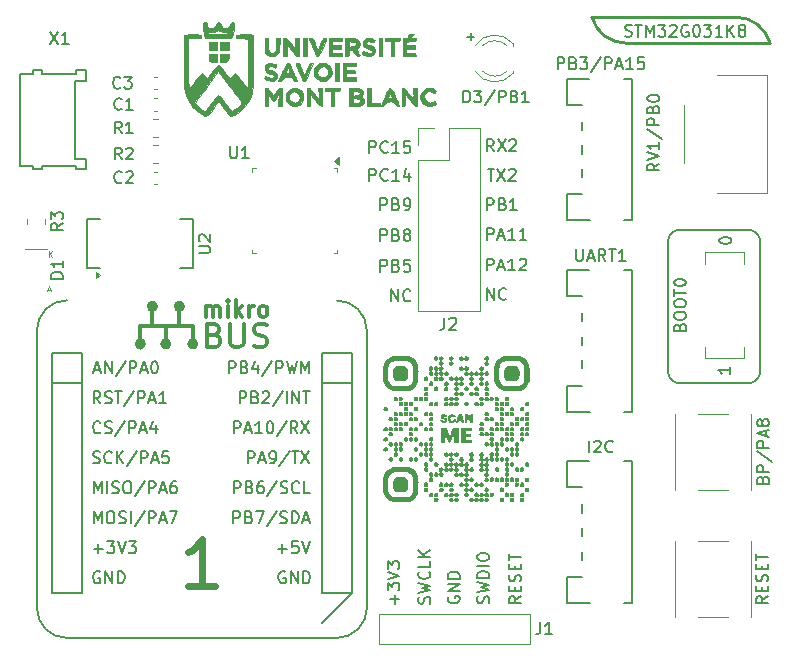
<source format=gbr>
%TF.GenerationSoftware,KiCad,Pcbnew,9.0.4*%
%TF.CreationDate,2025-09-01T15:43:59+02:00*%
%TF.ProjectId,Cours_Univ_2025_v1,436f7572-735f-4556-9e69-765f32303235,rev?*%
%TF.SameCoordinates,PX2faf080PY632ea00*%
%TF.FileFunction,Legend,Top*%
%TF.FilePolarity,Positive*%
%FSLAX46Y46*%
G04 Gerber Fmt 4.6, Leading zero omitted, Abs format (unit mm)*
G04 Created by KiCad (PCBNEW 9.0.4) date 2025-09-01 15:43:59*
%MOMM*%
%LPD*%
G01*
G04 APERTURE LIST*
%ADD10C,0.200000*%
%ADD11C,0.250000*%
%ADD12C,0.150000*%
%ADD13C,0.300000*%
%ADD14C,0.600000*%
%ADD15C,0.125000*%
%ADD16C,0.127000*%
%ADD17C,0.120000*%
%ADD18C,0.010000*%
%ADD19C,0.304800*%
%ADD20C,0.508000*%
%ADD21C,0.000000*%
G04 APERTURE END LIST*
D10*
X51254762Y52095401D02*
X51397619Y52047782D01*
X51397619Y52047782D02*
X51635714Y52047782D01*
X51635714Y52047782D02*
X51730952Y52095401D01*
X51730952Y52095401D02*
X51778571Y52143021D01*
X51778571Y52143021D02*
X51826190Y52238259D01*
X51826190Y52238259D02*
X51826190Y52333497D01*
X51826190Y52333497D02*
X51778571Y52428735D01*
X51778571Y52428735D02*
X51730952Y52476354D01*
X51730952Y52476354D02*
X51635714Y52523973D01*
X51635714Y52523973D02*
X51445238Y52571592D01*
X51445238Y52571592D02*
X51350000Y52619211D01*
X51350000Y52619211D02*
X51302381Y52666830D01*
X51302381Y52666830D02*
X51254762Y52762068D01*
X51254762Y52762068D02*
X51254762Y52857306D01*
X51254762Y52857306D02*
X51302381Y52952544D01*
X51302381Y52952544D02*
X51350000Y53000163D01*
X51350000Y53000163D02*
X51445238Y53047782D01*
X51445238Y53047782D02*
X51683333Y53047782D01*
X51683333Y53047782D02*
X51826190Y53000163D01*
X52111905Y53047782D02*
X52683333Y53047782D01*
X52397619Y52047782D02*
X52397619Y53047782D01*
X53016667Y52047782D02*
X53016667Y53047782D01*
X53016667Y53047782D02*
X53350000Y52333497D01*
X53350000Y52333497D02*
X53683333Y53047782D01*
X53683333Y53047782D02*
X53683333Y52047782D01*
X54064286Y53047782D02*
X54683333Y53047782D01*
X54683333Y53047782D02*
X54350000Y52666830D01*
X54350000Y52666830D02*
X54492857Y52666830D01*
X54492857Y52666830D02*
X54588095Y52619211D01*
X54588095Y52619211D02*
X54635714Y52571592D01*
X54635714Y52571592D02*
X54683333Y52476354D01*
X54683333Y52476354D02*
X54683333Y52238259D01*
X54683333Y52238259D02*
X54635714Y52143021D01*
X54635714Y52143021D02*
X54588095Y52095401D01*
X54588095Y52095401D02*
X54492857Y52047782D01*
X54492857Y52047782D02*
X54207143Y52047782D01*
X54207143Y52047782D02*
X54111905Y52095401D01*
X54111905Y52095401D02*
X54064286Y52143021D01*
X55064286Y52952544D02*
X55111905Y53000163D01*
X55111905Y53000163D02*
X55207143Y53047782D01*
X55207143Y53047782D02*
X55445238Y53047782D01*
X55445238Y53047782D02*
X55540476Y53000163D01*
X55540476Y53000163D02*
X55588095Y52952544D01*
X55588095Y52952544D02*
X55635714Y52857306D01*
X55635714Y52857306D02*
X55635714Y52762068D01*
X55635714Y52762068D02*
X55588095Y52619211D01*
X55588095Y52619211D02*
X55016667Y52047782D01*
X55016667Y52047782D02*
X55635714Y52047782D01*
X56588095Y53000163D02*
X56492857Y53047782D01*
X56492857Y53047782D02*
X56350000Y53047782D01*
X56350000Y53047782D02*
X56207143Y53000163D01*
X56207143Y53000163D02*
X56111905Y52904925D01*
X56111905Y52904925D02*
X56064286Y52809687D01*
X56064286Y52809687D02*
X56016667Y52619211D01*
X56016667Y52619211D02*
X56016667Y52476354D01*
X56016667Y52476354D02*
X56064286Y52285878D01*
X56064286Y52285878D02*
X56111905Y52190640D01*
X56111905Y52190640D02*
X56207143Y52095401D01*
X56207143Y52095401D02*
X56350000Y52047782D01*
X56350000Y52047782D02*
X56445238Y52047782D01*
X56445238Y52047782D02*
X56588095Y52095401D01*
X56588095Y52095401D02*
X56635714Y52143021D01*
X56635714Y52143021D02*
X56635714Y52476354D01*
X56635714Y52476354D02*
X56445238Y52476354D01*
X57254762Y53047782D02*
X57350000Y53047782D01*
X57350000Y53047782D02*
X57445238Y53000163D01*
X57445238Y53000163D02*
X57492857Y52952544D01*
X57492857Y52952544D02*
X57540476Y52857306D01*
X57540476Y52857306D02*
X57588095Y52666830D01*
X57588095Y52666830D02*
X57588095Y52428735D01*
X57588095Y52428735D02*
X57540476Y52238259D01*
X57540476Y52238259D02*
X57492857Y52143021D01*
X57492857Y52143021D02*
X57445238Y52095401D01*
X57445238Y52095401D02*
X57350000Y52047782D01*
X57350000Y52047782D02*
X57254762Y52047782D01*
X57254762Y52047782D02*
X57159524Y52095401D01*
X57159524Y52095401D02*
X57111905Y52143021D01*
X57111905Y52143021D02*
X57064286Y52238259D01*
X57064286Y52238259D02*
X57016667Y52428735D01*
X57016667Y52428735D02*
X57016667Y52666830D01*
X57016667Y52666830D02*
X57064286Y52857306D01*
X57064286Y52857306D02*
X57111905Y52952544D01*
X57111905Y52952544D02*
X57159524Y53000163D01*
X57159524Y53000163D02*
X57254762Y53047782D01*
X57921429Y53047782D02*
X58540476Y53047782D01*
X58540476Y53047782D02*
X58207143Y52666830D01*
X58207143Y52666830D02*
X58350000Y52666830D01*
X58350000Y52666830D02*
X58445238Y52619211D01*
X58445238Y52619211D02*
X58492857Y52571592D01*
X58492857Y52571592D02*
X58540476Y52476354D01*
X58540476Y52476354D02*
X58540476Y52238259D01*
X58540476Y52238259D02*
X58492857Y52143021D01*
X58492857Y52143021D02*
X58445238Y52095401D01*
X58445238Y52095401D02*
X58350000Y52047782D01*
X58350000Y52047782D02*
X58064286Y52047782D01*
X58064286Y52047782D02*
X57969048Y52095401D01*
X57969048Y52095401D02*
X57921429Y52143021D01*
X59492857Y52047782D02*
X58921429Y52047782D01*
X59207143Y52047782D02*
X59207143Y53047782D01*
X59207143Y53047782D02*
X59111905Y52904925D01*
X59111905Y52904925D02*
X59016667Y52809687D01*
X59016667Y52809687D02*
X58921429Y52762068D01*
X59921429Y52047782D02*
X59921429Y53047782D01*
X60492857Y52047782D02*
X60064286Y52619211D01*
X60492857Y53047782D02*
X59921429Y52476354D01*
X61064286Y52619211D02*
X60969048Y52666830D01*
X60969048Y52666830D02*
X60921429Y52714449D01*
X60921429Y52714449D02*
X60873810Y52809687D01*
X60873810Y52809687D02*
X60873810Y52857306D01*
X60873810Y52857306D02*
X60921429Y52952544D01*
X60921429Y52952544D02*
X60969048Y53000163D01*
X60969048Y53000163D02*
X61064286Y53047782D01*
X61064286Y53047782D02*
X61254762Y53047782D01*
X61254762Y53047782D02*
X61350000Y53000163D01*
X61350000Y53000163D02*
X61397619Y52952544D01*
X61397619Y52952544D02*
X61445238Y52857306D01*
X61445238Y52857306D02*
X61445238Y52809687D01*
X61445238Y52809687D02*
X61397619Y52714449D01*
X61397619Y52714449D02*
X61350000Y52666830D01*
X61350000Y52666830D02*
X61254762Y52619211D01*
X61254762Y52619211D02*
X61064286Y52619211D01*
X61064286Y52619211D02*
X60969048Y52571592D01*
X60969048Y52571592D02*
X60921429Y52523973D01*
X60921429Y52523973D02*
X60873810Y52428735D01*
X60873810Y52428735D02*
X60873810Y52238259D01*
X60873810Y52238259D02*
X60921429Y52143021D01*
X60921429Y52143021D02*
X60969048Y52095401D01*
X60969048Y52095401D02*
X61064286Y52047782D01*
X61064286Y52047782D02*
X61254762Y52047782D01*
X61254762Y52047782D02*
X61350000Y52095401D01*
X61350000Y52095401D02*
X61397619Y52143021D01*
X61397619Y52143021D02*
X61445238Y52238259D01*
X61445238Y52238259D02*
X61445238Y52428735D01*
X61445238Y52428735D02*
X61397619Y52523973D01*
X61397619Y52523973D02*
X61350000Y52571592D01*
X61350000Y52571592D02*
X61254762Y52619211D01*
X39569673Y34847781D02*
X39569673Y35847781D01*
X39569673Y35847781D02*
X39950625Y35847781D01*
X39950625Y35847781D02*
X40045863Y35800162D01*
X40045863Y35800162D02*
X40093482Y35752543D01*
X40093482Y35752543D02*
X40141101Y35657305D01*
X40141101Y35657305D02*
X40141101Y35514448D01*
X40141101Y35514448D02*
X40093482Y35419210D01*
X40093482Y35419210D02*
X40045863Y35371591D01*
X40045863Y35371591D02*
X39950625Y35323972D01*
X39950625Y35323972D02*
X39569673Y35323972D01*
X40522054Y35133496D02*
X40998244Y35133496D01*
X40426816Y34847781D02*
X40760149Y35847781D01*
X40760149Y35847781D02*
X41093482Y34847781D01*
X41950625Y34847781D02*
X41379197Y34847781D01*
X41664911Y34847781D02*
X41664911Y35847781D01*
X41664911Y35847781D02*
X41569673Y35704924D01*
X41569673Y35704924D02*
X41474435Y35609686D01*
X41474435Y35609686D02*
X41379197Y35562067D01*
X42903006Y34847781D02*
X42331578Y34847781D01*
X42617292Y34847781D02*
X42617292Y35847781D01*
X42617292Y35847781D02*
X42522054Y35704924D01*
X42522054Y35704924D02*
X42426816Y35609686D01*
X42426816Y35609686D02*
X42331578Y35562067D01*
X31771266Y4038096D02*
X31771266Y4800000D01*
X32152219Y4419048D02*
X31390314Y4419048D01*
X31152219Y5180953D02*
X31152219Y5800000D01*
X31152219Y5800000D02*
X31533171Y5466667D01*
X31533171Y5466667D02*
X31533171Y5609524D01*
X31533171Y5609524D02*
X31580790Y5704762D01*
X31580790Y5704762D02*
X31628409Y5752381D01*
X31628409Y5752381D02*
X31723647Y5800000D01*
X31723647Y5800000D02*
X31961742Y5800000D01*
X31961742Y5800000D02*
X32056980Y5752381D01*
X32056980Y5752381D02*
X32104600Y5704762D01*
X32104600Y5704762D02*
X32152219Y5609524D01*
X32152219Y5609524D02*
X32152219Y5323810D01*
X32152219Y5323810D02*
X32104600Y5228572D01*
X32104600Y5228572D02*
X32056980Y5180953D01*
X31152219Y6085715D02*
X32152219Y6419048D01*
X32152219Y6419048D02*
X31152219Y6752381D01*
X31152219Y6990477D02*
X31152219Y7609524D01*
X31152219Y7609524D02*
X31533171Y7276191D01*
X31533171Y7276191D02*
X31533171Y7419048D01*
X31533171Y7419048D02*
X31580790Y7514286D01*
X31580790Y7514286D02*
X31628409Y7561905D01*
X31628409Y7561905D02*
X31723647Y7609524D01*
X31723647Y7609524D02*
X31961742Y7609524D01*
X31961742Y7609524D02*
X32056980Y7561905D01*
X32056980Y7561905D02*
X32104600Y7514286D01*
X32104600Y7514286D02*
X32152219Y7419048D01*
X32152219Y7419048D02*
X32152219Y7133334D01*
X32152219Y7133334D02*
X32104600Y7038096D01*
X32104600Y7038096D02*
X32056980Y6990477D01*
X60247780Y34847619D02*
X60247780Y34752381D01*
X60247780Y34752381D02*
X60200161Y34657143D01*
X60200161Y34657143D02*
X60152542Y34609524D01*
X60152542Y34609524D02*
X60057304Y34561905D01*
X60057304Y34561905D02*
X59866828Y34514286D01*
X59866828Y34514286D02*
X59628733Y34514286D01*
X59628733Y34514286D02*
X59438257Y34561905D01*
X59438257Y34561905D02*
X59343019Y34609524D01*
X59343019Y34609524D02*
X59295400Y34657143D01*
X59295400Y34657143D02*
X59247780Y34752381D01*
X59247780Y34752381D02*
X59247780Y34847619D01*
X59247780Y34847619D02*
X59295400Y34942857D01*
X59295400Y34942857D02*
X59343019Y34990476D01*
X59343019Y34990476D02*
X59438257Y35038095D01*
X59438257Y35038095D02*
X59628733Y35085714D01*
X59628733Y35085714D02*
X59866828Y35085714D01*
X59866828Y35085714D02*
X60057304Y35038095D01*
X60057304Y35038095D02*
X60152542Y34990476D01*
X60152542Y34990476D02*
X60200161Y34942857D01*
X60200161Y34942857D02*
X60247780Y34847619D01*
X40141101Y42347781D02*
X39807768Y42823972D01*
X39569673Y42347781D02*
X39569673Y43347781D01*
X39569673Y43347781D02*
X39950625Y43347781D01*
X39950625Y43347781D02*
X40045863Y43300162D01*
X40045863Y43300162D02*
X40093482Y43252543D01*
X40093482Y43252543D02*
X40141101Y43157305D01*
X40141101Y43157305D02*
X40141101Y43014448D01*
X40141101Y43014448D02*
X40093482Y42919210D01*
X40093482Y42919210D02*
X40045863Y42871591D01*
X40045863Y42871591D02*
X39950625Y42823972D01*
X39950625Y42823972D02*
X39569673Y42823972D01*
X40474435Y43347781D02*
X41141101Y42347781D01*
X41141101Y43347781D02*
X40474435Y42347781D01*
X41474435Y43252543D02*
X41522054Y43300162D01*
X41522054Y43300162D02*
X41617292Y43347781D01*
X41617292Y43347781D02*
X41855387Y43347781D01*
X41855387Y43347781D02*
X41950625Y43300162D01*
X41950625Y43300162D02*
X41998244Y43252543D01*
X41998244Y43252543D02*
X42045863Y43157305D01*
X42045863Y43157305D02*
X42045863Y43062067D01*
X42045863Y43062067D02*
X41998244Y42919210D01*
X41998244Y42919210D02*
X41426816Y42347781D01*
X41426816Y42347781D02*
X42045863Y42347781D01*
X30554136Y32147781D02*
X30554136Y33147781D01*
X30554136Y33147781D02*
X30935088Y33147781D01*
X30935088Y33147781D02*
X31030326Y33100162D01*
X31030326Y33100162D02*
X31077945Y33052543D01*
X31077945Y33052543D02*
X31125564Y32957305D01*
X31125564Y32957305D02*
X31125564Y32814448D01*
X31125564Y32814448D02*
X31077945Y32719210D01*
X31077945Y32719210D02*
X31030326Y32671591D01*
X31030326Y32671591D02*
X30935088Y32623972D01*
X30935088Y32623972D02*
X30554136Y32623972D01*
X31887469Y32671591D02*
X32030326Y32623972D01*
X32030326Y32623972D02*
X32077945Y32576353D01*
X32077945Y32576353D02*
X32125564Y32481115D01*
X32125564Y32481115D02*
X32125564Y32338258D01*
X32125564Y32338258D02*
X32077945Y32243020D01*
X32077945Y32243020D02*
X32030326Y32195400D01*
X32030326Y32195400D02*
X31935088Y32147781D01*
X31935088Y32147781D02*
X31554136Y32147781D01*
X31554136Y32147781D02*
X31554136Y33147781D01*
X31554136Y33147781D02*
X31887469Y33147781D01*
X31887469Y33147781D02*
X31982707Y33100162D01*
X31982707Y33100162D02*
X32030326Y33052543D01*
X32030326Y33052543D02*
X32077945Y32957305D01*
X32077945Y32957305D02*
X32077945Y32862067D01*
X32077945Y32862067D02*
X32030326Y32766829D01*
X32030326Y32766829D02*
X31982707Y32719210D01*
X31982707Y32719210D02*
X31887469Y32671591D01*
X31887469Y32671591D02*
X31554136Y32671591D01*
X33030326Y33147781D02*
X32554136Y33147781D01*
X32554136Y33147781D02*
X32506517Y32671591D01*
X32506517Y32671591D02*
X32554136Y32719210D01*
X32554136Y32719210D02*
X32649374Y32766829D01*
X32649374Y32766829D02*
X32887469Y32766829D01*
X32887469Y32766829D02*
X32982707Y32719210D01*
X32982707Y32719210D02*
X33030326Y32671591D01*
X33030326Y32671591D02*
X33077945Y32576353D01*
X33077945Y32576353D02*
X33077945Y32338258D01*
X33077945Y32338258D02*
X33030326Y32243020D01*
X33030326Y32243020D02*
X32982707Y32195400D01*
X32982707Y32195400D02*
X32887469Y32147781D01*
X32887469Y32147781D02*
X32649374Y32147781D01*
X32649374Y32147781D02*
X32554136Y32195400D01*
X32554136Y32195400D02*
X32506517Y32243020D01*
X42452219Y4647619D02*
X41976028Y4314286D01*
X42452219Y4076191D02*
X41452219Y4076191D01*
X41452219Y4076191D02*
X41452219Y4457143D01*
X41452219Y4457143D02*
X41499838Y4552381D01*
X41499838Y4552381D02*
X41547457Y4600000D01*
X41547457Y4600000D02*
X41642695Y4647619D01*
X41642695Y4647619D02*
X41785552Y4647619D01*
X41785552Y4647619D02*
X41880790Y4600000D01*
X41880790Y4600000D02*
X41928409Y4552381D01*
X41928409Y4552381D02*
X41976028Y4457143D01*
X41976028Y4457143D02*
X41976028Y4076191D01*
X41928409Y5076191D02*
X41928409Y5409524D01*
X42452219Y5552381D02*
X42452219Y5076191D01*
X42452219Y5076191D02*
X41452219Y5076191D01*
X41452219Y5076191D02*
X41452219Y5552381D01*
X42404600Y5933334D02*
X42452219Y6076191D01*
X42452219Y6076191D02*
X42452219Y6314286D01*
X42452219Y6314286D02*
X42404600Y6409524D01*
X42404600Y6409524D02*
X42356980Y6457143D01*
X42356980Y6457143D02*
X42261742Y6504762D01*
X42261742Y6504762D02*
X42166504Y6504762D01*
X42166504Y6504762D02*
X42071266Y6457143D01*
X42071266Y6457143D02*
X42023647Y6409524D01*
X42023647Y6409524D02*
X41976028Y6314286D01*
X41976028Y6314286D02*
X41928409Y6123810D01*
X41928409Y6123810D02*
X41880790Y6028572D01*
X41880790Y6028572D02*
X41833171Y5980953D01*
X41833171Y5980953D02*
X41737933Y5933334D01*
X41737933Y5933334D02*
X41642695Y5933334D01*
X41642695Y5933334D02*
X41547457Y5980953D01*
X41547457Y5980953D02*
X41499838Y6028572D01*
X41499838Y6028572D02*
X41452219Y6123810D01*
X41452219Y6123810D02*
X41452219Y6361905D01*
X41452219Y6361905D02*
X41499838Y6504762D01*
X41928409Y6933334D02*
X41928409Y7266667D01*
X42452219Y7409524D02*
X42452219Y6933334D01*
X42452219Y6933334D02*
X41452219Y6933334D01*
X41452219Y6933334D02*
X41452219Y7409524D01*
X41452219Y7695239D02*
X41452219Y8266667D01*
X42452219Y7980953D02*
X41452219Y7980953D01*
X34704600Y4038096D02*
X34752219Y4180953D01*
X34752219Y4180953D02*
X34752219Y4419048D01*
X34752219Y4419048D02*
X34704600Y4514286D01*
X34704600Y4514286D02*
X34656980Y4561905D01*
X34656980Y4561905D02*
X34561742Y4609524D01*
X34561742Y4609524D02*
X34466504Y4609524D01*
X34466504Y4609524D02*
X34371266Y4561905D01*
X34371266Y4561905D02*
X34323647Y4514286D01*
X34323647Y4514286D02*
X34276028Y4419048D01*
X34276028Y4419048D02*
X34228409Y4228572D01*
X34228409Y4228572D02*
X34180790Y4133334D01*
X34180790Y4133334D02*
X34133171Y4085715D01*
X34133171Y4085715D02*
X34037933Y4038096D01*
X34037933Y4038096D02*
X33942695Y4038096D01*
X33942695Y4038096D02*
X33847457Y4085715D01*
X33847457Y4085715D02*
X33799838Y4133334D01*
X33799838Y4133334D02*
X33752219Y4228572D01*
X33752219Y4228572D02*
X33752219Y4466667D01*
X33752219Y4466667D02*
X33799838Y4609524D01*
X33752219Y4942858D02*
X34752219Y5180953D01*
X34752219Y5180953D02*
X34037933Y5371429D01*
X34037933Y5371429D02*
X34752219Y5561905D01*
X34752219Y5561905D02*
X33752219Y5800000D01*
X34656980Y6752381D02*
X34704600Y6704762D01*
X34704600Y6704762D02*
X34752219Y6561905D01*
X34752219Y6561905D02*
X34752219Y6466667D01*
X34752219Y6466667D02*
X34704600Y6323810D01*
X34704600Y6323810D02*
X34609361Y6228572D01*
X34609361Y6228572D02*
X34514123Y6180953D01*
X34514123Y6180953D02*
X34323647Y6133334D01*
X34323647Y6133334D02*
X34180790Y6133334D01*
X34180790Y6133334D02*
X33990314Y6180953D01*
X33990314Y6180953D02*
X33895076Y6228572D01*
X33895076Y6228572D02*
X33799838Y6323810D01*
X33799838Y6323810D02*
X33752219Y6466667D01*
X33752219Y6466667D02*
X33752219Y6561905D01*
X33752219Y6561905D02*
X33799838Y6704762D01*
X33799838Y6704762D02*
X33847457Y6752381D01*
X34752219Y7657143D02*
X34752219Y7180953D01*
X34752219Y7180953D02*
X33752219Y7180953D01*
X34752219Y7990477D02*
X33752219Y7990477D01*
X34752219Y8561905D02*
X34180790Y8133334D01*
X33752219Y8561905D02*
X34323647Y7990477D01*
X36299838Y4638096D02*
X36252219Y4542858D01*
X36252219Y4542858D02*
X36252219Y4400001D01*
X36252219Y4400001D02*
X36299838Y4257144D01*
X36299838Y4257144D02*
X36395076Y4161906D01*
X36395076Y4161906D02*
X36490314Y4114287D01*
X36490314Y4114287D02*
X36680790Y4066668D01*
X36680790Y4066668D02*
X36823647Y4066668D01*
X36823647Y4066668D02*
X37014123Y4114287D01*
X37014123Y4114287D02*
X37109361Y4161906D01*
X37109361Y4161906D02*
X37204600Y4257144D01*
X37204600Y4257144D02*
X37252219Y4400001D01*
X37252219Y4400001D02*
X37252219Y4495239D01*
X37252219Y4495239D02*
X37204600Y4638096D01*
X37204600Y4638096D02*
X37156980Y4685715D01*
X37156980Y4685715D02*
X36823647Y4685715D01*
X36823647Y4685715D02*
X36823647Y4495239D01*
X37252219Y5114287D02*
X36252219Y5114287D01*
X36252219Y5114287D02*
X37252219Y5685715D01*
X37252219Y5685715D02*
X36252219Y5685715D01*
X37252219Y6161906D02*
X36252219Y6161906D01*
X36252219Y6161906D02*
X36252219Y6400001D01*
X36252219Y6400001D02*
X36299838Y6542858D01*
X36299838Y6542858D02*
X36395076Y6638096D01*
X36395076Y6638096D02*
X36490314Y6685715D01*
X36490314Y6685715D02*
X36680790Y6733334D01*
X36680790Y6733334D02*
X36823647Y6733334D01*
X36823647Y6733334D02*
X37014123Y6685715D01*
X37014123Y6685715D02*
X37109361Y6638096D01*
X37109361Y6638096D02*
X37204600Y6542858D01*
X37204600Y6542858D02*
X37252219Y6400001D01*
X37252219Y6400001D02*
X37252219Y6161906D01*
X39704600Y4080954D02*
X39752219Y4223811D01*
X39752219Y4223811D02*
X39752219Y4461906D01*
X39752219Y4461906D02*
X39704600Y4557144D01*
X39704600Y4557144D02*
X39656980Y4604763D01*
X39656980Y4604763D02*
X39561742Y4652382D01*
X39561742Y4652382D02*
X39466504Y4652382D01*
X39466504Y4652382D02*
X39371266Y4604763D01*
X39371266Y4604763D02*
X39323647Y4557144D01*
X39323647Y4557144D02*
X39276028Y4461906D01*
X39276028Y4461906D02*
X39228409Y4271430D01*
X39228409Y4271430D02*
X39180790Y4176192D01*
X39180790Y4176192D02*
X39133171Y4128573D01*
X39133171Y4128573D02*
X39037933Y4080954D01*
X39037933Y4080954D02*
X38942695Y4080954D01*
X38942695Y4080954D02*
X38847457Y4128573D01*
X38847457Y4128573D02*
X38799838Y4176192D01*
X38799838Y4176192D02*
X38752219Y4271430D01*
X38752219Y4271430D02*
X38752219Y4509525D01*
X38752219Y4509525D02*
X38799838Y4652382D01*
X38752219Y4985716D02*
X39752219Y5223811D01*
X39752219Y5223811D02*
X39037933Y5414287D01*
X39037933Y5414287D02*
X39752219Y5604763D01*
X39752219Y5604763D02*
X38752219Y5842858D01*
X39752219Y6223811D02*
X38752219Y6223811D01*
X38752219Y6223811D02*
X38752219Y6461906D01*
X38752219Y6461906D02*
X38799838Y6604763D01*
X38799838Y6604763D02*
X38895076Y6700001D01*
X38895076Y6700001D02*
X38990314Y6747620D01*
X38990314Y6747620D02*
X39180790Y6795239D01*
X39180790Y6795239D02*
X39323647Y6795239D01*
X39323647Y6795239D02*
X39514123Y6747620D01*
X39514123Y6747620D02*
X39609361Y6700001D01*
X39609361Y6700001D02*
X39704600Y6604763D01*
X39704600Y6604763D02*
X39752219Y6461906D01*
X39752219Y6461906D02*
X39752219Y6223811D01*
X39752219Y7223811D02*
X38752219Y7223811D01*
X38752219Y7890477D02*
X38752219Y8080953D01*
X38752219Y8080953D02*
X38799838Y8176191D01*
X38799838Y8176191D02*
X38895076Y8271429D01*
X38895076Y8271429D02*
X39085552Y8319048D01*
X39085552Y8319048D02*
X39418885Y8319048D01*
X39418885Y8319048D02*
X39609361Y8271429D01*
X39609361Y8271429D02*
X39704600Y8176191D01*
X39704600Y8176191D02*
X39752219Y8080953D01*
X39752219Y8080953D02*
X39752219Y7890477D01*
X39752219Y7890477D02*
X39704600Y7795239D01*
X39704600Y7795239D02*
X39609361Y7700001D01*
X39609361Y7700001D02*
X39418885Y7652382D01*
X39418885Y7652382D02*
X39085552Y7652382D01*
X39085552Y7652382D02*
X38895076Y7700001D01*
X38895076Y7700001D02*
X38799838Y7795239D01*
X38799838Y7795239D02*
X38752219Y7890477D01*
X60152218Y24085715D02*
X60152218Y23514287D01*
X60152218Y23800001D02*
X59152218Y23800001D01*
X59152218Y23800001D02*
X59295075Y23704763D01*
X59295075Y23704763D02*
X59390313Y23609525D01*
X59390313Y23609525D02*
X59437932Y23514287D01*
X30554136Y37347781D02*
X30554136Y38347781D01*
X30554136Y38347781D02*
X30935088Y38347781D01*
X30935088Y38347781D02*
X31030326Y38300162D01*
X31030326Y38300162D02*
X31077945Y38252543D01*
X31077945Y38252543D02*
X31125564Y38157305D01*
X31125564Y38157305D02*
X31125564Y38014448D01*
X31125564Y38014448D02*
X31077945Y37919210D01*
X31077945Y37919210D02*
X31030326Y37871591D01*
X31030326Y37871591D02*
X30935088Y37823972D01*
X30935088Y37823972D02*
X30554136Y37823972D01*
X31887469Y37871591D02*
X32030326Y37823972D01*
X32030326Y37823972D02*
X32077945Y37776353D01*
X32077945Y37776353D02*
X32125564Y37681115D01*
X32125564Y37681115D02*
X32125564Y37538258D01*
X32125564Y37538258D02*
X32077945Y37443020D01*
X32077945Y37443020D02*
X32030326Y37395400D01*
X32030326Y37395400D02*
X31935088Y37347781D01*
X31935088Y37347781D02*
X31554136Y37347781D01*
X31554136Y37347781D02*
X31554136Y38347781D01*
X31554136Y38347781D02*
X31887469Y38347781D01*
X31887469Y38347781D02*
X31982707Y38300162D01*
X31982707Y38300162D02*
X32030326Y38252543D01*
X32030326Y38252543D02*
X32077945Y38157305D01*
X32077945Y38157305D02*
X32077945Y38062067D01*
X32077945Y38062067D02*
X32030326Y37966829D01*
X32030326Y37966829D02*
X31982707Y37919210D01*
X31982707Y37919210D02*
X31887469Y37871591D01*
X31887469Y37871591D02*
X31554136Y37871591D01*
X32601755Y37347781D02*
X32792231Y37347781D01*
X32792231Y37347781D02*
X32887469Y37395400D01*
X32887469Y37395400D02*
X32935088Y37443020D01*
X32935088Y37443020D02*
X33030326Y37585877D01*
X33030326Y37585877D02*
X33077945Y37776353D01*
X33077945Y37776353D02*
X33077945Y38157305D01*
X33077945Y38157305D02*
X33030326Y38252543D01*
X33030326Y38252543D02*
X32982707Y38300162D01*
X32982707Y38300162D02*
X32887469Y38347781D01*
X32887469Y38347781D02*
X32696993Y38347781D01*
X32696993Y38347781D02*
X32601755Y38300162D01*
X32601755Y38300162D02*
X32554136Y38252543D01*
X32554136Y38252543D02*
X32506517Y38157305D01*
X32506517Y38157305D02*
X32506517Y37919210D01*
X32506517Y37919210D02*
X32554136Y37823972D01*
X32554136Y37823972D02*
X32601755Y37776353D01*
X32601755Y37776353D02*
X32696993Y37728734D01*
X32696993Y37728734D02*
X32887469Y37728734D01*
X32887469Y37728734D02*
X32982707Y37776353D01*
X32982707Y37776353D02*
X33030326Y37823972D01*
X33030326Y37823972D02*
X33077945Y37919210D01*
X39569673Y29747781D02*
X39569673Y30747781D01*
X39569673Y30747781D02*
X40141101Y29747781D01*
X40141101Y29747781D02*
X40141101Y30747781D01*
X41188720Y29843020D02*
X41141101Y29795400D01*
X41141101Y29795400D02*
X40998244Y29747781D01*
X40998244Y29747781D02*
X40903006Y29747781D01*
X40903006Y29747781D02*
X40760149Y29795400D01*
X40760149Y29795400D02*
X40664911Y29890639D01*
X40664911Y29890639D02*
X40617292Y29985877D01*
X40617292Y29985877D02*
X40569673Y30176353D01*
X40569673Y30176353D02*
X40569673Y30319210D01*
X40569673Y30319210D02*
X40617292Y30509686D01*
X40617292Y30509686D02*
X40664911Y30604924D01*
X40664911Y30604924D02*
X40760149Y30700162D01*
X40760149Y30700162D02*
X40903006Y30747781D01*
X40903006Y30747781D02*
X40998244Y30747781D01*
X40998244Y30747781D02*
X41141101Y30700162D01*
X41141101Y30700162D02*
X41188720Y30652543D01*
X39569673Y32247781D02*
X39569673Y33247781D01*
X39569673Y33247781D02*
X39950625Y33247781D01*
X39950625Y33247781D02*
X40045863Y33200162D01*
X40045863Y33200162D02*
X40093482Y33152543D01*
X40093482Y33152543D02*
X40141101Y33057305D01*
X40141101Y33057305D02*
X40141101Y32914448D01*
X40141101Y32914448D02*
X40093482Y32819210D01*
X40093482Y32819210D02*
X40045863Y32771591D01*
X40045863Y32771591D02*
X39950625Y32723972D01*
X39950625Y32723972D02*
X39569673Y32723972D01*
X40522054Y32533496D02*
X40998244Y32533496D01*
X40426816Y32247781D02*
X40760149Y33247781D01*
X40760149Y33247781D02*
X41093482Y32247781D01*
X41950625Y32247781D02*
X41379197Y32247781D01*
X41664911Y32247781D02*
X41664911Y33247781D01*
X41664911Y33247781D02*
X41569673Y33104924D01*
X41569673Y33104924D02*
X41474435Y33009686D01*
X41474435Y33009686D02*
X41379197Y32962067D01*
X42331578Y33152543D02*
X42379197Y33200162D01*
X42379197Y33200162D02*
X42474435Y33247781D01*
X42474435Y33247781D02*
X42712530Y33247781D01*
X42712530Y33247781D02*
X42807768Y33200162D01*
X42807768Y33200162D02*
X42855387Y33152543D01*
X42855387Y33152543D02*
X42903006Y33057305D01*
X42903006Y33057305D02*
X42903006Y32962067D01*
X42903006Y32962067D02*
X42855387Y32819210D01*
X42855387Y32819210D02*
X42283959Y32247781D01*
X42283959Y32247781D02*
X42903006Y32247781D01*
X39626816Y40847781D02*
X40198244Y40847781D01*
X39912530Y39847781D02*
X39912530Y40847781D01*
X40436340Y40847781D02*
X41103006Y39847781D01*
X41103006Y40847781D02*
X40436340Y39847781D01*
X41436340Y40752543D02*
X41483959Y40800162D01*
X41483959Y40800162D02*
X41579197Y40847781D01*
X41579197Y40847781D02*
X41817292Y40847781D01*
X41817292Y40847781D02*
X41912530Y40800162D01*
X41912530Y40800162D02*
X41960149Y40752543D01*
X41960149Y40752543D02*
X42007768Y40657305D01*
X42007768Y40657305D02*
X42007768Y40562067D01*
X42007768Y40562067D02*
X41960149Y40419210D01*
X41960149Y40419210D02*
X41388721Y39847781D01*
X41388721Y39847781D02*
X42007768Y39847781D01*
X30554136Y34747781D02*
X30554136Y35747781D01*
X30554136Y35747781D02*
X30935088Y35747781D01*
X30935088Y35747781D02*
X31030326Y35700162D01*
X31030326Y35700162D02*
X31077945Y35652543D01*
X31077945Y35652543D02*
X31125564Y35557305D01*
X31125564Y35557305D02*
X31125564Y35414448D01*
X31125564Y35414448D02*
X31077945Y35319210D01*
X31077945Y35319210D02*
X31030326Y35271591D01*
X31030326Y35271591D02*
X30935088Y35223972D01*
X30935088Y35223972D02*
X30554136Y35223972D01*
X31887469Y35271591D02*
X32030326Y35223972D01*
X32030326Y35223972D02*
X32077945Y35176353D01*
X32077945Y35176353D02*
X32125564Y35081115D01*
X32125564Y35081115D02*
X32125564Y34938258D01*
X32125564Y34938258D02*
X32077945Y34843020D01*
X32077945Y34843020D02*
X32030326Y34795400D01*
X32030326Y34795400D02*
X31935088Y34747781D01*
X31935088Y34747781D02*
X31554136Y34747781D01*
X31554136Y34747781D02*
X31554136Y35747781D01*
X31554136Y35747781D02*
X31887469Y35747781D01*
X31887469Y35747781D02*
X31982707Y35700162D01*
X31982707Y35700162D02*
X32030326Y35652543D01*
X32030326Y35652543D02*
X32077945Y35557305D01*
X32077945Y35557305D02*
X32077945Y35462067D01*
X32077945Y35462067D02*
X32030326Y35366829D01*
X32030326Y35366829D02*
X31982707Y35319210D01*
X31982707Y35319210D02*
X31887469Y35271591D01*
X31887469Y35271591D02*
X31554136Y35271591D01*
X32696993Y35319210D02*
X32601755Y35366829D01*
X32601755Y35366829D02*
X32554136Y35414448D01*
X32554136Y35414448D02*
X32506517Y35509686D01*
X32506517Y35509686D02*
X32506517Y35557305D01*
X32506517Y35557305D02*
X32554136Y35652543D01*
X32554136Y35652543D02*
X32601755Y35700162D01*
X32601755Y35700162D02*
X32696993Y35747781D01*
X32696993Y35747781D02*
X32887469Y35747781D01*
X32887469Y35747781D02*
X32982707Y35700162D01*
X32982707Y35700162D02*
X33030326Y35652543D01*
X33030326Y35652543D02*
X33077945Y35557305D01*
X33077945Y35557305D02*
X33077945Y35509686D01*
X33077945Y35509686D02*
X33030326Y35414448D01*
X33030326Y35414448D02*
X32982707Y35366829D01*
X32982707Y35366829D02*
X32887469Y35319210D01*
X32887469Y35319210D02*
X32696993Y35319210D01*
X32696993Y35319210D02*
X32601755Y35271591D01*
X32601755Y35271591D02*
X32554136Y35223972D01*
X32554136Y35223972D02*
X32506517Y35128734D01*
X32506517Y35128734D02*
X32506517Y34938258D01*
X32506517Y34938258D02*
X32554136Y34843020D01*
X32554136Y34843020D02*
X32601755Y34795400D01*
X32601755Y34795400D02*
X32696993Y34747781D01*
X32696993Y34747781D02*
X32887469Y34747781D01*
X32887469Y34747781D02*
X32982707Y34795400D01*
X32982707Y34795400D02*
X33030326Y34843020D01*
X33030326Y34843020D02*
X33077945Y34938258D01*
X33077945Y34938258D02*
X33077945Y35128734D01*
X33077945Y35128734D02*
X33030326Y35223972D01*
X33030326Y35223972D02*
X32982707Y35271591D01*
X32982707Y35271591D02*
X32887469Y35319210D01*
X29601755Y42197781D02*
X29601755Y43197781D01*
X29601755Y43197781D02*
X29982707Y43197781D01*
X29982707Y43197781D02*
X30077945Y43150162D01*
X30077945Y43150162D02*
X30125564Y43102543D01*
X30125564Y43102543D02*
X30173183Y43007305D01*
X30173183Y43007305D02*
X30173183Y42864448D01*
X30173183Y42864448D02*
X30125564Y42769210D01*
X30125564Y42769210D02*
X30077945Y42721591D01*
X30077945Y42721591D02*
X29982707Y42673972D01*
X29982707Y42673972D02*
X29601755Y42673972D01*
X31173183Y42293020D02*
X31125564Y42245400D01*
X31125564Y42245400D02*
X30982707Y42197781D01*
X30982707Y42197781D02*
X30887469Y42197781D01*
X30887469Y42197781D02*
X30744612Y42245400D01*
X30744612Y42245400D02*
X30649374Y42340639D01*
X30649374Y42340639D02*
X30601755Y42435877D01*
X30601755Y42435877D02*
X30554136Y42626353D01*
X30554136Y42626353D02*
X30554136Y42769210D01*
X30554136Y42769210D02*
X30601755Y42959686D01*
X30601755Y42959686D02*
X30649374Y43054924D01*
X30649374Y43054924D02*
X30744612Y43150162D01*
X30744612Y43150162D02*
X30887469Y43197781D01*
X30887469Y43197781D02*
X30982707Y43197781D01*
X30982707Y43197781D02*
X31125564Y43150162D01*
X31125564Y43150162D02*
X31173183Y43102543D01*
X32125564Y42197781D02*
X31554136Y42197781D01*
X31839850Y42197781D02*
X31839850Y43197781D01*
X31839850Y43197781D02*
X31744612Y43054924D01*
X31744612Y43054924D02*
X31649374Y42959686D01*
X31649374Y42959686D02*
X31554136Y42912067D01*
X33030326Y43197781D02*
X32554136Y43197781D01*
X32554136Y43197781D02*
X32506517Y42721591D01*
X32506517Y42721591D02*
X32554136Y42769210D01*
X32554136Y42769210D02*
X32649374Y42816829D01*
X32649374Y42816829D02*
X32887469Y42816829D01*
X32887469Y42816829D02*
X32982707Y42769210D01*
X32982707Y42769210D02*
X33030326Y42721591D01*
X33030326Y42721591D02*
X33077945Y42626353D01*
X33077945Y42626353D02*
X33077945Y42388258D01*
X33077945Y42388258D02*
X33030326Y42293020D01*
X33030326Y42293020D02*
X32982707Y42245400D01*
X32982707Y42245400D02*
X32887469Y42197781D01*
X32887469Y42197781D02*
X32649374Y42197781D01*
X32649374Y42197781D02*
X32554136Y42245400D01*
X32554136Y42245400D02*
X32506517Y42293020D01*
X31458898Y29647781D02*
X31458898Y30647781D01*
X31458898Y30647781D02*
X32030326Y29647781D01*
X32030326Y29647781D02*
X32030326Y30647781D01*
X33077945Y29743020D02*
X33030326Y29695400D01*
X33030326Y29695400D02*
X32887469Y29647781D01*
X32887469Y29647781D02*
X32792231Y29647781D01*
X32792231Y29647781D02*
X32649374Y29695400D01*
X32649374Y29695400D02*
X32554136Y29790639D01*
X32554136Y29790639D02*
X32506517Y29885877D01*
X32506517Y29885877D02*
X32458898Y30076353D01*
X32458898Y30076353D02*
X32458898Y30219210D01*
X32458898Y30219210D02*
X32506517Y30409686D01*
X32506517Y30409686D02*
X32554136Y30504924D01*
X32554136Y30504924D02*
X32649374Y30600162D01*
X32649374Y30600162D02*
X32792231Y30647781D01*
X32792231Y30647781D02*
X32887469Y30647781D01*
X32887469Y30647781D02*
X33030326Y30600162D01*
X33030326Y30600162D02*
X33077945Y30552543D01*
X39569673Y37347781D02*
X39569673Y38347781D01*
X39569673Y38347781D02*
X39950625Y38347781D01*
X39950625Y38347781D02*
X40045863Y38300162D01*
X40045863Y38300162D02*
X40093482Y38252543D01*
X40093482Y38252543D02*
X40141101Y38157305D01*
X40141101Y38157305D02*
X40141101Y38014448D01*
X40141101Y38014448D02*
X40093482Y37919210D01*
X40093482Y37919210D02*
X40045863Y37871591D01*
X40045863Y37871591D02*
X39950625Y37823972D01*
X39950625Y37823972D02*
X39569673Y37823972D01*
X40903006Y37871591D02*
X41045863Y37823972D01*
X41045863Y37823972D02*
X41093482Y37776353D01*
X41093482Y37776353D02*
X41141101Y37681115D01*
X41141101Y37681115D02*
X41141101Y37538258D01*
X41141101Y37538258D02*
X41093482Y37443020D01*
X41093482Y37443020D02*
X41045863Y37395400D01*
X41045863Y37395400D02*
X40950625Y37347781D01*
X40950625Y37347781D02*
X40569673Y37347781D01*
X40569673Y37347781D02*
X40569673Y38347781D01*
X40569673Y38347781D02*
X40903006Y38347781D01*
X40903006Y38347781D02*
X40998244Y38300162D01*
X40998244Y38300162D02*
X41045863Y38252543D01*
X41045863Y38252543D02*
X41093482Y38157305D01*
X41093482Y38157305D02*
X41093482Y38062067D01*
X41093482Y38062067D02*
X41045863Y37966829D01*
X41045863Y37966829D02*
X40998244Y37919210D01*
X40998244Y37919210D02*
X40903006Y37871591D01*
X40903006Y37871591D02*
X40569673Y37871591D01*
X42093482Y37347781D02*
X41522054Y37347781D01*
X41807768Y37347781D02*
X41807768Y38347781D01*
X41807768Y38347781D02*
X41712530Y38204924D01*
X41712530Y38204924D02*
X41617292Y38109686D01*
X41617292Y38109686D02*
X41522054Y38062067D01*
X29601755Y39847781D02*
X29601755Y40847781D01*
X29601755Y40847781D02*
X29982707Y40847781D01*
X29982707Y40847781D02*
X30077945Y40800162D01*
X30077945Y40800162D02*
X30125564Y40752543D01*
X30125564Y40752543D02*
X30173183Y40657305D01*
X30173183Y40657305D02*
X30173183Y40514448D01*
X30173183Y40514448D02*
X30125564Y40419210D01*
X30125564Y40419210D02*
X30077945Y40371591D01*
X30077945Y40371591D02*
X29982707Y40323972D01*
X29982707Y40323972D02*
X29601755Y40323972D01*
X31173183Y39943020D02*
X31125564Y39895400D01*
X31125564Y39895400D02*
X30982707Y39847781D01*
X30982707Y39847781D02*
X30887469Y39847781D01*
X30887469Y39847781D02*
X30744612Y39895400D01*
X30744612Y39895400D02*
X30649374Y39990639D01*
X30649374Y39990639D02*
X30601755Y40085877D01*
X30601755Y40085877D02*
X30554136Y40276353D01*
X30554136Y40276353D02*
X30554136Y40419210D01*
X30554136Y40419210D02*
X30601755Y40609686D01*
X30601755Y40609686D02*
X30649374Y40704924D01*
X30649374Y40704924D02*
X30744612Y40800162D01*
X30744612Y40800162D02*
X30887469Y40847781D01*
X30887469Y40847781D02*
X30982707Y40847781D01*
X30982707Y40847781D02*
X31125564Y40800162D01*
X31125564Y40800162D02*
X31173183Y40752543D01*
X32125564Y39847781D02*
X31554136Y39847781D01*
X31839850Y39847781D02*
X31839850Y40847781D01*
X31839850Y40847781D02*
X31744612Y40704924D01*
X31744612Y40704924D02*
X31649374Y40609686D01*
X31649374Y40609686D02*
X31554136Y40562067D01*
X32982707Y40514448D02*
X32982707Y39847781D01*
X32744612Y40895400D02*
X32506517Y40181115D01*
X32506517Y40181115D02*
X33125564Y40181115D01*
D11*
X60650000Y53700001D02*
G75*
G02*
X63540892Y51501716I0J-3000001D01*
G01*
X51341411Y51499844D02*
G75*
G02*
X48450470Y53698114I-11J3000056D01*
G01*
D12*
X55899999Y22700000D02*
G75*
G02*
X54900000Y23700000I1J1000000D01*
G01*
X62700000Y34700000D02*
X62700000Y23700000D01*
X55899999Y22700000D02*
X61699999Y22700000D01*
X54900000Y34700000D02*
X54900000Y23700000D01*
X62700000Y23700000D02*
G75*
G02*
X61699999Y22700000I-1000000J0D01*
G01*
X61699999Y35700001D02*
X55899999Y35700001D01*
X54899999Y34700001D02*
G75*
G02*
X55899999Y35700001I1000001J-1D01*
G01*
X61699999Y35700001D02*
G75*
G02*
X62700001Y34700000I1J-1000001D01*
G01*
D11*
X48450000Y53700000D02*
X60750000Y53700001D01*
X51341411Y51499844D02*
X63550000Y51500001D01*
D10*
X2590476Y52447781D02*
X3257142Y51447781D01*
X3257142Y52447781D02*
X2590476Y51447781D01*
X4161904Y51447781D02*
X3590476Y51447781D01*
X3876190Y51447781D02*
X3876190Y52447781D01*
X3876190Y52447781D02*
X3780952Y52304924D01*
X3780952Y52304924D02*
X3685714Y52209686D01*
X3685714Y52209686D02*
X3590476Y52162067D01*
X35966666Y28247781D02*
X35966666Y27533496D01*
X35966666Y27533496D02*
X35919047Y27390639D01*
X35919047Y27390639D02*
X35823809Y27295400D01*
X35823809Y27295400D02*
X35680952Y27247781D01*
X35680952Y27247781D02*
X35585714Y27247781D01*
X36395238Y28152543D02*
X36442857Y28200162D01*
X36442857Y28200162D02*
X36538095Y28247781D01*
X36538095Y28247781D02*
X36776190Y28247781D01*
X36776190Y28247781D02*
X36871428Y28200162D01*
X36871428Y28200162D02*
X36919047Y28152543D01*
X36919047Y28152543D02*
X36966666Y28057305D01*
X36966666Y28057305D02*
X36966666Y27962067D01*
X36966666Y27962067D02*
X36919047Y27819210D01*
X36919047Y27819210D02*
X36347619Y27247781D01*
X36347619Y27247781D02*
X36966666Y27247781D01*
X17838095Y42747781D02*
X17838095Y41938258D01*
X17838095Y41938258D02*
X17885714Y41843020D01*
X17885714Y41843020D02*
X17933333Y41795400D01*
X17933333Y41795400D02*
X18028571Y41747781D01*
X18028571Y41747781D02*
X18219047Y41747781D01*
X18219047Y41747781D02*
X18314285Y41795400D01*
X18314285Y41795400D02*
X18361904Y41843020D01*
X18361904Y41843020D02*
X18409523Y41938258D01*
X18409523Y41938258D02*
X18409523Y42747781D01*
X19409523Y41747781D02*
X18838095Y41747781D01*
X19123809Y41747781D02*
X19123809Y42747781D01*
X19123809Y42747781D02*
X19028571Y42604924D01*
X19028571Y42604924D02*
X18933333Y42509686D01*
X18933333Y42509686D02*
X18838095Y42462067D01*
X19335088Y15927781D02*
X19335088Y16927781D01*
X19335088Y16927781D02*
X19716040Y16927781D01*
X19716040Y16927781D02*
X19811278Y16880162D01*
X19811278Y16880162D02*
X19858897Y16832543D01*
X19858897Y16832543D02*
X19906516Y16737305D01*
X19906516Y16737305D02*
X19906516Y16594448D01*
X19906516Y16594448D02*
X19858897Y16499210D01*
X19858897Y16499210D02*
X19811278Y16451591D01*
X19811278Y16451591D02*
X19716040Y16403972D01*
X19716040Y16403972D02*
X19335088Y16403972D01*
X20287469Y16213496D02*
X20763659Y16213496D01*
X20192231Y15927781D02*
X20525564Y16927781D01*
X20525564Y16927781D02*
X20858897Y15927781D01*
X21239850Y15927781D02*
X21430326Y15927781D01*
X21430326Y15927781D02*
X21525564Y15975400D01*
X21525564Y15975400D02*
X21573183Y16023020D01*
X21573183Y16023020D02*
X21668421Y16165877D01*
X21668421Y16165877D02*
X21716040Y16356353D01*
X21716040Y16356353D02*
X21716040Y16737305D01*
X21716040Y16737305D02*
X21668421Y16832543D01*
X21668421Y16832543D02*
X21620802Y16880162D01*
X21620802Y16880162D02*
X21525564Y16927781D01*
X21525564Y16927781D02*
X21335088Y16927781D01*
X21335088Y16927781D02*
X21239850Y16880162D01*
X21239850Y16880162D02*
X21192231Y16832543D01*
X21192231Y16832543D02*
X21144612Y16737305D01*
X21144612Y16737305D02*
X21144612Y16499210D01*
X21144612Y16499210D02*
X21192231Y16403972D01*
X21192231Y16403972D02*
X21239850Y16356353D01*
X21239850Y16356353D02*
X21335088Y16308734D01*
X21335088Y16308734D02*
X21525564Y16308734D01*
X21525564Y16308734D02*
X21620802Y16356353D01*
X21620802Y16356353D02*
X21668421Y16403972D01*
X21668421Y16403972D02*
X21716040Y16499210D01*
X22858897Y16975400D02*
X22001755Y15689686D01*
X23049374Y16927781D02*
X23620802Y16927781D01*
X23335088Y15927781D02*
X23335088Y16927781D01*
X23858898Y16927781D02*
X24525564Y15927781D01*
X24525564Y16927781D02*
X23858898Y15927781D01*
X18620803Y21007781D02*
X18620803Y22007781D01*
X18620803Y22007781D02*
X19001755Y22007781D01*
X19001755Y22007781D02*
X19096993Y21960162D01*
X19096993Y21960162D02*
X19144612Y21912543D01*
X19144612Y21912543D02*
X19192231Y21817305D01*
X19192231Y21817305D02*
X19192231Y21674448D01*
X19192231Y21674448D02*
X19144612Y21579210D01*
X19144612Y21579210D02*
X19096993Y21531591D01*
X19096993Y21531591D02*
X19001755Y21483972D01*
X19001755Y21483972D02*
X18620803Y21483972D01*
X19954136Y21531591D02*
X20096993Y21483972D01*
X20096993Y21483972D02*
X20144612Y21436353D01*
X20144612Y21436353D02*
X20192231Y21341115D01*
X20192231Y21341115D02*
X20192231Y21198258D01*
X20192231Y21198258D02*
X20144612Y21103020D01*
X20144612Y21103020D02*
X20096993Y21055400D01*
X20096993Y21055400D02*
X20001755Y21007781D01*
X20001755Y21007781D02*
X19620803Y21007781D01*
X19620803Y21007781D02*
X19620803Y22007781D01*
X19620803Y22007781D02*
X19954136Y22007781D01*
X19954136Y22007781D02*
X20049374Y21960162D01*
X20049374Y21960162D02*
X20096993Y21912543D01*
X20096993Y21912543D02*
X20144612Y21817305D01*
X20144612Y21817305D02*
X20144612Y21722067D01*
X20144612Y21722067D02*
X20096993Y21626829D01*
X20096993Y21626829D02*
X20049374Y21579210D01*
X20049374Y21579210D02*
X19954136Y21531591D01*
X19954136Y21531591D02*
X19620803Y21531591D01*
X20573184Y21912543D02*
X20620803Y21960162D01*
X20620803Y21960162D02*
X20716041Y22007781D01*
X20716041Y22007781D02*
X20954136Y22007781D01*
X20954136Y22007781D02*
X21049374Y21960162D01*
X21049374Y21960162D02*
X21096993Y21912543D01*
X21096993Y21912543D02*
X21144612Y21817305D01*
X21144612Y21817305D02*
X21144612Y21722067D01*
X21144612Y21722067D02*
X21096993Y21579210D01*
X21096993Y21579210D02*
X20525565Y21007781D01*
X20525565Y21007781D02*
X21144612Y21007781D01*
X22287469Y22055400D02*
X21430327Y20769686D01*
X22620803Y21007781D02*
X22620803Y22007781D01*
X23096993Y21007781D02*
X23096993Y22007781D01*
X23096993Y22007781D02*
X23668421Y21007781D01*
X23668421Y21007781D02*
X23668421Y22007781D01*
X24001755Y22007781D02*
X24573183Y22007781D01*
X24287469Y21007781D02*
X24287469Y22007781D01*
X18096993Y10847781D02*
X18096993Y11847781D01*
X18096993Y11847781D02*
X18477945Y11847781D01*
X18477945Y11847781D02*
X18573183Y11800162D01*
X18573183Y11800162D02*
X18620802Y11752543D01*
X18620802Y11752543D02*
X18668421Y11657305D01*
X18668421Y11657305D02*
X18668421Y11514448D01*
X18668421Y11514448D02*
X18620802Y11419210D01*
X18620802Y11419210D02*
X18573183Y11371591D01*
X18573183Y11371591D02*
X18477945Y11323972D01*
X18477945Y11323972D02*
X18096993Y11323972D01*
X19430326Y11371591D02*
X19573183Y11323972D01*
X19573183Y11323972D02*
X19620802Y11276353D01*
X19620802Y11276353D02*
X19668421Y11181115D01*
X19668421Y11181115D02*
X19668421Y11038258D01*
X19668421Y11038258D02*
X19620802Y10943020D01*
X19620802Y10943020D02*
X19573183Y10895400D01*
X19573183Y10895400D02*
X19477945Y10847781D01*
X19477945Y10847781D02*
X19096993Y10847781D01*
X19096993Y10847781D02*
X19096993Y11847781D01*
X19096993Y11847781D02*
X19430326Y11847781D01*
X19430326Y11847781D02*
X19525564Y11800162D01*
X19525564Y11800162D02*
X19573183Y11752543D01*
X19573183Y11752543D02*
X19620802Y11657305D01*
X19620802Y11657305D02*
X19620802Y11562067D01*
X19620802Y11562067D02*
X19573183Y11466829D01*
X19573183Y11466829D02*
X19525564Y11419210D01*
X19525564Y11419210D02*
X19430326Y11371591D01*
X19430326Y11371591D02*
X19096993Y11371591D01*
X20001755Y11847781D02*
X20668421Y11847781D01*
X20668421Y11847781D02*
X20239850Y10847781D01*
X21763659Y11895400D02*
X20906517Y10609686D01*
X22049374Y10895400D02*
X22192231Y10847781D01*
X22192231Y10847781D02*
X22430326Y10847781D01*
X22430326Y10847781D02*
X22525564Y10895400D01*
X22525564Y10895400D02*
X22573183Y10943020D01*
X22573183Y10943020D02*
X22620802Y11038258D01*
X22620802Y11038258D02*
X22620802Y11133496D01*
X22620802Y11133496D02*
X22573183Y11228734D01*
X22573183Y11228734D02*
X22525564Y11276353D01*
X22525564Y11276353D02*
X22430326Y11323972D01*
X22430326Y11323972D02*
X22239850Y11371591D01*
X22239850Y11371591D02*
X22144612Y11419210D01*
X22144612Y11419210D02*
X22096993Y11466829D01*
X22096993Y11466829D02*
X22049374Y11562067D01*
X22049374Y11562067D02*
X22049374Y11657305D01*
X22049374Y11657305D02*
X22096993Y11752543D01*
X22096993Y11752543D02*
X22144612Y11800162D01*
X22144612Y11800162D02*
X22239850Y11847781D01*
X22239850Y11847781D02*
X22477945Y11847781D01*
X22477945Y11847781D02*
X22620802Y11800162D01*
X23049374Y10847781D02*
X23049374Y11847781D01*
X23049374Y11847781D02*
X23287469Y11847781D01*
X23287469Y11847781D02*
X23430326Y11800162D01*
X23430326Y11800162D02*
X23525564Y11704924D01*
X23525564Y11704924D02*
X23573183Y11609686D01*
X23573183Y11609686D02*
X23620802Y11419210D01*
X23620802Y11419210D02*
X23620802Y11276353D01*
X23620802Y11276353D02*
X23573183Y11085877D01*
X23573183Y11085877D02*
X23525564Y10990639D01*
X23525564Y10990639D02*
X23430326Y10895400D01*
X23430326Y10895400D02*
X23287469Y10847781D01*
X23287469Y10847781D02*
X23049374Y10847781D01*
X24001755Y11133496D02*
X24477945Y11133496D01*
X23906517Y10847781D02*
X24239850Y11847781D01*
X24239850Y11847781D02*
X24573183Y10847781D01*
X18144612Y18467781D02*
X18144612Y19467781D01*
X18144612Y19467781D02*
X18525564Y19467781D01*
X18525564Y19467781D02*
X18620802Y19420162D01*
X18620802Y19420162D02*
X18668421Y19372543D01*
X18668421Y19372543D02*
X18716040Y19277305D01*
X18716040Y19277305D02*
X18716040Y19134448D01*
X18716040Y19134448D02*
X18668421Y19039210D01*
X18668421Y19039210D02*
X18620802Y18991591D01*
X18620802Y18991591D02*
X18525564Y18943972D01*
X18525564Y18943972D02*
X18144612Y18943972D01*
X19096993Y18753496D02*
X19573183Y18753496D01*
X19001755Y18467781D02*
X19335088Y19467781D01*
X19335088Y19467781D02*
X19668421Y18467781D01*
X20525564Y18467781D02*
X19954136Y18467781D01*
X20239850Y18467781D02*
X20239850Y19467781D01*
X20239850Y19467781D02*
X20144612Y19324924D01*
X20144612Y19324924D02*
X20049374Y19229686D01*
X20049374Y19229686D02*
X19954136Y19182067D01*
X21144612Y19467781D02*
X21239850Y19467781D01*
X21239850Y19467781D02*
X21335088Y19420162D01*
X21335088Y19420162D02*
X21382707Y19372543D01*
X21382707Y19372543D02*
X21430326Y19277305D01*
X21430326Y19277305D02*
X21477945Y19086829D01*
X21477945Y19086829D02*
X21477945Y18848734D01*
X21477945Y18848734D02*
X21430326Y18658258D01*
X21430326Y18658258D02*
X21382707Y18563020D01*
X21382707Y18563020D02*
X21335088Y18515400D01*
X21335088Y18515400D02*
X21239850Y18467781D01*
X21239850Y18467781D02*
X21144612Y18467781D01*
X21144612Y18467781D02*
X21049374Y18515400D01*
X21049374Y18515400D02*
X21001755Y18563020D01*
X21001755Y18563020D02*
X20954136Y18658258D01*
X20954136Y18658258D02*
X20906517Y18848734D01*
X20906517Y18848734D02*
X20906517Y19086829D01*
X20906517Y19086829D02*
X20954136Y19277305D01*
X20954136Y19277305D02*
X21001755Y19372543D01*
X21001755Y19372543D02*
X21049374Y19420162D01*
X21049374Y19420162D02*
X21144612Y19467781D01*
X22620802Y19515400D02*
X21763660Y18229686D01*
X23525564Y18467781D02*
X23192231Y18943972D01*
X22954136Y18467781D02*
X22954136Y19467781D01*
X22954136Y19467781D02*
X23335088Y19467781D01*
X23335088Y19467781D02*
X23430326Y19420162D01*
X23430326Y19420162D02*
X23477945Y19372543D01*
X23477945Y19372543D02*
X23525564Y19277305D01*
X23525564Y19277305D02*
X23525564Y19134448D01*
X23525564Y19134448D02*
X23477945Y19039210D01*
X23477945Y19039210D02*
X23430326Y18991591D01*
X23430326Y18991591D02*
X23335088Y18943972D01*
X23335088Y18943972D02*
X22954136Y18943972D01*
X23858898Y19467781D02*
X24525564Y18467781D01*
X24525564Y19467781D02*
X23858898Y18467781D01*
X6841101Y18563020D02*
X6793482Y18515400D01*
X6793482Y18515400D02*
X6650625Y18467781D01*
X6650625Y18467781D02*
X6555387Y18467781D01*
X6555387Y18467781D02*
X6412530Y18515400D01*
X6412530Y18515400D02*
X6317292Y18610639D01*
X6317292Y18610639D02*
X6269673Y18705877D01*
X6269673Y18705877D02*
X6222054Y18896353D01*
X6222054Y18896353D02*
X6222054Y19039210D01*
X6222054Y19039210D02*
X6269673Y19229686D01*
X6269673Y19229686D02*
X6317292Y19324924D01*
X6317292Y19324924D02*
X6412530Y19420162D01*
X6412530Y19420162D02*
X6555387Y19467781D01*
X6555387Y19467781D02*
X6650625Y19467781D01*
X6650625Y19467781D02*
X6793482Y19420162D01*
X6793482Y19420162D02*
X6841101Y19372543D01*
X7222054Y18515400D02*
X7364911Y18467781D01*
X7364911Y18467781D02*
X7603006Y18467781D01*
X7603006Y18467781D02*
X7698244Y18515400D01*
X7698244Y18515400D02*
X7745863Y18563020D01*
X7745863Y18563020D02*
X7793482Y18658258D01*
X7793482Y18658258D02*
X7793482Y18753496D01*
X7793482Y18753496D02*
X7745863Y18848734D01*
X7745863Y18848734D02*
X7698244Y18896353D01*
X7698244Y18896353D02*
X7603006Y18943972D01*
X7603006Y18943972D02*
X7412530Y18991591D01*
X7412530Y18991591D02*
X7317292Y19039210D01*
X7317292Y19039210D02*
X7269673Y19086829D01*
X7269673Y19086829D02*
X7222054Y19182067D01*
X7222054Y19182067D02*
X7222054Y19277305D01*
X7222054Y19277305D02*
X7269673Y19372543D01*
X7269673Y19372543D02*
X7317292Y19420162D01*
X7317292Y19420162D02*
X7412530Y19467781D01*
X7412530Y19467781D02*
X7650625Y19467781D01*
X7650625Y19467781D02*
X7793482Y19420162D01*
X8936339Y19515400D02*
X8079197Y18229686D01*
X9269673Y18467781D02*
X9269673Y19467781D01*
X9269673Y19467781D02*
X9650625Y19467781D01*
X9650625Y19467781D02*
X9745863Y19420162D01*
X9745863Y19420162D02*
X9793482Y19372543D01*
X9793482Y19372543D02*
X9841101Y19277305D01*
X9841101Y19277305D02*
X9841101Y19134448D01*
X9841101Y19134448D02*
X9793482Y19039210D01*
X9793482Y19039210D02*
X9745863Y18991591D01*
X9745863Y18991591D02*
X9650625Y18943972D01*
X9650625Y18943972D02*
X9269673Y18943972D01*
X10222054Y18753496D02*
X10698244Y18753496D01*
X10126816Y18467781D02*
X10460149Y19467781D01*
X10460149Y19467781D02*
X10793482Y18467781D01*
X11555387Y19134448D02*
X11555387Y18467781D01*
X11317292Y19515400D02*
X11079197Y18801115D01*
X11079197Y18801115D02*
X11698244Y18801115D01*
X6222054Y15975400D02*
X6364911Y15927781D01*
X6364911Y15927781D02*
X6603006Y15927781D01*
X6603006Y15927781D02*
X6698244Y15975400D01*
X6698244Y15975400D02*
X6745863Y16023020D01*
X6745863Y16023020D02*
X6793482Y16118258D01*
X6793482Y16118258D02*
X6793482Y16213496D01*
X6793482Y16213496D02*
X6745863Y16308734D01*
X6745863Y16308734D02*
X6698244Y16356353D01*
X6698244Y16356353D02*
X6603006Y16403972D01*
X6603006Y16403972D02*
X6412530Y16451591D01*
X6412530Y16451591D02*
X6317292Y16499210D01*
X6317292Y16499210D02*
X6269673Y16546829D01*
X6269673Y16546829D02*
X6222054Y16642067D01*
X6222054Y16642067D02*
X6222054Y16737305D01*
X6222054Y16737305D02*
X6269673Y16832543D01*
X6269673Y16832543D02*
X6317292Y16880162D01*
X6317292Y16880162D02*
X6412530Y16927781D01*
X6412530Y16927781D02*
X6650625Y16927781D01*
X6650625Y16927781D02*
X6793482Y16880162D01*
X7793482Y16023020D02*
X7745863Y15975400D01*
X7745863Y15975400D02*
X7603006Y15927781D01*
X7603006Y15927781D02*
X7507768Y15927781D01*
X7507768Y15927781D02*
X7364911Y15975400D01*
X7364911Y15975400D02*
X7269673Y16070639D01*
X7269673Y16070639D02*
X7222054Y16165877D01*
X7222054Y16165877D02*
X7174435Y16356353D01*
X7174435Y16356353D02*
X7174435Y16499210D01*
X7174435Y16499210D02*
X7222054Y16689686D01*
X7222054Y16689686D02*
X7269673Y16784924D01*
X7269673Y16784924D02*
X7364911Y16880162D01*
X7364911Y16880162D02*
X7507768Y16927781D01*
X7507768Y16927781D02*
X7603006Y16927781D01*
X7603006Y16927781D02*
X7745863Y16880162D01*
X7745863Y16880162D02*
X7793482Y16832543D01*
X8222054Y15927781D02*
X8222054Y16927781D01*
X8793482Y15927781D02*
X8364911Y16499210D01*
X8793482Y16927781D02*
X8222054Y16356353D01*
X9936339Y16975400D02*
X9079197Y15689686D01*
X10269673Y15927781D02*
X10269673Y16927781D01*
X10269673Y16927781D02*
X10650625Y16927781D01*
X10650625Y16927781D02*
X10745863Y16880162D01*
X10745863Y16880162D02*
X10793482Y16832543D01*
X10793482Y16832543D02*
X10841101Y16737305D01*
X10841101Y16737305D02*
X10841101Y16594448D01*
X10841101Y16594448D02*
X10793482Y16499210D01*
X10793482Y16499210D02*
X10745863Y16451591D01*
X10745863Y16451591D02*
X10650625Y16403972D01*
X10650625Y16403972D02*
X10269673Y16403972D01*
X11222054Y16213496D02*
X11698244Y16213496D01*
X11126816Y15927781D02*
X11460149Y16927781D01*
X11460149Y16927781D02*
X11793482Y15927781D01*
X12603006Y16927781D02*
X12126816Y16927781D01*
X12126816Y16927781D02*
X12079197Y16451591D01*
X12079197Y16451591D02*
X12126816Y16499210D01*
X12126816Y16499210D02*
X12222054Y16546829D01*
X12222054Y16546829D02*
X12460149Y16546829D01*
X12460149Y16546829D02*
X12555387Y16499210D01*
X12555387Y16499210D02*
X12603006Y16451591D01*
X12603006Y16451591D02*
X12650625Y16356353D01*
X12650625Y16356353D02*
X12650625Y16118258D01*
X12650625Y16118258D02*
X12603006Y16023020D01*
X12603006Y16023020D02*
X12555387Y15975400D01*
X12555387Y15975400D02*
X12460149Y15927781D01*
X12460149Y15927781D02*
X12222054Y15927781D01*
X12222054Y15927781D02*
X12126816Y15975400D01*
X12126816Y15975400D02*
X12079197Y16023020D01*
X6841101Y21007781D02*
X6507768Y21483972D01*
X6269673Y21007781D02*
X6269673Y22007781D01*
X6269673Y22007781D02*
X6650625Y22007781D01*
X6650625Y22007781D02*
X6745863Y21960162D01*
X6745863Y21960162D02*
X6793482Y21912543D01*
X6793482Y21912543D02*
X6841101Y21817305D01*
X6841101Y21817305D02*
X6841101Y21674448D01*
X6841101Y21674448D02*
X6793482Y21579210D01*
X6793482Y21579210D02*
X6745863Y21531591D01*
X6745863Y21531591D02*
X6650625Y21483972D01*
X6650625Y21483972D02*
X6269673Y21483972D01*
X7222054Y21055400D02*
X7364911Y21007781D01*
X7364911Y21007781D02*
X7603006Y21007781D01*
X7603006Y21007781D02*
X7698244Y21055400D01*
X7698244Y21055400D02*
X7745863Y21103020D01*
X7745863Y21103020D02*
X7793482Y21198258D01*
X7793482Y21198258D02*
X7793482Y21293496D01*
X7793482Y21293496D02*
X7745863Y21388734D01*
X7745863Y21388734D02*
X7698244Y21436353D01*
X7698244Y21436353D02*
X7603006Y21483972D01*
X7603006Y21483972D02*
X7412530Y21531591D01*
X7412530Y21531591D02*
X7317292Y21579210D01*
X7317292Y21579210D02*
X7269673Y21626829D01*
X7269673Y21626829D02*
X7222054Y21722067D01*
X7222054Y21722067D02*
X7222054Y21817305D01*
X7222054Y21817305D02*
X7269673Y21912543D01*
X7269673Y21912543D02*
X7317292Y21960162D01*
X7317292Y21960162D02*
X7412530Y22007781D01*
X7412530Y22007781D02*
X7650625Y22007781D01*
X7650625Y22007781D02*
X7793482Y21960162D01*
X8079197Y22007781D02*
X8650625Y22007781D01*
X8364911Y21007781D02*
X8364911Y22007781D01*
X9698244Y22055400D02*
X8841102Y20769686D01*
X10031578Y21007781D02*
X10031578Y22007781D01*
X10031578Y22007781D02*
X10412530Y22007781D01*
X10412530Y22007781D02*
X10507768Y21960162D01*
X10507768Y21960162D02*
X10555387Y21912543D01*
X10555387Y21912543D02*
X10603006Y21817305D01*
X10603006Y21817305D02*
X10603006Y21674448D01*
X10603006Y21674448D02*
X10555387Y21579210D01*
X10555387Y21579210D02*
X10507768Y21531591D01*
X10507768Y21531591D02*
X10412530Y21483972D01*
X10412530Y21483972D02*
X10031578Y21483972D01*
X10983959Y21293496D02*
X11460149Y21293496D01*
X10888721Y21007781D02*
X11222054Y22007781D01*
X11222054Y22007781D02*
X11555387Y21007781D01*
X12412530Y21007781D02*
X11841102Y21007781D01*
X12126816Y21007781D02*
X12126816Y22007781D01*
X12126816Y22007781D02*
X12031578Y21864924D01*
X12031578Y21864924D02*
X11936340Y21769686D01*
X11936340Y21769686D02*
X11841102Y21722067D01*
X6322054Y23833496D02*
X6798244Y23833496D01*
X6226816Y23547781D02*
X6560149Y24547781D01*
X6560149Y24547781D02*
X6893482Y23547781D01*
X7226816Y23547781D02*
X7226816Y24547781D01*
X7226816Y24547781D02*
X7798244Y23547781D01*
X7798244Y23547781D02*
X7798244Y24547781D01*
X8988720Y24595400D02*
X8131578Y23309686D01*
X9322054Y23547781D02*
X9322054Y24547781D01*
X9322054Y24547781D02*
X9703006Y24547781D01*
X9703006Y24547781D02*
X9798244Y24500162D01*
X9798244Y24500162D02*
X9845863Y24452543D01*
X9845863Y24452543D02*
X9893482Y24357305D01*
X9893482Y24357305D02*
X9893482Y24214448D01*
X9893482Y24214448D02*
X9845863Y24119210D01*
X9845863Y24119210D02*
X9798244Y24071591D01*
X9798244Y24071591D02*
X9703006Y24023972D01*
X9703006Y24023972D02*
X9322054Y24023972D01*
X10274435Y23833496D02*
X10750625Y23833496D01*
X10179197Y23547781D02*
X10512530Y24547781D01*
X10512530Y24547781D02*
X10845863Y23547781D01*
X11369673Y24547781D02*
X11464911Y24547781D01*
X11464911Y24547781D02*
X11560149Y24500162D01*
X11560149Y24500162D02*
X11607768Y24452543D01*
X11607768Y24452543D02*
X11655387Y24357305D01*
X11655387Y24357305D02*
X11703006Y24166829D01*
X11703006Y24166829D02*
X11703006Y23928734D01*
X11703006Y23928734D02*
X11655387Y23738258D01*
X11655387Y23738258D02*
X11607768Y23643020D01*
X11607768Y23643020D02*
X11560149Y23595400D01*
X11560149Y23595400D02*
X11464911Y23547781D01*
X11464911Y23547781D02*
X11369673Y23547781D01*
X11369673Y23547781D02*
X11274435Y23595400D01*
X11274435Y23595400D02*
X11226816Y23643020D01*
X11226816Y23643020D02*
X11179197Y23738258D01*
X11179197Y23738258D02*
X11131578Y23928734D01*
X11131578Y23928734D02*
X11131578Y24166829D01*
X11131578Y24166829D02*
X11179197Y24357305D01*
X11179197Y24357305D02*
X11226816Y24452543D01*
X11226816Y24452543D02*
X11274435Y24500162D01*
X11274435Y24500162D02*
X11369673Y24547781D01*
X17720803Y23547781D02*
X17720803Y24547781D01*
X17720803Y24547781D02*
X18101755Y24547781D01*
X18101755Y24547781D02*
X18196993Y24500162D01*
X18196993Y24500162D02*
X18244612Y24452543D01*
X18244612Y24452543D02*
X18292231Y24357305D01*
X18292231Y24357305D02*
X18292231Y24214448D01*
X18292231Y24214448D02*
X18244612Y24119210D01*
X18244612Y24119210D02*
X18196993Y24071591D01*
X18196993Y24071591D02*
X18101755Y24023972D01*
X18101755Y24023972D02*
X17720803Y24023972D01*
X19054136Y24071591D02*
X19196993Y24023972D01*
X19196993Y24023972D02*
X19244612Y23976353D01*
X19244612Y23976353D02*
X19292231Y23881115D01*
X19292231Y23881115D02*
X19292231Y23738258D01*
X19292231Y23738258D02*
X19244612Y23643020D01*
X19244612Y23643020D02*
X19196993Y23595400D01*
X19196993Y23595400D02*
X19101755Y23547781D01*
X19101755Y23547781D02*
X18720803Y23547781D01*
X18720803Y23547781D02*
X18720803Y24547781D01*
X18720803Y24547781D02*
X19054136Y24547781D01*
X19054136Y24547781D02*
X19149374Y24500162D01*
X19149374Y24500162D02*
X19196993Y24452543D01*
X19196993Y24452543D02*
X19244612Y24357305D01*
X19244612Y24357305D02*
X19244612Y24262067D01*
X19244612Y24262067D02*
X19196993Y24166829D01*
X19196993Y24166829D02*
X19149374Y24119210D01*
X19149374Y24119210D02*
X19054136Y24071591D01*
X19054136Y24071591D02*
X18720803Y24071591D01*
X20149374Y24214448D02*
X20149374Y23547781D01*
X19911279Y24595400D02*
X19673184Y23881115D01*
X19673184Y23881115D02*
X20292231Y23881115D01*
X21387469Y24595400D02*
X20530327Y23309686D01*
X21720803Y23547781D02*
X21720803Y24547781D01*
X21720803Y24547781D02*
X22101755Y24547781D01*
X22101755Y24547781D02*
X22196993Y24500162D01*
X22196993Y24500162D02*
X22244612Y24452543D01*
X22244612Y24452543D02*
X22292231Y24357305D01*
X22292231Y24357305D02*
X22292231Y24214448D01*
X22292231Y24214448D02*
X22244612Y24119210D01*
X22244612Y24119210D02*
X22196993Y24071591D01*
X22196993Y24071591D02*
X22101755Y24023972D01*
X22101755Y24023972D02*
X21720803Y24023972D01*
X22625565Y24547781D02*
X22863660Y23547781D01*
X22863660Y23547781D02*
X23054136Y24262067D01*
X23054136Y24262067D02*
X23244612Y23547781D01*
X23244612Y23547781D02*
X23482708Y24547781D01*
X23863660Y23547781D02*
X23863660Y24547781D01*
X23863660Y24547781D02*
X24196993Y23833496D01*
X24196993Y23833496D02*
X24530326Y24547781D01*
X24530326Y24547781D02*
X24530326Y23547781D01*
X6269673Y10847781D02*
X6269673Y11847781D01*
X6269673Y11847781D02*
X6603006Y11133496D01*
X6603006Y11133496D02*
X6936339Y11847781D01*
X6936339Y11847781D02*
X6936339Y10847781D01*
X7603006Y11847781D02*
X7793482Y11847781D01*
X7793482Y11847781D02*
X7888720Y11800162D01*
X7888720Y11800162D02*
X7983958Y11704924D01*
X7983958Y11704924D02*
X8031577Y11514448D01*
X8031577Y11514448D02*
X8031577Y11181115D01*
X8031577Y11181115D02*
X7983958Y10990639D01*
X7983958Y10990639D02*
X7888720Y10895400D01*
X7888720Y10895400D02*
X7793482Y10847781D01*
X7793482Y10847781D02*
X7603006Y10847781D01*
X7603006Y10847781D02*
X7507768Y10895400D01*
X7507768Y10895400D02*
X7412530Y10990639D01*
X7412530Y10990639D02*
X7364911Y11181115D01*
X7364911Y11181115D02*
X7364911Y11514448D01*
X7364911Y11514448D02*
X7412530Y11704924D01*
X7412530Y11704924D02*
X7507768Y11800162D01*
X7507768Y11800162D02*
X7603006Y11847781D01*
X8412530Y10895400D02*
X8555387Y10847781D01*
X8555387Y10847781D02*
X8793482Y10847781D01*
X8793482Y10847781D02*
X8888720Y10895400D01*
X8888720Y10895400D02*
X8936339Y10943020D01*
X8936339Y10943020D02*
X8983958Y11038258D01*
X8983958Y11038258D02*
X8983958Y11133496D01*
X8983958Y11133496D02*
X8936339Y11228734D01*
X8936339Y11228734D02*
X8888720Y11276353D01*
X8888720Y11276353D02*
X8793482Y11323972D01*
X8793482Y11323972D02*
X8603006Y11371591D01*
X8603006Y11371591D02*
X8507768Y11419210D01*
X8507768Y11419210D02*
X8460149Y11466829D01*
X8460149Y11466829D02*
X8412530Y11562067D01*
X8412530Y11562067D02*
X8412530Y11657305D01*
X8412530Y11657305D02*
X8460149Y11752543D01*
X8460149Y11752543D02*
X8507768Y11800162D01*
X8507768Y11800162D02*
X8603006Y11847781D01*
X8603006Y11847781D02*
X8841101Y11847781D01*
X8841101Y11847781D02*
X8983958Y11800162D01*
X9412530Y10847781D02*
X9412530Y11847781D01*
X10603005Y11895400D02*
X9745863Y10609686D01*
X10936339Y10847781D02*
X10936339Y11847781D01*
X10936339Y11847781D02*
X11317291Y11847781D01*
X11317291Y11847781D02*
X11412529Y11800162D01*
X11412529Y11800162D02*
X11460148Y11752543D01*
X11460148Y11752543D02*
X11507767Y11657305D01*
X11507767Y11657305D02*
X11507767Y11514448D01*
X11507767Y11514448D02*
X11460148Y11419210D01*
X11460148Y11419210D02*
X11412529Y11371591D01*
X11412529Y11371591D02*
X11317291Y11323972D01*
X11317291Y11323972D02*
X10936339Y11323972D01*
X11888720Y11133496D02*
X12364910Y11133496D01*
X11793482Y10847781D02*
X12126815Y11847781D01*
X12126815Y11847781D02*
X12460148Y10847781D01*
X12698244Y11847781D02*
X13364910Y11847781D01*
X13364910Y11847781D02*
X12936339Y10847781D01*
X18144612Y13387781D02*
X18144612Y14387781D01*
X18144612Y14387781D02*
X18525564Y14387781D01*
X18525564Y14387781D02*
X18620802Y14340162D01*
X18620802Y14340162D02*
X18668421Y14292543D01*
X18668421Y14292543D02*
X18716040Y14197305D01*
X18716040Y14197305D02*
X18716040Y14054448D01*
X18716040Y14054448D02*
X18668421Y13959210D01*
X18668421Y13959210D02*
X18620802Y13911591D01*
X18620802Y13911591D02*
X18525564Y13863972D01*
X18525564Y13863972D02*
X18144612Y13863972D01*
X19477945Y13911591D02*
X19620802Y13863972D01*
X19620802Y13863972D02*
X19668421Y13816353D01*
X19668421Y13816353D02*
X19716040Y13721115D01*
X19716040Y13721115D02*
X19716040Y13578258D01*
X19716040Y13578258D02*
X19668421Y13483020D01*
X19668421Y13483020D02*
X19620802Y13435400D01*
X19620802Y13435400D02*
X19525564Y13387781D01*
X19525564Y13387781D02*
X19144612Y13387781D01*
X19144612Y13387781D02*
X19144612Y14387781D01*
X19144612Y14387781D02*
X19477945Y14387781D01*
X19477945Y14387781D02*
X19573183Y14340162D01*
X19573183Y14340162D02*
X19620802Y14292543D01*
X19620802Y14292543D02*
X19668421Y14197305D01*
X19668421Y14197305D02*
X19668421Y14102067D01*
X19668421Y14102067D02*
X19620802Y14006829D01*
X19620802Y14006829D02*
X19573183Y13959210D01*
X19573183Y13959210D02*
X19477945Y13911591D01*
X19477945Y13911591D02*
X19144612Y13911591D01*
X20573183Y14387781D02*
X20382707Y14387781D01*
X20382707Y14387781D02*
X20287469Y14340162D01*
X20287469Y14340162D02*
X20239850Y14292543D01*
X20239850Y14292543D02*
X20144612Y14149686D01*
X20144612Y14149686D02*
X20096993Y13959210D01*
X20096993Y13959210D02*
X20096993Y13578258D01*
X20096993Y13578258D02*
X20144612Y13483020D01*
X20144612Y13483020D02*
X20192231Y13435400D01*
X20192231Y13435400D02*
X20287469Y13387781D01*
X20287469Y13387781D02*
X20477945Y13387781D01*
X20477945Y13387781D02*
X20573183Y13435400D01*
X20573183Y13435400D02*
X20620802Y13483020D01*
X20620802Y13483020D02*
X20668421Y13578258D01*
X20668421Y13578258D02*
X20668421Y13816353D01*
X20668421Y13816353D02*
X20620802Y13911591D01*
X20620802Y13911591D02*
X20573183Y13959210D01*
X20573183Y13959210D02*
X20477945Y14006829D01*
X20477945Y14006829D02*
X20287469Y14006829D01*
X20287469Y14006829D02*
X20192231Y13959210D01*
X20192231Y13959210D02*
X20144612Y13911591D01*
X20144612Y13911591D02*
X20096993Y13816353D01*
X21811278Y14435400D02*
X20954136Y13149686D01*
X22096993Y13435400D02*
X22239850Y13387781D01*
X22239850Y13387781D02*
X22477945Y13387781D01*
X22477945Y13387781D02*
X22573183Y13435400D01*
X22573183Y13435400D02*
X22620802Y13483020D01*
X22620802Y13483020D02*
X22668421Y13578258D01*
X22668421Y13578258D02*
X22668421Y13673496D01*
X22668421Y13673496D02*
X22620802Y13768734D01*
X22620802Y13768734D02*
X22573183Y13816353D01*
X22573183Y13816353D02*
X22477945Y13863972D01*
X22477945Y13863972D02*
X22287469Y13911591D01*
X22287469Y13911591D02*
X22192231Y13959210D01*
X22192231Y13959210D02*
X22144612Y14006829D01*
X22144612Y14006829D02*
X22096993Y14102067D01*
X22096993Y14102067D02*
X22096993Y14197305D01*
X22096993Y14197305D02*
X22144612Y14292543D01*
X22144612Y14292543D02*
X22192231Y14340162D01*
X22192231Y14340162D02*
X22287469Y14387781D01*
X22287469Y14387781D02*
X22525564Y14387781D01*
X22525564Y14387781D02*
X22668421Y14340162D01*
X23668421Y13483020D02*
X23620802Y13435400D01*
X23620802Y13435400D02*
X23477945Y13387781D01*
X23477945Y13387781D02*
X23382707Y13387781D01*
X23382707Y13387781D02*
X23239850Y13435400D01*
X23239850Y13435400D02*
X23144612Y13530639D01*
X23144612Y13530639D02*
X23096993Y13625877D01*
X23096993Y13625877D02*
X23049374Y13816353D01*
X23049374Y13816353D02*
X23049374Y13959210D01*
X23049374Y13959210D02*
X23096993Y14149686D01*
X23096993Y14149686D02*
X23144612Y14244924D01*
X23144612Y14244924D02*
X23239850Y14340162D01*
X23239850Y14340162D02*
X23382707Y14387781D01*
X23382707Y14387781D02*
X23477945Y14387781D01*
X23477945Y14387781D02*
X23620802Y14340162D01*
X23620802Y14340162D02*
X23668421Y14292543D01*
X24573183Y13387781D02*
X24096993Y13387781D01*
X24096993Y13387781D02*
X24096993Y14387781D01*
X6269673Y13387781D02*
X6269673Y14387781D01*
X6269673Y14387781D02*
X6603006Y13673496D01*
X6603006Y13673496D02*
X6936339Y14387781D01*
X6936339Y14387781D02*
X6936339Y13387781D01*
X7412530Y13387781D02*
X7412530Y14387781D01*
X7841101Y13435400D02*
X7983958Y13387781D01*
X7983958Y13387781D02*
X8222053Y13387781D01*
X8222053Y13387781D02*
X8317291Y13435400D01*
X8317291Y13435400D02*
X8364910Y13483020D01*
X8364910Y13483020D02*
X8412529Y13578258D01*
X8412529Y13578258D02*
X8412529Y13673496D01*
X8412529Y13673496D02*
X8364910Y13768734D01*
X8364910Y13768734D02*
X8317291Y13816353D01*
X8317291Y13816353D02*
X8222053Y13863972D01*
X8222053Y13863972D02*
X8031577Y13911591D01*
X8031577Y13911591D02*
X7936339Y13959210D01*
X7936339Y13959210D02*
X7888720Y14006829D01*
X7888720Y14006829D02*
X7841101Y14102067D01*
X7841101Y14102067D02*
X7841101Y14197305D01*
X7841101Y14197305D02*
X7888720Y14292543D01*
X7888720Y14292543D02*
X7936339Y14340162D01*
X7936339Y14340162D02*
X8031577Y14387781D01*
X8031577Y14387781D02*
X8269672Y14387781D01*
X8269672Y14387781D02*
X8412529Y14340162D01*
X9031577Y14387781D02*
X9222053Y14387781D01*
X9222053Y14387781D02*
X9317291Y14340162D01*
X9317291Y14340162D02*
X9412529Y14244924D01*
X9412529Y14244924D02*
X9460148Y14054448D01*
X9460148Y14054448D02*
X9460148Y13721115D01*
X9460148Y13721115D02*
X9412529Y13530639D01*
X9412529Y13530639D02*
X9317291Y13435400D01*
X9317291Y13435400D02*
X9222053Y13387781D01*
X9222053Y13387781D02*
X9031577Y13387781D01*
X9031577Y13387781D02*
X8936339Y13435400D01*
X8936339Y13435400D02*
X8841101Y13530639D01*
X8841101Y13530639D02*
X8793482Y13721115D01*
X8793482Y13721115D02*
X8793482Y14054448D01*
X8793482Y14054448D02*
X8841101Y14244924D01*
X8841101Y14244924D02*
X8936339Y14340162D01*
X8936339Y14340162D02*
X9031577Y14387781D01*
X10603005Y14435400D02*
X9745863Y13149686D01*
X10936339Y13387781D02*
X10936339Y14387781D01*
X10936339Y14387781D02*
X11317291Y14387781D01*
X11317291Y14387781D02*
X11412529Y14340162D01*
X11412529Y14340162D02*
X11460148Y14292543D01*
X11460148Y14292543D02*
X11507767Y14197305D01*
X11507767Y14197305D02*
X11507767Y14054448D01*
X11507767Y14054448D02*
X11460148Y13959210D01*
X11460148Y13959210D02*
X11412529Y13911591D01*
X11412529Y13911591D02*
X11317291Y13863972D01*
X11317291Y13863972D02*
X10936339Y13863972D01*
X11888720Y13673496D02*
X12364910Y13673496D01*
X11793482Y13387781D02*
X12126815Y14387781D01*
X12126815Y14387781D02*
X12460148Y13387781D01*
X13222053Y14387781D02*
X13031577Y14387781D01*
X13031577Y14387781D02*
X12936339Y14340162D01*
X12936339Y14340162D02*
X12888720Y14292543D01*
X12888720Y14292543D02*
X12793482Y14149686D01*
X12793482Y14149686D02*
X12745863Y13959210D01*
X12745863Y13959210D02*
X12745863Y13578258D01*
X12745863Y13578258D02*
X12793482Y13483020D01*
X12793482Y13483020D02*
X12841101Y13435400D01*
X12841101Y13435400D02*
X12936339Y13387781D01*
X12936339Y13387781D02*
X13126815Y13387781D01*
X13126815Y13387781D02*
X13222053Y13435400D01*
X13222053Y13435400D02*
X13269672Y13483020D01*
X13269672Y13483020D02*
X13317291Y13578258D01*
X13317291Y13578258D02*
X13317291Y13816353D01*
X13317291Y13816353D02*
X13269672Y13911591D01*
X13269672Y13911591D02*
X13222053Y13959210D01*
X13222053Y13959210D02*
X13126815Y14006829D01*
X13126815Y14006829D02*
X12936339Y14006829D01*
X12936339Y14006829D02*
X12841101Y13959210D01*
X12841101Y13959210D02*
X12793482Y13911591D01*
X12793482Y13911591D02*
X12745863Y13816353D01*
D13*
X15784333Y28320934D02*
X15784333Y29254267D01*
X15784333Y29120934D02*
X15851000Y29187600D01*
X15851000Y29187600D02*
X15984333Y29254267D01*
X15984333Y29254267D02*
X16184333Y29254267D01*
X16184333Y29254267D02*
X16317666Y29187600D01*
X16317666Y29187600D02*
X16384333Y29054267D01*
X16384333Y29054267D02*
X16384333Y28320934D01*
X16384333Y29054267D02*
X16451000Y29187600D01*
X16451000Y29187600D02*
X16584333Y29254267D01*
X16584333Y29254267D02*
X16784333Y29254267D01*
X16784333Y29254267D02*
X16917666Y29187600D01*
X16917666Y29187600D02*
X16984333Y29054267D01*
X16984333Y29054267D02*
X16984333Y28320934D01*
X17651000Y28320934D02*
X17651000Y29254267D01*
X17651000Y29720934D02*
X17584333Y29654267D01*
X17584333Y29654267D02*
X17651000Y29587600D01*
X17651000Y29587600D02*
X17717667Y29654267D01*
X17717667Y29654267D02*
X17651000Y29720934D01*
X17651000Y29720934D02*
X17651000Y29587600D01*
X18317667Y28320934D02*
X18317667Y29720934D01*
X18451000Y28854267D02*
X18851000Y28320934D01*
X18851000Y29254267D02*
X18317667Y28720934D01*
X19451000Y28320934D02*
X19451000Y29254267D01*
X19451000Y28987600D02*
X19517667Y29120934D01*
X19517667Y29120934D02*
X19584333Y29187600D01*
X19584333Y29187600D02*
X19717667Y29254267D01*
X19717667Y29254267D02*
X19851000Y29254267D01*
X20517667Y28320934D02*
X20384334Y28387600D01*
X20384334Y28387600D02*
X20317667Y28454267D01*
X20317667Y28454267D02*
X20251000Y28587600D01*
X20251000Y28587600D02*
X20251000Y28987600D01*
X20251000Y28987600D02*
X20317667Y29120934D01*
X20317667Y29120934D02*
X20384334Y29187600D01*
X20384334Y29187600D02*
X20517667Y29254267D01*
X20517667Y29254267D02*
X20717667Y29254267D01*
X20717667Y29254267D02*
X20851000Y29187600D01*
X20851000Y29187600D02*
X20917667Y29120934D01*
X20917667Y29120934D02*
X20984334Y28987600D01*
X20984334Y28987600D02*
X20984334Y28587600D01*
X20984334Y28587600D02*
X20917667Y28454267D01*
X20917667Y28454267D02*
X20851000Y28387600D01*
X20851000Y28387600D02*
X20717667Y28320934D01*
X20717667Y28320934D02*
X20517667Y28320934D01*
D10*
X6269673Y8688734D02*
X7031578Y8688734D01*
X6650625Y8307781D02*
X6650625Y9069686D01*
X7412530Y9307781D02*
X8031577Y9307781D01*
X8031577Y9307781D02*
X7698244Y8926829D01*
X7698244Y8926829D02*
X7841101Y8926829D01*
X7841101Y8926829D02*
X7936339Y8879210D01*
X7936339Y8879210D02*
X7983958Y8831591D01*
X7983958Y8831591D02*
X8031577Y8736353D01*
X8031577Y8736353D02*
X8031577Y8498258D01*
X8031577Y8498258D02*
X7983958Y8403020D01*
X7983958Y8403020D02*
X7936339Y8355400D01*
X7936339Y8355400D02*
X7841101Y8307781D01*
X7841101Y8307781D02*
X7555387Y8307781D01*
X7555387Y8307781D02*
X7460149Y8355400D01*
X7460149Y8355400D02*
X7412530Y8403020D01*
X8317292Y9307781D02*
X8650625Y8307781D01*
X8650625Y8307781D02*
X8983958Y9307781D01*
X9222054Y9307781D02*
X9841101Y9307781D01*
X9841101Y9307781D02*
X9507768Y8926829D01*
X9507768Y8926829D02*
X9650625Y8926829D01*
X9650625Y8926829D02*
X9745863Y8879210D01*
X9745863Y8879210D02*
X9793482Y8831591D01*
X9793482Y8831591D02*
X9841101Y8736353D01*
X9841101Y8736353D02*
X9841101Y8498258D01*
X9841101Y8498258D02*
X9793482Y8403020D01*
X9793482Y8403020D02*
X9745863Y8355400D01*
X9745863Y8355400D02*
X9650625Y8307781D01*
X9650625Y8307781D02*
X9364911Y8307781D01*
X9364911Y8307781D02*
X9269673Y8355400D01*
X9269673Y8355400D02*
X9222054Y8403020D01*
X6793482Y6720162D02*
X6698244Y6767781D01*
X6698244Y6767781D02*
X6555387Y6767781D01*
X6555387Y6767781D02*
X6412530Y6720162D01*
X6412530Y6720162D02*
X6317292Y6624924D01*
X6317292Y6624924D02*
X6269673Y6529686D01*
X6269673Y6529686D02*
X6222054Y6339210D01*
X6222054Y6339210D02*
X6222054Y6196353D01*
X6222054Y6196353D02*
X6269673Y6005877D01*
X6269673Y6005877D02*
X6317292Y5910639D01*
X6317292Y5910639D02*
X6412530Y5815400D01*
X6412530Y5815400D02*
X6555387Y5767781D01*
X6555387Y5767781D02*
X6650625Y5767781D01*
X6650625Y5767781D02*
X6793482Y5815400D01*
X6793482Y5815400D02*
X6841101Y5863020D01*
X6841101Y5863020D02*
X6841101Y6196353D01*
X6841101Y6196353D02*
X6650625Y6196353D01*
X7269673Y5767781D02*
X7269673Y6767781D01*
X7269673Y6767781D02*
X7841101Y5767781D01*
X7841101Y5767781D02*
X7841101Y6767781D01*
X8317292Y5767781D02*
X8317292Y6767781D01*
X8317292Y6767781D02*
X8555387Y6767781D01*
X8555387Y6767781D02*
X8698244Y6720162D01*
X8698244Y6720162D02*
X8793482Y6624924D01*
X8793482Y6624924D02*
X8841101Y6529686D01*
X8841101Y6529686D02*
X8888720Y6339210D01*
X8888720Y6339210D02*
X8888720Y6196353D01*
X8888720Y6196353D02*
X8841101Y6005877D01*
X8841101Y6005877D02*
X8793482Y5910639D01*
X8793482Y5910639D02*
X8698244Y5815400D01*
X8698244Y5815400D02*
X8555387Y5767781D01*
X8555387Y5767781D02*
X8317292Y5767781D01*
X22482707Y6720162D02*
X22387469Y6767781D01*
X22387469Y6767781D02*
X22244612Y6767781D01*
X22244612Y6767781D02*
X22101755Y6720162D01*
X22101755Y6720162D02*
X22006517Y6624924D01*
X22006517Y6624924D02*
X21958898Y6529686D01*
X21958898Y6529686D02*
X21911279Y6339210D01*
X21911279Y6339210D02*
X21911279Y6196353D01*
X21911279Y6196353D02*
X21958898Y6005877D01*
X21958898Y6005877D02*
X22006517Y5910639D01*
X22006517Y5910639D02*
X22101755Y5815400D01*
X22101755Y5815400D02*
X22244612Y5767781D01*
X22244612Y5767781D02*
X22339850Y5767781D01*
X22339850Y5767781D02*
X22482707Y5815400D01*
X22482707Y5815400D02*
X22530326Y5863020D01*
X22530326Y5863020D02*
X22530326Y6196353D01*
X22530326Y6196353D02*
X22339850Y6196353D01*
X22958898Y5767781D02*
X22958898Y6767781D01*
X22958898Y6767781D02*
X23530326Y5767781D01*
X23530326Y5767781D02*
X23530326Y6767781D01*
X24006517Y5767781D02*
X24006517Y6767781D01*
X24006517Y6767781D02*
X24244612Y6767781D01*
X24244612Y6767781D02*
X24387469Y6720162D01*
X24387469Y6720162D02*
X24482707Y6624924D01*
X24482707Y6624924D02*
X24530326Y6529686D01*
X24530326Y6529686D02*
X24577945Y6339210D01*
X24577945Y6339210D02*
X24577945Y6196353D01*
X24577945Y6196353D02*
X24530326Y6005877D01*
X24530326Y6005877D02*
X24482707Y5910639D01*
X24482707Y5910639D02*
X24387469Y5815400D01*
X24387469Y5815400D02*
X24244612Y5767781D01*
X24244612Y5767781D02*
X24006517Y5767781D01*
X21858898Y8688734D02*
X22620803Y8688734D01*
X22239850Y8307781D02*
X22239850Y9069686D01*
X23573183Y9307781D02*
X23096993Y9307781D01*
X23096993Y9307781D02*
X23049374Y8831591D01*
X23049374Y8831591D02*
X23096993Y8879210D01*
X23096993Y8879210D02*
X23192231Y8926829D01*
X23192231Y8926829D02*
X23430326Y8926829D01*
X23430326Y8926829D02*
X23525564Y8879210D01*
X23525564Y8879210D02*
X23573183Y8831591D01*
X23573183Y8831591D02*
X23620802Y8736353D01*
X23620802Y8736353D02*
X23620802Y8498258D01*
X23620802Y8498258D02*
X23573183Y8403020D01*
X23573183Y8403020D02*
X23525564Y8355400D01*
X23525564Y8355400D02*
X23430326Y8307781D01*
X23430326Y8307781D02*
X23192231Y8307781D01*
X23192231Y8307781D02*
X23096993Y8355400D01*
X23096993Y8355400D02*
X23049374Y8403020D01*
X23906517Y9307781D02*
X24239850Y8307781D01*
X24239850Y8307781D02*
X24573183Y9307781D01*
D14*
X16572857Y5543724D02*
X14287142Y5543724D01*
X15429999Y5543724D02*
X15429999Y9543724D01*
X15429999Y9543724D02*
X15049047Y8972296D01*
X15049047Y8972296D02*
X14668095Y8591343D01*
X14668095Y8591343D02*
X14287142Y8400867D01*
D13*
X16493857Y26804981D02*
X16779571Y26709743D01*
X16779571Y26709743D02*
X16874809Y26614505D01*
X16874809Y26614505D02*
X16970047Y26424029D01*
X16970047Y26424029D02*
X16970047Y26138315D01*
X16970047Y26138315D02*
X16874809Y25947839D01*
X16874809Y25947839D02*
X16779571Y25852600D01*
X16779571Y25852600D02*
X16589095Y25757362D01*
X16589095Y25757362D02*
X15827190Y25757362D01*
X15827190Y25757362D02*
X15827190Y27757362D01*
X15827190Y27757362D02*
X16493857Y27757362D01*
X16493857Y27757362D02*
X16684333Y27662124D01*
X16684333Y27662124D02*
X16779571Y27566886D01*
X16779571Y27566886D02*
X16874809Y27376410D01*
X16874809Y27376410D02*
X16874809Y27185934D01*
X16874809Y27185934D02*
X16779571Y26995458D01*
X16779571Y26995458D02*
X16684333Y26900220D01*
X16684333Y26900220D02*
X16493857Y26804981D01*
X16493857Y26804981D02*
X15827190Y26804981D01*
X17827190Y27757362D02*
X17827190Y26138315D01*
X17827190Y26138315D02*
X17922428Y25947839D01*
X17922428Y25947839D02*
X18017666Y25852600D01*
X18017666Y25852600D02*
X18208142Y25757362D01*
X18208142Y25757362D02*
X18589095Y25757362D01*
X18589095Y25757362D02*
X18779571Y25852600D01*
X18779571Y25852600D02*
X18874809Y25947839D01*
X18874809Y25947839D02*
X18970047Y26138315D01*
X18970047Y26138315D02*
X18970047Y27757362D01*
X19827190Y25852600D02*
X20112904Y25757362D01*
X20112904Y25757362D02*
X20589095Y25757362D01*
X20589095Y25757362D02*
X20779571Y25852600D01*
X20779571Y25852600D02*
X20874809Y25947839D01*
X20874809Y25947839D02*
X20970047Y26138315D01*
X20970047Y26138315D02*
X20970047Y26328791D01*
X20970047Y26328791D02*
X20874809Y26519267D01*
X20874809Y26519267D02*
X20779571Y26614505D01*
X20779571Y26614505D02*
X20589095Y26709743D01*
X20589095Y26709743D02*
X20208142Y26804981D01*
X20208142Y26804981D02*
X20017666Y26900220D01*
X20017666Y26900220D02*
X19922428Y26995458D01*
X19922428Y26995458D02*
X19827190Y27185934D01*
X19827190Y27185934D02*
X19827190Y27376410D01*
X19827190Y27376410D02*
X19922428Y27566886D01*
X19922428Y27566886D02*
X20017666Y27662124D01*
X20017666Y27662124D02*
X20208142Y27757362D01*
X20208142Y27757362D02*
X20684333Y27757362D01*
X20684333Y27757362D02*
X20970047Y27662124D01*
D10*
X37571905Y46477781D02*
X37571905Y47477781D01*
X37571905Y47477781D02*
X37810000Y47477781D01*
X37810000Y47477781D02*
X37952857Y47430162D01*
X37952857Y47430162D02*
X38048095Y47334924D01*
X38048095Y47334924D02*
X38095714Y47239686D01*
X38095714Y47239686D02*
X38143333Y47049210D01*
X38143333Y47049210D02*
X38143333Y46906353D01*
X38143333Y46906353D02*
X38095714Y46715877D01*
X38095714Y46715877D02*
X38048095Y46620639D01*
X38048095Y46620639D02*
X37952857Y46525400D01*
X37952857Y46525400D02*
X37810000Y46477781D01*
X37810000Y46477781D02*
X37571905Y46477781D01*
X38476667Y47477781D02*
X39095714Y47477781D01*
X39095714Y47477781D02*
X38762381Y47096829D01*
X38762381Y47096829D02*
X38905238Y47096829D01*
X38905238Y47096829D02*
X39000476Y47049210D01*
X39000476Y47049210D02*
X39048095Y47001591D01*
X39048095Y47001591D02*
X39095714Y46906353D01*
X39095714Y46906353D02*
X39095714Y46668258D01*
X39095714Y46668258D02*
X39048095Y46573020D01*
X39048095Y46573020D02*
X39000476Y46525400D01*
X39000476Y46525400D02*
X38905238Y46477781D01*
X38905238Y46477781D02*
X38619524Y46477781D01*
X38619524Y46477781D02*
X38524286Y46525400D01*
X38524286Y46525400D02*
X38476667Y46573020D01*
X40238571Y47525400D02*
X39381429Y46239686D01*
X40571905Y46477781D02*
X40571905Y47477781D01*
X40571905Y47477781D02*
X40952857Y47477781D01*
X40952857Y47477781D02*
X41048095Y47430162D01*
X41048095Y47430162D02*
X41095714Y47382543D01*
X41095714Y47382543D02*
X41143333Y47287305D01*
X41143333Y47287305D02*
X41143333Y47144448D01*
X41143333Y47144448D02*
X41095714Y47049210D01*
X41095714Y47049210D02*
X41048095Y47001591D01*
X41048095Y47001591D02*
X40952857Y46953972D01*
X40952857Y46953972D02*
X40571905Y46953972D01*
X41905238Y47001591D02*
X42048095Y46953972D01*
X42048095Y46953972D02*
X42095714Y46906353D01*
X42095714Y46906353D02*
X42143333Y46811115D01*
X42143333Y46811115D02*
X42143333Y46668258D01*
X42143333Y46668258D02*
X42095714Y46573020D01*
X42095714Y46573020D02*
X42048095Y46525400D01*
X42048095Y46525400D02*
X41952857Y46477781D01*
X41952857Y46477781D02*
X41571905Y46477781D01*
X41571905Y46477781D02*
X41571905Y47477781D01*
X41571905Y47477781D02*
X41905238Y47477781D01*
X41905238Y47477781D02*
X42000476Y47430162D01*
X42000476Y47430162D02*
X42048095Y47382543D01*
X42048095Y47382543D02*
X42095714Y47287305D01*
X42095714Y47287305D02*
X42095714Y47192067D01*
X42095714Y47192067D02*
X42048095Y47096829D01*
X42048095Y47096829D02*
X42000476Y47049210D01*
X42000476Y47049210D02*
X41905238Y47001591D01*
X41905238Y47001591D02*
X41571905Y47001591D01*
X43095714Y46477781D02*
X42524286Y46477781D01*
X42810000Y46477781D02*
X42810000Y47477781D01*
X42810000Y47477781D02*
X42714762Y47334924D01*
X42714762Y47334924D02*
X42619524Y47239686D01*
X42619524Y47239686D02*
X42524286Y47192067D01*
D12*
X37895238Y52042467D02*
X38504762Y52042467D01*
X38200000Y51737705D02*
X38200000Y52347229D01*
D10*
X48223810Y16847781D02*
X48223810Y17847781D01*
X48652381Y17752543D02*
X48700000Y17800162D01*
X48700000Y17800162D02*
X48795238Y17847781D01*
X48795238Y17847781D02*
X49033333Y17847781D01*
X49033333Y17847781D02*
X49128571Y17800162D01*
X49128571Y17800162D02*
X49176190Y17752543D01*
X49176190Y17752543D02*
X49223809Y17657305D01*
X49223809Y17657305D02*
X49223809Y17562067D01*
X49223809Y17562067D02*
X49176190Y17419210D01*
X49176190Y17419210D02*
X48604762Y16847781D01*
X48604762Y16847781D02*
X49223809Y16847781D01*
X50223809Y16943020D02*
X50176190Y16895400D01*
X50176190Y16895400D02*
X50033333Y16847781D01*
X50033333Y16847781D02*
X49938095Y16847781D01*
X49938095Y16847781D02*
X49795238Y16895400D01*
X49795238Y16895400D02*
X49700000Y16990639D01*
X49700000Y16990639D02*
X49652381Y17085877D01*
X49652381Y17085877D02*
X49604762Y17276353D01*
X49604762Y17276353D02*
X49604762Y17419210D01*
X49604762Y17419210D02*
X49652381Y17609686D01*
X49652381Y17609686D02*
X49700000Y17704924D01*
X49700000Y17704924D02*
X49795238Y17800162D01*
X49795238Y17800162D02*
X49938095Y17847781D01*
X49938095Y17847781D02*
X50033333Y17847781D01*
X50033333Y17847781D02*
X50176190Y17800162D01*
X50176190Y17800162D02*
X50223809Y17752543D01*
X47128571Y34047781D02*
X47128571Y33238258D01*
X47128571Y33238258D02*
X47176190Y33143020D01*
X47176190Y33143020D02*
X47223809Y33095400D01*
X47223809Y33095400D02*
X47319047Y33047781D01*
X47319047Y33047781D02*
X47509523Y33047781D01*
X47509523Y33047781D02*
X47604761Y33095400D01*
X47604761Y33095400D02*
X47652380Y33143020D01*
X47652380Y33143020D02*
X47699999Y33238258D01*
X47699999Y33238258D02*
X47699999Y34047781D01*
X48128571Y33333496D02*
X48604761Y33333496D01*
X48033333Y33047781D02*
X48366666Y34047781D01*
X48366666Y34047781D02*
X48699999Y33047781D01*
X49604761Y33047781D02*
X49271428Y33523972D01*
X49033333Y33047781D02*
X49033333Y34047781D01*
X49033333Y34047781D02*
X49414285Y34047781D01*
X49414285Y34047781D02*
X49509523Y34000162D01*
X49509523Y34000162D02*
X49557142Y33952543D01*
X49557142Y33952543D02*
X49604761Y33857305D01*
X49604761Y33857305D02*
X49604761Y33714448D01*
X49604761Y33714448D02*
X49557142Y33619210D01*
X49557142Y33619210D02*
X49509523Y33571591D01*
X49509523Y33571591D02*
X49414285Y33523972D01*
X49414285Y33523972D02*
X49033333Y33523972D01*
X49890476Y34047781D02*
X50461904Y34047781D01*
X50176190Y33047781D02*
X50176190Y34047781D01*
X51319047Y33047781D02*
X50747619Y33047781D01*
X51033333Y33047781D02*
X51033333Y34047781D01*
X51033333Y34047781D02*
X50938095Y33904924D01*
X50938095Y33904924D02*
X50842857Y33809686D01*
X50842857Y33809686D02*
X50747619Y33762067D01*
X3652219Y31561906D02*
X2652219Y31561906D01*
X2652219Y31561906D02*
X2652219Y31800001D01*
X2652219Y31800001D02*
X2699838Y31942858D01*
X2699838Y31942858D02*
X2795076Y32038096D01*
X2795076Y32038096D02*
X2890314Y32085715D01*
X2890314Y32085715D02*
X3080790Y32133334D01*
X3080790Y32133334D02*
X3223647Y32133334D01*
X3223647Y32133334D02*
X3414123Y32085715D01*
X3414123Y32085715D02*
X3509361Y32038096D01*
X3509361Y32038096D02*
X3604600Y31942858D01*
X3604600Y31942858D02*
X3652219Y31800001D01*
X3652219Y31800001D02*
X3652219Y31561906D01*
X3652219Y33085715D02*
X3652219Y32514287D01*
X3652219Y32800001D02*
X2652219Y32800001D01*
X2652219Y32800001D02*
X2795076Y32704763D01*
X2795076Y32704763D02*
X2890314Y32609525D01*
X2890314Y32609525D02*
X2937933Y32514287D01*
D15*
X2380953Y30618048D02*
X2619048Y30618048D01*
X2333334Y30475191D02*
X2500000Y30975191D01*
X2500000Y30975191D02*
X2666667Y30475191D01*
X2469047Y33375191D02*
X2469047Y33875191D01*
X2754761Y33375191D02*
X2540476Y33660905D01*
X2754761Y33875191D02*
X2469047Y33589477D01*
D10*
X3652219Y36233334D02*
X3176028Y35900001D01*
X3652219Y35661906D02*
X2652219Y35661906D01*
X2652219Y35661906D02*
X2652219Y36042858D01*
X2652219Y36042858D02*
X2699838Y36138096D01*
X2699838Y36138096D02*
X2747457Y36185715D01*
X2747457Y36185715D02*
X2842695Y36233334D01*
X2842695Y36233334D02*
X2985552Y36233334D01*
X2985552Y36233334D02*
X3080790Y36185715D01*
X3080790Y36185715D02*
X3128409Y36138096D01*
X3128409Y36138096D02*
X3176028Y36042858D01*
X3176028Y36042858D02*
X3176028Y35661906D01*
X2652219Y36566668D02*
X2652219Y37185715D01*
X2652219Y37185715D02*
X3033171Y36852382D01*
X3033171Y36852382D02*
X3033171Y36995239D01*
X3033171Y36995239D02*
X3080790Y37090477D01*
X3080790Y37090477D02*
X3128409Y37138096D01*
X3128409Y37138096D02*
X3223647Y37185715D01*
X3223647Y37185715D02*
X3461742Y37185715D01*
X3461742Y37185715D02*
X3556980Y37138096D01*
X3556980Y37138096D02*
X3604600Y37090477D01*
X3604600Y37090477D02*
X3652219Y36995239D01*
X3652219Y36995239D02*
X3652219Y36709525D01*
X3652219Y36709525D02*
X3604600Y36614287D01*
X3604600Y36614287D02*
X3556980Y36566668D01*
X8633333Y43847781D02*
X8300000Y44323972D01*
X8061905Y43847781D02*
X8061905Y44847781D01*
X8061905Y44847781D02*
X8442857Y44847781D01*
X8442857Y44847781D02*
X8538095Y44800162D01*
X8538095Y44800162D02*
X8585714Y44752543D01*
X8585714Y44752543D02*
X8633333Y44657305D01*
X8633333Y44657305D02*
X8633333Y44514448D01*
X8633333Y44514448D02*
X8585714Y44419210D01*
X8585714Y44419210D02*
X8538095Y44371591D01*
X8538095Y44371591D02*
X8442857Y44323972D01*
X8442857Y44323972D02*
X8061905Y44323972D01*
X9585714Y43847781D02*
X9014286Y43847781D01*
X9300000Y43847781D02*
X9300000Y44847781D01*
X9300000Y44847781D02*
X9204762Y44704924D01*
X9204762Y44704924D02*
X9109524Y44609686D01*
X9109524Y44609686D02*
X9014286Y44562067D01*
X8633333Y41647781D02*
X8300000Y42123972D01*
X8061905Y41647781D02*
X8061905Y42647781D01*
X8061905Y42647781D02*
X8442857Y42647781D01*
X8442857Y42647781D02*
X8538095Y42600162D01*
X8538095Y42600162D02*
X8585714Y42552543D01*
X8585714Y42552543D02*
X8633333Y42457305D01*
X8633333Y42457305D02*
X8633333Y42314448D01*
X8633333Y42314448D02*
X8585714Y42219210D01*
X8585714Y42219210D02*
X8538095Y42171591D01*
X8538095Y42171591D02*
X8442857Y42123972D01*
X8442857Y42123972D02*
X8061905Y42123972D01*
X9014286Y42552543D02*
X9061905Y42600162D01*
X9061905Y42600162D02*
X9157143Y42647781D01*
X9157143Y42647781D02*
X9395238Y42647781D01*
X9395238Y42647781D02*
X9490476Y42600162D01*
X9490476Y42600162D02*
X9538095Y42552543D01*
X9538095Y42552543D02*
X9585714Y42457305D01*
X9585714Y42457305D02*
X9585714Y42362067D01*
X9585714Y42362067D02*
X9538095Y42219210D01*
X9538095Y42219210D02*
X8966667Y41647781D01*
X8966667Y41647781D02*
X9585714Y41647781D01*
X8633333Y39743020D02*
X8585714Y39695400D01*
X8585714Y39695400D02*
X8442857Y39647781D01*
X8442857Y39647781D02*
X8347619Y39647781D01*
X8347619Y39647781D02*
X8204762Y39695400D01*
X8204762Y39695400D02*
X8109524Y39790639D01*
X8109524Y39790639D02*
X8061905Y39885877D01*
X8061905Y39885877D02*
X8014286Y40076353D01*
X8014286Y40076353D02*
X8014286Y40219210D01*
X8014286Y40219210D02*
X8061905Y40409686D01*
X8061905Y40409686D02*
X8109524Y40504924D01*
X8109524Y40504924D02*
X8204762Y40600162D01*
X8204762Y40600162D02*
X8347619Y40647781D01*
X8347619Y40647781D02*
X8442857Y40647781D01*
X8442857Y40647781D02*
X8585714Y40600162D01*
X8585714Y40600162D02*
X8633333Y40552543D01*
X9014286Y40552543D02*
X9061905Y40600162D01*
X9061905Y40600162D02*
X9157143Y40647781D01*
X9157143Y40647781D02*
X9395238Y40647781D01*
X9395238Y40647781D02*
X9490476Y40600162D01*
X9490476Y40600162D02*
X9538095Y40552543D01*
X9538095Y40552543D02*
X9585714Y40457305D01*
X9585714Y40457305D02*
X9585714Y40362067D01*
X9585714Y40362067D02*
X9538095Y40219210D01*
X9538095Y40219210D02*
X8966667Y39647781D01*
X8966667Y39647781D02*
X9585714Y39647781D01*
X8633333Y45943020D02*
X8585714Y45895400D01*
X8585714Y45895400D02*
X8442857Y45847781D01*
X8442857Y45847781D02*
X8347619Y45847781D01*
X8347619Y45847781D02*
X8204762Y45895400D01*
X8204762Y45895400D02*
X8109524Y45990639D01*
X8109524Y45990639D02*
X8061905Y46085877D01*
X8061905Y46085877D02*
X8014286Y46276353D01*
X8014286Y46276353D02*
X8014286Y46419210D01*
X8014286Y46419210D02*
X8061905Y46609686D01*
X8061905Y46609686D02*
X8109524Y46704924D01*
X8109524Y46704924D02*
X8204762Y46800162D01*
X8204762Y46800162D02*
X8347619Y46847781D01*
X8347619Y46847781D02*
X8442857Y46847781D01*
X8442857Y46847781D02*
X8585714Y46800162D01*
X8585714Y46800162D02*
X8633333Y46752543D01*
X9585714Y45847781D02*
X9014286Y45847781D01*
X9300000Y45847781D02*
X9300000Y46847781D01*
X9300000Y46847781D02*
X9204762Y46704924D01*
X9204762Y46704924D02*
X9109524Y46609686D01*
X9109524Y46609686D02*
X9014286Y46562067D01*
X62928409Y14542858D02*
X62976028Y14685715D01*
X62976028Y14685715D02*
X63023647Y14733334D01*
X63023647Y14733334D02*
X63118885Y14780953D01*
X63118885Y14780953D02*
X63261742Y14780953D01*
X63261742Y14780953D02*
X63356980Y14733334D01*
X63356980Y14733334D02*
X63404600Y14685715D01*
X63404600Y14685715D02*
X63452219Y14590477D01*
X63452219Y14590477D02*
X63452219Y14209525D01*
X63452219Y14209525D02*
X62452219Y14209525D01*
X62452219Y14209525D02*
X62452219Y14542858D01*
X62452219Y14542858D02*
X62499838Y14638096D01*
X62499838Y14638096D02*
X62547457Y14685715D01*
X62547457Y14685715D02*
X62642695Y14733334D01*
X62642695Y14733334D02*
X62737933Y14733334D01*
X62737933Y14733334D02*
X62833171Y14685715D01*
X62833171Y14685715D02*
X62880790Y14638096D01*
X62880790Y14638096D02*
X62928409Y14542858D01*
X62928409Y14542858D02*
X62928409Y14209525D01*
X63452219Y15209525D02*
X62452219Y15209525D01*
X62452219Y15209525D02*
X62452219Y15590477D01*
X62452219Y15590477D02*
X62499838Y15685715D01*
X62499838Y15685715D02*
X62547457Y15733334D01*
X62547457Y15733334D02*
X62642695Y15780953D01*
X62642695Y15780953D02*
X62785552Y15780953D01*
X62785552Y15780953D02*
X62880790Y15733334D01*
X62880790Y15733334D02*
X62928409Y15685715D01*
X62928409Y15685715D02*
X62976028Y15590477D01*
X62976028Y15590477D02*
X62976028Y15209525D01*
X62404600Y16923810D02*
X63690314Y16066668D01*
X63452219Y17257144D02*
X62452219Y17257144D01*
X62452219Y17257144D02*
X62452219Y17638096D01*
X62452219Y17638096D02*
X62499838Y17733334D01*
X62499838Y17733334D02*
X62547457Y17780953D01*
X62547457Y17780953D02*
X62642695Y17828572D01*
X62642695Y17828572D02*
X62785552Y17828572D01*
X62785552Y17828572D02*
X62880790Y17780953D01*
X62880790Y17780953D02*
X62928409Y17733334D01*
X62928409Y17733334D02*
X62976028Y17638096D01*
X62976028Y17638096D02*
X62976028Y17257144D01*
X63166504Y18209525D02*
X63166504Y18685715D01*
X63452219Y18114287D02*
X62452219Y18447620D01*
X62452219Y18447620D02*
X63452219Y18780953D01*
X62880790Y19257144D02*
X62833171Y19161906D01*
X62833171Y19161906D02*
X62785552Y19114287D01*
X62785552Y19114287D02*
X62690314Y19066668D01*
X62690314Y19066668D02*
X62642695Y19066668D01*
X62642695Y19066668D02*
X62547457Y19114287D01*
X62547457Y19114287D02*
X62499838Y19161906D01*
X62499838Y19161906D02*
X62452219Y19257144D01*
X62452219Y19257144D02*
X62452219Y19447620D01*
X62452219Y19447620D02*
X62499838Y19542858D01*
X62499838Y19542858D02*
X62547457Y19590477D01*
X62547457Y19590477D02*
X62642695Y19638096D01*
X62642695Y19638096D02*
X62690314Y19638096D01*
X62690314Y19638096D02*
X62785552Y19590477D01*
X62785552Y19590477D02*
X62833171Y19542858D01*
X62833171Y19542858D02*
X62880790Y19447620D01*
X62880790Y19447620D02*
X62880790Y19257144D01*
X62880790Y19257144D02*
X62928409Y19161906D01*
X62928409Y19161906D02*
X62976028Y19114287D01*
X62976028Y19114287D02*
X63071266Y19066668D01*
X63071266Y19066668D02*
X63261742Y19066668D01*
X63261742Y19066668D02*
X63356980Y19114287D01*
X63356980Y19114287D02*
X63404600Y19161906D01*
X63404600Y19161906D02*
X63452219Y19257144D01*
X63452219Y19257144D02*
X63452219Y19447620D01*
X63452219Y19447620D02*
X63404600Y19542858D01*
X63404600Y19542858D02*
X63356980Y19590477D01*
X63356980Y19590477D02*
X63261742Y19638096D01*
X63261742Y19638096D02*
X63071266Y19638096D01*
X63071266Y19638096D02*
X62976028Y19590477D01*
X62976028Y19590477D02*
X62928409Y19542858D01*
X62928409Y19542858D02*
X62880790Y19447620D01*
D12*
X55881009Y27466667D02*
X55928628Y27609524D01*
X55928628Y27609524D02*
X55976247Y27657143D01*
X55976247Y27657143D02*
X56071485Y27704762D01*
X56071485Y27704762D02*
X56214342Y27704762D01*
X56214342Y27704762D02*
X56309580Y27657143D01*
X56309580Y27657143D02*
X56357200Y27609524D01*
X56357200Y27609524D02*
X56404819Y27514286D01*
X56404819Y27514286D02*
X56404819Y27133334D01*
X56404819Y27133334D02*
X55404819Y27133334D01*
X55404819Y27133334D02*
X55404819Y27466667D01*
X55404819Y27466667D02*
X55452438Y27561905D01*
X55452438Y27561905D02*
X55500057Y27609524D01*
X55500057Y27609524D02*
X55595295Y27657143D01*
X55595295Y27657143D02*
X55690533Y27657143D01*
X55690533Y27657143D02*
X55785771Y27609524D01*
X55785771Y27609524D02*
X55833390Y27561905D01*
X55833390Y27561905D02*
X55881009Y27466667D01*
X55881009Y27466667D02*
X55881009Y27133334D01*
X55404819Y28323810D02*
X55404819Y28514286D01*
X55404819Y28514286D02*
X55452438Y28609524D01*
X55452438Y28609524D02*
X55547676Y28704762D01*
X55547676Y28704762D02*
X55738152Y28752381D01*
X55738152Y28752381D02*
X56071485Y28752381D01*
X56071485Y28752381D02*
X56261961Y28704762D01*
X56261961Y28704762D02*
X56357200Y28609524D01*
X56357200Y28609524D02*
X56404819Y28514286D01*
X56404819Y28514286D02*
X56404819Y28323810D01*
X56404819Y28323810D02*
X56357200Y28228572D01*
X56357200Y28228572D02*
X56261961Y28133334D01*
X56261961Y28133334D02*
X56071485Y28085715D01*
X56071485Y28085715D02*
X55738152Y28085715D01*
X55738152Y28085715D02*
X55547676Y28133334D01*
X55547676Y28133334D02*
X55452438Y28228572D01*
X55452438Y28228572D02*
X55404819Y28323810D01*
X55404819Y29371429D02*
X55404819Y29561905D01*
X55404819Y29561905D02*
X55452438Y29657143D01*
X55452438Y29657143D02*
X55547676Y29752381D01*
X55547676Y29752381D02*
X55738152Y29800000D01*
X55738152Y29800000D02*
X56071485Y29800000D01*
X56071485Y29800000D02*
X56261961Y29752381D01*
X56261961Y29752381D02*
X56357200Y29657143D01*
X56357200Y29657143D02*
X56404819Y29561905D01*
X56404819Y29561905D02*
X56404819Y29371429D01*
X56404819Y29371429D02*
X56357200Y29276191D01*
X56357200Y29276191D02*
X56261961Y29180953D01*
X56261961Y29180953D02*
X56071485Y29133334D01*
X56071485Y29133334D02*
X55738152Y29133334D01*
X55738152Y29133334D02*
X55547676Y29180953D01*
X55547676Y29180953D02*
X55452438Y29276191D01*
X55452438Y29276191D02*
X55404819Y29371429D01*
X55404819Y30085715D02*
X55404819Y30657143D01*
X56404819Y30371429D02*
X55404819Y30371429D01*
X55404819Y31180953D02*
X55404819Y31276191D01*
X55404819Y31276191D02*
X55452438Y31371429D01*
X55452438Y31371429D02*
X55500057Y31419048D01*
X55500057Y31419048D02*
X55595295Y31466667D01*
X55595295Y31466667D02*
X55785771Y31514286D01*
X55785771Y31514286D02*
X56023866Y31514286D01*
X56023866Y31514286D02*
X56214342Y31466667D01*
X56214342Y31466667D02*
X56309580Y31419048D01*
X56309580Y31419048D02*
X56357200Y31371429D01*
X56357200Y31371429D02*
X56404819Y31276191D01*
X56404819Y31276191D02*
X56404819Y31180953D01*
X56404819Y31180953D02*
X56357200Y31085715D01*
X56357200Y31085715D02*
X56309580Y31038096D01*
X56309580Y31038096D02*
X56214342Y30990477D01*
X56214342Y30990477D02*
X56023866Y30942858D01*
X56023866Y30942858D02*
X55785771Y30942858D01*
X55785771Y30942858D02*
X55595295Y30990477D01*
X55595295Y30990477D02*
X55500057Y31038096D01*
X55500057Y31038096D02*
X55452438Y31085715D01*
X55452438Y31085715D02*
X55404819Y31180953D01*
D10*
X63352219Y4647619D02*
X62876028Y4314286D01*
X63352219Y4076191D02*
X62352219Y4076191D01*
X62352219Y4076191D02*
X62352219Y4457143D01*
X62352219Y4457143D02*
X62399838Y4552381D01*
X62399838Y4552381D02*
X62447457Y4600000D01*
X62447457Y4600000D02*
X62542695Y4647619D01*
X62542695Y4647619D02*
X62685552Y4647619D01*
X62685552Y4647619D02*
X62780790Y4600000D01*
X62780790Y4600000D02*
X62828409Y4552381D01*
X62828409Y4552381D02*
X62876028Y4457143D01*
X62876028Y4457143D02*
X62876028Y4076191D01*
X62828409Y5076191D02*
X62828409Y5409524D01*
X63352219Y5552381D02*
X63352219Y5076191D01*
X63352219Y5076191D02*
X62352219Y5076191D01*
X62352219Y5076191D02*
X62352219Y5552381D01*
X63304600Y5933334D02*
X63352219Y6076191D01*
X63352219Y6076191D02*
X63352219Y6314286D01*
X63352219Y6314286D02*
X63304600Y6409524D01*
X63304600Y6409524D02*
X63256980Y6457143D01*
X63256980Y6457143D02*
X63161742Y6504762D01*
X63161742Y6504762D02*
X63066504Y6504762D01*
X63066504Y6504762D02*
X62971266Y6457143D01*
X62971266Y6457143D02*
X62923647Y6409524D01*
X62923647Y6409524D02*
X62876028Y6314286D01*
X62876028Y6314286D02*
X62828409Y6123810D01*
X62828409Y6123810D02*
X62780790Y6028572D01*
X62780790Y6028572D02*
X62733171Y5980953D01*
X62733171Y5980953D02*
X62637933Y5933334D01*
X62637933Y5933334D02*
X62542695Y5933334D01*
X62542695Y5933334D02*
X62447457Y5980953D01*
X62447457Y5980953D02*
X62399838Y6028572D01*
X62399838Y6028572D02*
X62352219Y6123810D01*
X62352219Y6123810D02*
X62352219Y6361905D01*
X62352219Y6361905D02*
X62399838Y6504762D01*
X62828409Y6933334D02*
X62828409Y7266667D01*
X63352219Y7409524D02*
X63352219Y6933334D01*
X63352219Y6933334D02*
X62352219Y6933334D01*
X62352219Y6933334D02*
X62352219Y7409524D01*
X62352219Y7695239D02*
X62352219Y8266667D01*
X63352219Y7980953D02*
X62352219Y7980953D01*
X8533333Y47743020D02*
X8485714Y47695400D01*
X8485714Y47695400D02*
X8342857Y47647781D01*
X8342857Y47647781D02*
X8247619Y47647781D01*
X8247619Y47647781D02*
X8104762Y47695400D01*
X8104762Y47695400D02*
X8009524Y47790639D01*
X8009524Y47790639D02*
X7961905Y47885877D01*
X7961905Y47885877D02*
X7914286Y48076353D01*
X7914286Y48076353D02*
X7914286Y48219210D01*
X7914286Y48219210D02*
X7961905Y48409686D01*
X7961905Y48409686D02*
X8009524Y48504924D01*
X8009524Y48504924D02*
X8104762Y48600162D01*
X8104762Y48600162D02*
X8247619Y48647781D01*
X8247619Y48647781D02*
X8342857Y48647781D01*
X8342857Y48647781D02*
X8485714Y48600162D01*
X8485714Y48600162D02*
X8533333Y48552543D01*
X8866667Y48647781D02*
X9485714Y48647781D01*
X9485714Y48647781D02*
X9152381Y48266829D01*
X9152381Y48266829D02*
X9295238Y48266829D01*
X9295238Y48266829D02*
X9390476Y48219210D01*
X9390476Y48219210D02*
X9438095Y48171591D01*
X9438095Y48171591D02*
X9485714Y48076353D01*
X9485714Y48076353D02*
X9485714Y47838258D01*
X9485714Y47838258D02*
X9438095Y47743020D01*
X9438095Y47743020D02*
X9390476Y47695400D01*
X9390476Y47695400D02*
X9295238Y47647781D01*
X9295238Y47647781D02*
X9009524Y47647781D01*
X9009524Y47647781D02*
X8914286Y47695400D01*
X8914286Y47695400D02*
X8866667Y47743020D01*
X45557143Y49297781D02*
X45557143Y50297781D01*
X45557143Y50297781D02*
X45938095Y50297781D01*
X45938095Y50297781D02*
X46033333Y50250162D01*
X46033333Y50250162D02*
X46080952Y50202543D01*
X46080952Y50202543D02*
X46128571Y50107305D01*
X46128571Y50107305D02*
X46128571Y49964448D01*
X46128571Y49964448D02*
X46080952Y49869210D01*
X46080952Y49869210D02*
X46033333Y49821591D01*
X46033333Y49821591D02*
X45938095Y49773972D01*
X45938095Y49773972D02*
X45557143Y49773972D01*
X46890476Y49821591D02*
X47033333Y49773972D01*
X47033333Y49773972D02*
X47080952Y49726353D01*
X47080952Y49726353D02*
X47128571Y49631115D01*
X47128571Y49631115D02*
X47128571Y49488258D01*
X47128571Y49488258D02*
X47080952Y49393020D01*
X47080952Y49393020D02*
X47033333Y49345400D01*
X47033333Y49345400D02*
X46938095Y49297781D01*
X46938095Y49297781D02*
X46557143Y49297781D01*
X46557143Y49297781D02*
X46557143Y50297781D01*
X46557143Y50297781D02*
X46890476Y50297781D01*
X46890476Y50297781D02*
X46985714Y50250162D01*
X46985714Y50250162D02*
X47033333Y50202543D01*
X47033333Y50202543D02*
X47080952Y50107305D01*
X47080952Y50107305D02*
X47080952Y50012067D01*
X47080952Y50012067D02*
X47033333Y49916829D01*
X47033333Y49916829D02*
X46985714Y49869210D01*
X46985714Y49869210D02*
X46890476Y49821591D01*
X46890476Y49821591D02*
X46557143Y49821591D01*
X47461905Y50297781D02*
X48080952Y50297781D01*
X48080952Y50297781D02*
X47747619Y49916829D01*
X47747619Y49916829D02*
X47890476Y49916829D01*
X47890476Y49916829D02*
X47985714Y49869210D01*
X47985714Y49869210D02*
X48033333Y49821591D01*
X48033333Y49821591D02*
X48080952Y49726353D01*
X48080952Y49726353D02*
X48080952Y49488258D01*
X48080952Y49488258D02*
X48033333Y49393020D01*
X48033333Y49393020D02*
X47985714Y49345400D01*
X47985714Y49345400D02*
X47890476Y49297781D01*
X47890476Y49297781D02*
X47604762Y49297781D01*
X47604762Y49297781D02*
X47509524Y49345400D01*
X47509524Y49345400D02*
X47461905Y49393020D01*
X49223809Y50345400D02*
X48366667Y49059686D01*
X49557143Y49297781D02*
X49557143Y50297781D01*
X49557143Y50297781D02*
X49938095Y50297781D01*
X49938095Y50297781D02*
X50033333Y50250162D01*
X50033333Y50250162D02*
X50080952Y50202543D01*
X50080952Y50202543D02*
X50128571Y50107305D01*
X50128571Y50107305D02*
X50128571Y49964448D01*
X50128571Y49964448D02*
X50080952Y49869210D01*
X50080952Y49869210D02*
X50033333Y49821591D01*
X50033333Y49821591D02*
X49938095Y49773972D01*
X49938095Y49773972D02*
X49557143Y49773972D01*
X50509524Y49583496D02*
X50985714Y49583496D01*
X50414286Y49297781D02*
X50747619Y50297781D01*
X50747619Y50297781D02*
X51080952Y49297781D01*
X51938095Y49297781D02*
X51366667Y49297781D01*
X51652381Y49297781D02*
X51652381Y50297781D01*
X51652381Y50297781D02*
X51557143Y50154924D01*
X51557143Y50154924D02*
X51461905Y50059686D01*
X51461905Y50059686D02*
X51366667Y50012067D01*
X52842857Y50297781D02*
X52366667Y50297781D01*
X52366667Y50297781D02*
X52319048Y49821591D01*
X52319048Y49821591D02*
X52366667Y49869210D01*
X52366667Y49869210D02*
X52461905Y49916829D01*
X52461905Y49916829D02*
X52700000Y49916829D01*
X52700000Y49916829D02*
X52795238Y49869210D01*
X52795238Y49869210D02*
X52842857Y49821591D01*
X52842857Y49821591D02*
X52890476Y49726353D01*
X52890476Y49726353D02*
X52890476Y49488258D01*
X52890476Y49488258D02*
X52842857Y49393020D01*
X52842857Y49393020D02*
X52795238Y49345400D01*
X52795238Y49345400D02*
X52700000Y49297781D01*
X52700000Y49297781D02*
X52461905Y49297781D01*
X52461905Y49297781D02*
X52366667Y49345400D01*
X52366667Y49345400D02*
X52319048Y49393020D01*
X44066666Y2447781D02*
X44066666Y1733496D01*
X44066666Y1733496D02*
X44019047Y1590639D01*
X44019047Y1590639D02*
X43923809Y1495400D01*
X43923809Y1495400D02*
X43780952Y1447781D01*
X43780952Y1447781D02*
X43685714Y1447781D01*
X45066666Y1447781D02*
X44495238Y1447781D01*
X44780952Y1447781D02*
X44780952Y2447781D01*
X44780952Y2447781D02*
X44685714Y2304924D01*
X44685714Y2304924D02*
X44590476Y2209686D01*
X44590476Y2209686D02*
X44495238Y2162067D01*
X54152219Y41304762D02*
X53676028Y40971429D01*
X54152219Y40733334D02*
X53152219Y40733334D01*
X53152219Y40733334D02*
X53152219Y41114286D01*
X53152219Y41114286D02*
X53199838Y41209524D01*
X53199838Y41209524D02*
X53247457Y41257143D01*
X53247457Y41257143D02*
X53342695Y41304762D01*
X53342695Y41304762D02*
X53485552Y41304762D01*
X53485552Y41304762D02*
X53580790Y41257143D01*
X53580790Y41257143D02*
X53628409Y41209524D01*
X53628409Y41209524D02*
X53676028Y41114286D01*
X53676028Y41114286D02*
X53676028Y40733334D01*
X53152219Y41590477D02*
X54152219Y41923810D01*
X54152219Y41923810D02*
X53152219Y42257143D01*
X54152219Y43114286D02*
X54152219Y42542858D01*
X54152219Y42828572D02*
X53152219Y42828572D01*
X53152219Y42828572D02*
X53295076Y42733334D01*
X53295076Y42733334D02*
X53390314Y42638096D01*
X53390314Y42638096D02*
X53437933Y42542858D01*
X53104600Y44257143D02*
X54390314Y43400001D01*
X54152219Y44590477D02*
X53152219Y44590477D01*
X53152219Y44590477D02*
X53152219Y44971429D01*
X53152219Y44971429D02*
X53199838Y45066667D01*
X53199838Y45066667D02*
X53247457Y45114286D01*
X53247457Y45114286D02*
X53342695Y45161905D01*
X53342695Y45161905D02*
X53485552Y45161905D01*
X53485552Y45161905D02*
X53580790Y45114286D01*
X53580790Y45114286D02*
X53628409Y45066667D01*
X53628409Y45066667D02*
X53676028Y44971429D01*
X53676028Y44971429D02*
X53676028Y44590477D01*
X53628409Y45923810D02*
X53676028Y46066667D01*
X53676028Y46066667D02*
X53723647Y46114286D01*
X53723647Y46114286D02*
X53818885Y46161905D01*
X53818885Y46161905D02*
X53961742Y46161905D01*
X53961742Y46161905D02*
X54056980Y46114286D01*
X54056980Y46114286D02*
X54104600Y46066667D01*
X54104600Y46066667D02*
X54152219Y45971429D01*
X54152219Y45971429D02*
X54152219Y45590477D01*
X54152219Y45590477D02*
X53152219Y45590477D01*
X53152219Y45590477D02*
X53152219Y45923810D01*
X53152219Y45923810D02*
X53199838Y46019048D01*
X53199838Y46019048D02*
X53247457Y46066667D01*
X53247457Y46066667D02*
X53342695Y46114286D01*
X53342695Y46114286D02*
X53437933Y46114286D01*
X53437933Y46114286D02*
X53533171Y46066667D01*
X53533171Y46066667D02*
X53580790Y46019048D01*
X53580790Y46019048D02*
X53628409Y45923810D01*
X53628409Y45923810D02*
X53628409Y45590477D01*
X53152219Y46780953D02*
X53152219Y46876191D01*
X53152219Y46876191D02*
X53199838Y46971429D01*
X53199838Y46971429D02*
X53247457Y47019048D01*
X53247457Y47019048D02*
X53342695Y47066667D01*
X53342695Y47066667D02*
X53533171Y47114286D01*
X53533171Y47114286D02*
X53771266Y47114286D01*
X53771266Y47114286D02*
X53961742Y47066667D01*
X53961742Y47066667D02*
X54056980Y47019048D01*
X54056980Y47019048D02*
X54104600Y46971429D01*
X54104600Y46971429D02*
X54152219Y46876191D01*
X54152219Y46876191D02*
X54152219Y46780953D01*
X54152219Y46780953D02*
X54104600Y46685715D01*
X54104600Y46685715D02*
X54056980Y46638096D01*
X54056980Y46638096D02*
X53961742Y46590477D01*
X53961742Y46590477D02*
X53771266Y46542858D01*
X53771266Y46542858D02*
X53533171Y46542858D01*
X53533171Y46542858D02*
X53342695Y46590477D01*
X53342695Y46590477D02*
X53247457Y46638096D01*
X53247457Y46638096D02*
X53199838Y46685715D01*
X53199838Y46685715D02*
X53152219Y46780953D01*
X15152219Y33738096D02*
X15961742Y33738096D01*
X15961742Y33738096D02*
X16056980Y33785715D01*
X16056980Y33785715D02*
X16104600Y33833334D01*
X16104600Y33833334D02*
X16152219Y33928572D01*
X16152219Y33928572D02*
X16152219Y34119048D01*
X16152219Y34119048D02*
X16104600Y34214286D01*
X16104600Y34214286D02*
X16056980Y34261905D01*
X16056980Y34261905D02*
X15961742Y34309524D01*
X15961742Y34309524D02*
X15152219Y34309524D01*
X15247457Y34738096D02*
X15199838Y34785715D01*
X15199838Y34785715D02*
X15152219Y34880953D01*
X15152219Y34880953D02*
X15152219Y35119048D01*
X15152219Y35119048D02*
X15199838Y35214286D01*
X15199838Y35214286D02*
X15247457Y35261905D01*
X15247457Y35261905D02*
X15342695Y35309524D01*
X15342695Y35309524D02*
X15437933Y35309524D01*
X15437933Y35309524D02*
X15580790Y35261905D01*
X15580790Y35261905D02*
X16152219Y34690477D01*
X16152219Y34690477D02*
X16152219Y35309524D01*
D16*
%TO.C,X1*%
X5600000Y49200000D02*
X4800000Y49200000D01*
X5600000Y49200000D02*
X5600000Y48300000D01*
X4800000Y49200000D02*
X4800000Y48900000D01*
X1900000Y49200000D02*
X1100000Y49200000D01*
X1900000Y49200000D02*
X1900000Y48900000D01*
X1100000Y49200000D02*
X1100000Y48900000D01*
X1900000Y48900000D02*
X4800000Y48900000D01*
X0Y48900000D02*
X1100000Y48900000D01*
X5600000Y48300000D02*
X4700000Y48300000D01*
X4700000Y48300000D02*
X4700000Y41700000D01*
X5600000Y41700000D02*
X4700000Y41700000D01*
X5600000Y41700000D02*
X5600000Y40800000D01*
X4800000Y41100000D02*
X1900000Y41100000D01*
X4800000Y41100000D02*
X4800000Y40800000D01*
X1100000Y41100000D02*
X0Y41100000D01*
X0Y41100000D02*
X0Y48900000D01*
X5600000Y40800000D02*
X4800000Y40800000D01*
X1900000Y40800000D02*
X1900000Y41100000D01*
X1900000Y40800000D02*
X1100000Y40800000D01*
X1100000Y40800000D02*
X1100000Y41100000D01*
D17*
%TO.C,J2*%
X39020000Y44280000D02*
X39020000Y28820000D01*
X36370000Y41630000D02*
X36370000Y44280000D01*
X36370000Y44280000D02*
X39020000Y44280000D01*
X33720000Y28820000D02*
X39020000Y28820000D01*
X33720000Y41630000D02*
X36370000Y41630000D01*
X33720000Y41630000D02*
X33720000Y28820000D01*
X33720000Y42900000D02*
X33720000Y44280000D01*
X33720000Y44280000D02*
X35100000Y44280000D01*
%TO.C,U1*%
X26910000Y40910000D02*
X26610000Y40910000D01*
X19690000Y40910000D02*
X19990000Y40910000D01*
X26910000Y40610000D02*
X26910000Y40910000D01*
X19690000Y40610000D02*
X19690000Y40910000D01*
X26910000Y33990000D02*
X26910000Y33690000D01*
X19690000Y33990000D02*
X19690000Y33690000D01*
X26910000Y33690000D02*
X26610000Y33690000D01*
X19690000Y33690000D02*
X19990000Y33690000D01*
X27080000Y41172500D02*
X26610000Y41512500D01*
X27080000Y41852500D01*
X27080000Y41172500D01*
G36*
X27080000Y41172500D02*
G01*
X26610000Y41512500D01*
X27080000Y41852500D01*
X27080000Y41172500D01*
G37*
D18*
%TO.C,G\u002A\u002A\u002A*%
X15085626Y52237524D02*
X15210970Y52227207D01*
X15286924Y52207012D01*
X15330854Y52175243D01*
X15339236Y52164792D01*
X15373494Y52051615D01*
X15350644Y51985383D01*
X15315309Y51941566D01*
X15252507Y51913633D01*
X15142109Y51898165D01*
X14963988Y51891744D01*
X14793812Y51890800D01*
X14287600Y51890800D01*
X14287600Y49791067D01*
X14288334Y49338860D01*
X14290433Y48918573D01*
X14293738Y48540996D01*
X14298088Y48216921D01*
X14303326Y47957137D01*
X14309293Y47772435D01*
X14315830Y47673604D01*
X14318967Y47659966D01*
X14358587Y47687457D01*
X14447871Y47783643D01*
X14575875Y47935679D01*
X14731650Y48130719D01*
X14842098Y48273799D01*
X15040279Y48526317D01*
X15208906Y48726207D01*
X15339366Y48863889D01*
X15423045Y48929781D01*
X15435540Y48933898D01*
X15527166Y48908904D01*
X15638032Y48802692D01*
X15704315Y48716119D01*
X15871411Y48483443D01*
X16282218Y49031422D01*
X16462945Y49270836D01*
X16594976Y49440083D01*
X16689412Y49551131D01*
X16757354Y49615950D01*
X16809904Y49646511D01*
X16858163Y49654783D01*
X16860389Y49654823D01*
X16910457Y49616442D01*
X17007332Y49510657D01*
X17138297Y49352399D01*
X17290635Y49156601D01*
X17335599Y49096800D01*
X17489451Y48893540D01*
X17622409Y48723328D01*
X17722561Y48601008D01*
X17777994Y48541425D01*
X17784025Y48538000D01*
X17831835Y48573257D01*
X17922391Y48664260D01*
X18003207Y48753900D01*
X18117478Y48876370D01*
X18194934Y48929837D01*
X18258546Y48927443D01*
X18283993Y48914547D01*
X18347561Y48855625D01*
X18458269Y48731759D01*
X18602256Y48559255D01*
X18765659Y48354418D01*
X18822821Y48280766D01*
X18985963Y48070045D01*
X19129500Y47886486D01*
X19240870Y47746014D01*
X19307516Y47664552D01*
X19318121Y47652759D01*
X19331447Y47688872D01*
X19342771Y47824367D01*
X19352038Y48057045D01*
X19359199Y48384706D01*
X19364200Y48805151D01*
X19366989Y49316181D01*
X19367600Y49745263D01*
X19367599Y51887246D01*
X18846900Y51901723D01*
X18326200Y51916200D01*
X18326200Y52221000D01*
X18979515Y52235260D01*
X19297087Y52237911D01*
X19520808Y52229538D01*
X19657878Y52209675D01*
X19706608Y52188290D01*
X19724191Y52161745D01*
X19738549Y52108424D01*
X19749881Y52019842D01*
X19758383Y51887514D01*
X19764253Y51702956D01*
X19767689Y51457683D01*
X19768889Y51143210D01*
X19768049Y50751053D01*
X19765368Y50272726D01*
X19761946Y49811830D01*
X19757267Y49240501D01*
X19752325Y48760363D01*
X19745937Y48361013D01*
X19736922Y48032046D01*
X19724097Y47763057D01*
X19706281Y47543643D01*
X19682292Y47363400D01*
X19650947Y47211923D01*
X19611066Y47078807D01*
X19561465Y46953649D01*
X19500963Y46826045D01*
X19428378Y46685589D01*
X19400854Y46633282D01*
X19248544Y46392149D01*
X19048799Y46145810D01*
X18818390Y45908666D01*
X18574090Y45695120D01*
X18332671Y45519572D01*
X18110905Y45396424D01*
X17925563Y45340077D01*
X17892443Y45338077D01*
X17830841Y45351426D01*
X17758749Y45399531D01*
X17665251Y45493812D01*
X17539430Y45645691D01*
X17370370Y45866588D01*
X17310200Y45947200D01*
X17150171Y46159974D01*
X17011199Y46340148D01*
X16904485Y46473558D01*
X16841228Y46546040D01*
X16829556Y46555029D01*
X16791614Y46515550D01*
X16705460Y46408043D01*
X16582237Y46246942D01*
X16433087Y46046677D01*
X16358878Y45945429D01*
X16165067Y45683530D01*
X16013385Y45499038D01*
X15886892Y45386696D01*
X15768645Y45341249D01*
X15641702Y45357440D01*
X15489123Y45430014D01*
X15293964Y45553714D01*
X15231211Y45595573D01*
X15019307Y45753108D01*
X14807685Y45936493D01*
X14636110Y46110777D01*
X14609930Y46141673D01*
X14403643Y46431690D01*
X14394553Y46447883D01*
X14832926Y46447883D01*
X15030163Y46241901D01*
X15158448Y46121411D01*
X15314602Y45993580D01*
X15473985Y45876336D01*
X15611959Y45787603D01*
X15703886Y45745309D01*
X15714488Y45744000D01*
X15755277Y45782653D01*
X15845333Y45889516D01*
X15973734Y46050950D01*
X16129554Y46253316D01*
X16243400Y46404400D01*
X16464791Y46692435D01*
X16638011Y46899811D01*
X16761314Y47024570D01*
X16831492Y47064800D01*
X16905537Y47021991D01*
X17030395Y46895369D01*
X17203622Y46687649D01*
X17392201Y46442500D01*
X17557077Y46223006D01*
X17702278Y46030868D01*
X17816074Y45881520D01*
X17886731Y45790398D01*
X17902264Y45771442D01*
X17969609Y45766310D01*
X18090190Y45816285D01*
X18243450Y45906640D01*
X18408831Y46022645D01*
X18565775Y46149574D01*
X18693724Y46272697D01*
X18772122Y46377287D01*
X18782706Y46402216D01*
X18772458Y46456392D01*
X18719477Y46560081D01*
X18620128Y46718678D01*
X18470779Y46937575D01*
X18267796Y47222168D01*
X18007547Y47577852D01*
X17825361Y47823646D01*
X16838075Y49150738D01*
X16101507Y48165037D01*
X15877261Y47864526D01*
X15656609Y47568071D01*
X15452344Y47292920D01*
X15277261Y47056318D01*
X15144154Y46875511D01*
X15098933Y46813609D01*
X14832926Y46447883D01*
X14394553Y46447883D01*
X14217959Y46762464D01*
X14071332Y47097206D01*
X13984283Y47388919D01*
X13970113Y47514149D01*
X13958712Y47736860D01*
X13950144Y48052969D01*
X13944474Y48458393D01*
X13941767Y48949048D01*
X13942088Y49520851D01*
X13943956Y49935000D01*
X13957400Y52221000D01*
X14617305Y52235309D01*
X14893526Y52239659D01*
X15085626Y52237524D01*
G36*
X15085626Y52237524D02*
G01*
X15210970Y52227207D01*
X15286924Y52207012D01*
X15330854Y52175243D01*
X15339236Y52164792D01*
X15373494Y52051615D01*
X15350644Y51985383D01*
X15315309Y51941566D01*
X15252507Y51913633D01*
X15142109Y51898165D01*
X14963988Y51891744D01*
X14793812Y51890800D01*
X14287600Y51890800D01*
X14287600Y49791067D01*
X14288334Y49338860D01*
X14290433Y48918573D01*
X14293738Y48540996D01*
X14298088Y48216921D01*
X14303326Y47957137D01*
X14309293Y47772435D01*
X14315830Y47673604D01*
X14318967Y47659966D01*
X14358587Y47687457D01*
X14447871Y47783643D01*
X14575875Y47935679D01*
X14731650Y48130719D01*
X14842098Y48273799D01*
X15040279Y48526317D01*
X15208906Y48726207D01*
X15339366Y48863889D01*
X15423045Y48929781D01*
X15435540Y48933898D01*
X15527166Y48908904D01*
X15638032Y48802692D01*
X15704315Y48716119D01*
X15871411Y48483443D01*
X16282218Y49031422D01*
X16462945Y49270836D01*
X16594976Y49440083D01*
X16689412Y49551131D01*
X16757354Y49615950D01*
X16809904Y49646511D01*
X16858163Y49654783D01*
X16860389Y49654823D01*
X16910457Y49616442D01*
X17007332Y49510657D01*
X17138297Y49352399D01*
X17290635Y49156601D01*
X17335599Y49096800D01*
X17489451Y48893540D01*
X17622409Y48723328D01*
X17722561Y48601008D01*
X17777994Y48541425D01*
X17784025Y48538000D01*
X17831835Y48573257D01*
X17922391Y48664260D01*
X18003207Y48753900D01*
X18117478Y48876370D01*
X18194934Y48929837D01*
X18258546Y48927443D01*
X18283993Y48914547D01*
X18347561Y48855625D01*
X18458269Y48731759D01*
X18602256Y48559255D01*
X18765659Y48354418D01*
X18822821Y48280766D01*
X18985963Y48070045D01*
X19129500Y47886486D01*
X19240870Y47746014D01*
X19307516Y47664552D01*
X19318121Y47652759D01*
X19331447Y47688872D01*
X19342771Y47824367D01*
X19352038Y48057045D01*
X19359199Y48384706D01*
X19364200Y48805151D01*
X19366989Y49316181D01*
X19367600Y49745263D01*
X19367599Y51887246D01*
X18846900Y51901723D01*
X18326200Y51916200D01*
X18326200Y52221000D01*
X18979515Y52235260D01*
X19297087Y52237911D01*
X19520808Y52229538D01*
X19657878Y52209675D01*
X19706608Y52188290D01*
X19724191Y52161745D01*
X19738549Y52108424D01*
X19749881Y52019842D01*
X19758383Y51887514D01*
X19764253Y51702956D01*
X19767689Y51457683D01*
X19768889Y51143210D01*
X19768049Y50751053D01*
X19765368Y50272726D01*
X19761946Y49811830D01*
X19757267Y49240501D01*
X19752325Y48760363D01*
X19745937Y48361013D01*
X19736922Y48032046D01*
X19724097Y47763057D01*
X19706281Y47543643D01*
X19682292Y47363400D01*
X19650947Y47211923D01*
X19611066Y47078807D01*
X19561465Y46953649D01*
X19500963Y46826045D01*
X19428378Y46685589D01*
X19400854Y46633282D01*
X19248544Y46392149D01*
X19048799Y46145810D01*
X18818390Y45908666D01*
X18574090Y45695120D01*
X18332671Y45519572D01*
X18110905Y45396424D01*
X17925563Y45340077D01*
X17892443Y45338077D01*
X17830841Y45351426D01*
X17758749Y45399531D01*
X17665251Y45493812D01*
X17539430Y45645691D01*
X17370370Y45866588D01*
X17310200Y45947200D01*
X17150171Y46159974D01*
X17011199Y46340148D01*
X16904485Y46473558D01*
X16841228Y46546040D01*
X16829556Y46555029D01*
X16791614Y46515550D01*
X16705460Y46408043D01*
X16582237Y46246942D01*
X16433087Y46046677D01*
X16358878Y45945429D01*
X16165067Y45683530D01*
X16013385Y45499038D01*
X15886892Y45386696D01*
X15768645Y45341249D01*
X15641702Y45357440D01*
X15489123Y45430014D01*
X15293964Y45553714D01*
X15231211Y45595573D01*
X15019307Y45753108D01*
X14807685Y45936493D01*
X14636110Y46110777D01*
X14609930Y46141673D01*
X14403643Y46431690D01*
X14394553Y46447883D01*
X14832926Y46447883D01*
X15030163Y46241901D01*
X15158448Y46121411D01*
X15314602Y45993580D01*
X15473985Y45876336D01*
X15611959Y45787603D01*
X15703886Y45745309D01*
X15714488Y45744000D01*
X15755277Y45782653D01*
X15845333Y45889516D01*
X15973734Y46050950D01*
X16129554Y46253316D01*
X16243400Y46404400D01*
X16464791Y46692435D01*
X16638011Y46899811D01*
X16761314Y47024570D01*
X16831492Y47064800D01*
X16905537Y47021991D01*
X17030395Y46895369D01*
X17203622Y46687649D01*
X17392201Y46442500D01*
X17557077Y46223006D01*
X17702278Y46030868D01*
X17816074Y45881520D01*
X17886731Y45790398D01*
X17902264Y45771442D01*
X17969609Y45766310D01*
X18090190Y45816285D01*
X18243450Y45906640D01*
X18408831Y46022645D01*
X18565775Y46149574D01*
X18693724Y46272697D01*
X18772122Y46377287D01*
X18782706Y46402216D01*
X18772458Y46456392D01*
X18719477Y46560081D01*
X18620128Y46718678D01*
X18470779Y46937575D01*
X18267796Y47222168D01*
X18007547Y47577852D01*
X17825361Y47823646D01*
X16838075Y49150738D01*
X16101507Y48165037D01*
X15877261Y47864526D01*
X15656609Y47568071D01*
X15452344Y47292920D01*
X15277261Y47056318D01*
X15144154Y46875511D01*
X15098933Y46813609D01*
X14832926Y46447883D01*
X14394553Y46447883D01*
X14217959Y46762464D01*
X14071332Y47097206D01*
X13984283Y47388919D01*
X13970113Y47514149D01*
X13958712Y47736860D01*
X13950144Y48052969D01*
X13944474Y48458393D01*
X13941767Y48949048D01*
X13942088Y49520851D01*
X13943956Y49935000D01*
X13957400Y52221000D01*
X14617305Y52235309D01*
X14893526Y52239659D01*
X15085626Y52237524D01*
G37*
X23608231Y47622312D02*
X23813785Y47490983D01*
X23957791Y47301380D01*
X23959591Y47297622D01*
X24035006Y47040310D01*
X24025268Y46792765D01*
X23943388Y46568209D01*
X23802381Y46379858D01*
X23615260Y46240931D01*
X23395037Y46164648D01*
X23154726Y46164227D01*
X22922807Y46244462D01*
X22714000Y46406016D01*
X22578095Y46616190D01*
X22515745Y46853901D01*
X22519819Y46937800D01*
X22822000Y46937800D01*
X22838833Y46759211D01*
X22899911Y46632642D01*
X22946690Y46579891D01*
X23107529Y46483710D01*
X23310442Y46451336D01*
X23505524Y46486757D01*
X23602600Y46569331D01*
X23683766Y46716195D01*
X23731004Y46890061D01*
X23736400Y46964585D01*
X23690048Y47143044D01*
X23568770Y47294854D01*
X23399230Y47394749D01*
X23255398Y47420400D01*
X23052382Y47378237D01*
X22909077Y47257161D01*
X22832777Y47065294D01*
X22822000Y46937800D01*
X22519819Y46937800D01*
X22527602Y47098063D01*
X22614320Y47327590D01*
X22776551Y47521398D01*
X22880967Y47595270D01*
X23115953Y47681594D01*
X23366997Y47688229D01*
X23608231Y47622312D01*
G36*
X23608231Y47622312D02*
G01*
X23813785Y47490983D01*
X23957791Y47301380D01*
X23959591Y47297622D01*
X24035006Y47040310D01*
X24025268Y46792765D01*
X23943388Y46568209D01*
X23802381Y46379858D01*
X23615260Y46240931D01*
X23395037Y46164648D01*
X23154726Y46164227D01*
X22922807Y46244462D01*
X22714000Y46406016D01*
X22578095Y46616190D01*
X22515745Y46853901D01*
X22519819Y46937800D01*
X22822000Y46937800D01*
X22838833Y46759211D01*
X22899911Y46632642D01*
X22946690Y46579891D01*
X23107529Y46483710D01*
X23310442Y46451336D01*
X23505524Y46486757D01*
X23602600Y46569331D01*
X23683766Y46716195D01*
X23731004Y46890061D01*
X23736400Y46964585D01*
X23690048Y47143044D01*
X23568770Y47294854D01*
X23399230Y47394749D01*
X23255398Y47420400D01*
X23052382Y47378237D01*
X22909077Y47257161D01*
X22832777Y47065294D01*
X22822000Y46937800D01*
X22519819Y46937800D01*
X22527602Y47098063D01*
X22614320Y47327590D01*
X22776551Y47521398D01*
X22880967Y47595270D01*
X23115953Y47681594D01*
X23366997Y47688229D01*
X23608231Y47622312D01*
G37*
X31371199Y47664127D02*
X31430089Y47652210D01*
X31481507Y47620569D01*
X31534298Y47554975D01*
X31597309Y47441200D01*
X31679386Y47265016D01*
X31789375Y47012195D01*
X31817773Y46945867D01*
X31922712Y46698064D01*
X32011690Y46483446D01*
X32077711Y46319247D01*
X32113779Y46222697D01*
X32118400Y46205366D01*
X32074981Y46185590D01*
X31970237Y46189750D01*
X31967270Y46190178D01*
X31847773Y46233171D01*
X31772440Y46337859D01*
X31753865Y46384580D01*
X31715768Y46478149D01*
X31668765Y46529657D01*
X31584926Y46551660D01*
X31436323Y46556713D01*
X31370772Y46556800D01*
X31194957Y46554166D01*
X31091190Y46537812D01*
X31029929Y46495058D01*
X30981628Y46413228D01*
X30967417Y46383715D01*
X30872989Y46247590D01*
X30746771Y46190431D01*
X30739639Y46189314D01*
X30636271Y46182906D01*
X30594137Y46197299D01*
X30613293Y46251628D01*
X30666323Y46382378D01*
X30746289Y46572928D01*
X30846253Y46806655D01*
X30864537Y46848900D01*
X31161920Y46848900D01*
X31195873Y46825607D01*
X31301580Y46812134D01*
X31356400Y46810800D01*
X31482199Y46818804D01*
X31547972Y46838925D01*
X31550879Y46848900D01*
X31522960Y46917183D01*
X31474890Y47039632D01*
X31460241Y47077500D01*
X31407296Y47197198D01*
X31364825Y47263382D01*
X31356400Y47268000D01*
X31320887Y47225422D01*
X31269355Y47119154D01*
X31252558Y47077500D01*
X31201771Y46947277D01*
X31166681Y46859987D01*
X31161920Y46848900D01*
X30864537Y46848900D01*
X30909564Y46952927D01*
X31029610Y47227429D01*
X31118266Y47421920D01*
X31184200Y47549756D01*
X31236083Y47624295D01*
X31282584Y47658893D01*
X31332374Y47666907D01*
X31371199Y47664127D01*
G36*
X31371199Y47664127D02*
G01*
X31430089Y47652210D01*
X31481507Y47620569D01*
X31534298Y47554975D01*
X31597309Y47441200D01*
X31679386Y47265016D01*
X31789375Y47012195D01*
X31817773Y46945867D01*
X31922712Y46698064D01*
X32011690Y46483446D01*
X32077711Y46319247D01*
X32113779Y46222697D01*
X32118400Y46205366D01*
X32074981Y46185590D01*
X31970237Y46189750D01*
X31967270Y46190178D01*
X31847773Y46233171D01*
X31772440Y46337859D01*
X31753865Y46384580D01*
X31715768Y46478149D01*
X31668765Y46529657D01*
X31584926Y46551660D01*
X31436323Y46556713D01*
X31370772Y46556800D01*
X31194957Y46554166D01*
X31091190Y46537812D01*
X31029929Y46495058D01*
X30981628Y46413228D01*
X30967417Y46383715D01*
X30872989Y46247590D01*
X30746771Y46190431D01*
X30739639Y46189314D01*
X30636271Y46182906D01*
X30594137Y46197299D01*
X30613293Y46251628D01*
X30666323Y46382378D01*
X30746289Y46572928D01*
X30846253Y46806655D01*
X30864537Y46848900D01*
X31161920Y46848900D01*
X31195873Y46825607D01*
X31301580Y46812134D01*
X31356400Y46810800D01*
X31482199Y46818804D01*
X31547972Y46838925D01*
X31550879Y46848900D01*
X31522960Y46917183D01*
X31474890Y47039632D01*
X31460241Y47077500D01*
X31407296Y47197198D01*
X31364825Y47263382D01*
X31356400Y47268000D01*
X31320887Y47225422D01*
X31269355Y47119154D01*
X31252558Y47077500D01*
X31201771Y46947277D01*
X31166681Y46859987D01*
X31161920Y46848900D01*
X30864537Y46848900D01*
X30909564Y46952927D01*
X31029610Y47227429D01*
X31118266Y47421920D01*
X31184200Y47549756D01*
X31236083Y47624295D01*
X31282584Y47658893D01*
X31332374Y47666907D01*
X31371199Y47664127D01*
G37*
X34960185Y47666664D02*
X35182439Y47551234D01*
X35244125Y47484040D01*
X35227726Y47407239D01*
X35208319Y47374258D01*
X35129393Y47285993D01*
X35040059Y47284761D01*
X34940790Y47345816D01*
X34773204Y47414601D01*
X34583436Y47407073D01*
X34412042Y47326834D01*
X34376690Y47295710D01*
X34275867Y47129408D01*
X34244654Y46927084D01*
X34283050Y46726719D01*
X34376690Y46579891D01*
X34538768Y46483092D01*
X34738029Y46454456D01*
X34933944Y46496704D01*
X35007404Y46537578D01*
X35098959Y46590813D01*
X35160647Y46579358D01*
X35204843Y46540128D01*
X35257343Y46465814D01*
X35228834Y46393697D01*
X35212836Y46373681D01*
X35043517Y46242875D01*
X34820998Y46172326D01*
X34577900Y46167914D01*
X34374691Y46222608D01*
X34167815Y46364549D01*
X34018215Y46571407D01*
X33937962Y46817112D01*
X33939129Y47075592D01*
X33952349Y47134726D01*
X34062886Y47367446D01*
X34240869Y47544426D01*
X34464367Y47658240D01*
X34711449Y47701461D01*
X34960185Y47666664D01*
G36*
X34960185Y47666664D02*
G01*
X35182439Y47551234D01*
X35244125Y47484040D01*
X35227726Y47407239D01*
X35208319Y47374258D01*
X35129393Y47285993D01*
X35040059Y47284761D01*
X34940790Y47345816D01*
X34773204Y47414601D01*
X34583436Y47407073D01*
X34412042Y47326834D01*
X34376690Y47295710D01*
X34275867Y47129408D01*
X34244654Y46927084D01*
X34283050Y46726719D01*
X34376690Y46579891D01*
X34538768Y46483092D01*
X34738029Y46454456D01*
X34933944Y46496704D01*
X35007404Y46537578D01*
X35098959Y46590813D01*
X35160647Y46579358D01*
X35204843Y46540128D01*
X35257343Y46465814D01*
X35228834Y46393697D01*
X35212836Y46373681D01*
X35043517Y46242875D01*
X34820998Y46172326D01*
X34577900Y46167914D01*
X34374691Y46222608D01*
X34167815Y46364549D01*
X34018215Y46571407D01*
X33937962Y46817112D01*
X33939129Y47075592D01*
X33952349Y47134726D01*
X34062886Y47367446D01*
X34240869Y47544426D01*
X34464367Y47658240D01*
X34711449Y47701461D01*
X34960185Y47666664D01*
G37*
X20994399Y47665957D02*
X21067370Y47628532D01*
X21143938Y47543984D01*
X21244264Y47394170D01*
X21280269Y47336589D01*
X21490012Y46998777D01*
X21703360Y47336589D01*
X21818269Y47510438D01*
X21903471Y47612856D01*
X21977940Y47661590D01*
X22060652Y47674385D01*
X22064553Y47674400D01*
X22212400Y47674400D01*
X22212400Y46201200D01*
X21900628Y46201200D01*
X21916814Y46683914D01*
X21923073Y46891247D01*
X21926666Y47053961D01*
X21927179Y47150022D01*
X21925892Y47166514D01*
X21897140Y47127233D01*
X21828022Y47023846D01*
X21732887Y46877854D01*
X21722692Y46862045D01*
X21622247Y46712443D01*
X21541493Y46603690D01*
X21496704Y46557578D01*
X21495069Y46557245D01*
X21453994Y46596354D01*
X21374312Y46700122D01*
X21272000Y46847516D01*
X21254230Y46874300D01*
X21044920Y47191800D01*
X21044000Y46201200D01*
X20739200Y46201200D01*
X20739200Y47674400D01*
X20904863Y47674400D01*
X20994399Y47665957D01*
G36*
X20994399Y47665957D02*
G01*
X21067370Y47628532D01*
X21143938Y47543984D01*
X21244264Y47394170D01*
X21280269Y47336589D01*
X21490012Y46998777D01*
X21703360Y47336589D01*
X21818269Y47510438D01*
X21903471Y47612856D01*
X21977940Y47661590D01*
X22060652Y47674385D01*
X22064553Y47674400D01*
X22212400Y47674400D01*
X22212400Y46201200D01*
X21900628Y46201200D01*
X21916814Y46683914D01*
X21923073Y46891247D01*
X21926666Y47053961D01*
X21927179Y47150022D01*
X21925892Y47166514D01*
X21897140Y47127233D01*
X21828022Y47023846D01*
X21732887Y46877854D01*
X21722692Y46862045D01*
X21622247Y46712443D01*
X21541493Y46603690D01*
X21496704Y46557578D01*
X21495069Y46557245D01*
X21453994Y46596354D01*
X21374312Y46700122D01*
X21272000Y46847516D01*
X21254230Y46874300D01*
X21044920Y47191800D01*
X21044000Y46201200D01*
X20739200Y46201200D01*
X20739200Y47674400D01*
X20904863Y47674400D01*
X20994399Y47665957D01*
G37*
X24497308Y47671825D02*
X24546075Y47657497D01*
X24600856Y47621510D01*
X24670890Y47553963D01*
X24765415Y47444949D01*
X24893670Y47284566D01*
X25064895Y47062909D01*
X25285800Y46773394D01*
X25310139Y46779524D01*
X25322629Y46879554D01*
X25323510Y47076399D01*
X25320414Y47190543D01*
X25304228Y47674400D01*
X25616000Y47674400D01*
X25616000Y46201200D01*
X25495202Y46201200D01*
X25424570Y46221621D01*
X25334976Y46290290D01*
X25215061Y46418318D01*
X25053465Y46616815D01*
X24999902Y46685629D01*
X24625400Y47170058D01*
X24596320Y46201200D01*
X24295200Y46201200D01*
X24295200Y47674400D01*
X24445317Y47674400D01*
X24497308Y47671825D01*
G36*
X24497308Y47671825D02*
G01*
X24546075Y47657497D01*
X24600856Y47621510D01*
X24670890Y47553963D01*
X24765415Y47444949D01*
X24893670Y47284566D01*
X25064895Y47062909D01*
X25285800Y46773394D01*
X25310139Y46779524D01*
X25322629Y46879554D01*
X25323510Y47076399D01*
X25320414Y47190543D01*
X25304228Y47674400D01*
X25616000Y47674400D01*
X25616000Y46201200D01*
X25495202Y46201200D01*
X25424570Y46221621D01*
X25334976Y46290290D01*
X25215061Y46418318D01*
X25053465Y46616815D01*
X24999902Y46685629D01*
X24625400Y47170058D01*
X24596320Y46201200D01*
X24295200Y46201200D01*
X24295200Y47674400D01*
X24445317Y47674400D01*
X24497308Y47671825D01*
G37*
X27089200Y47547400D02*
X27079725Y47469031D01*
X27033151Y47431901D01*
X26922258Y47420886D01*
X26860600Y47420400D01*
X26632000Y47420400D01*
X26632000Y46201200D01*
X26327200Y46201200D01*
X26327200Y47420400D01*
X26098600Y47420400D01*
X25957535Y47425664D01*
X25890700Y47451538D01*
X25870873Y47513146D01*
X25870000Y47547400D01*
X25870000Y47674400D01*
X27089200Y47674400D01*
X27089200Y47547400D01*
G36*
X27089200Y47547400D02*
G01*
X27079725Y47469031D01*
X27033151Y47431901D01*
X26922258Y47420886D01*
X26860600Y47420400D01*
X26632000Y47420400D01*
X26632000Y46201200D01*
X26327200Y46201200D01*
X26327200Y47420400D01*
X26098600Y47420400D01*
X25957535Y47425664D01*
X25890700Y47451538D01*
X25870873Y47513146D01*
X25870000Y47547400D01*
X25870000Y47674400D01*
X27089200Y47674400D01*
X27089200Y47547400D01*
G37*
X28620987Y47665071D02*
X28814204Y47632185D01*
X28947970Y47568398D01*
X29042710Y47466365D01*
X29074260Y47413186D01*
X29095006Y47305634D01*
X29075393Y47176974D01*
X29027213Y47066751D01*
X28962260Y47014513D01*
X28955218Y47014000D01*
X28953326Y46984811D01*
X29013701Y46912384D01*
X29037582Y46889426D01*
X29149784Y46726436D01*
X29167241Y46547416D01*
X29089581Y46373976D01*
X29047309Y46325891D01*
X28982732Y46268753D01*
X28911401Y46232330D01*
X28809808Y46212008D01*
X28654447Y46203171D01*
X28421809Y46201202D01*
X28412309Y46201200D01*
X27902000Y46201200D01*
X27902000Y46455200D01*
X28206800Y46455200D01*
X28456645Y46455200D01*
X28620529Y46461245D01*
X28750015Y46476561D01*
X28786845Y46486036D01*
X28850372Y46555640D01*
X28867200Y46633000D01*
X28846745Y46724020D01*
X28773924Y46778981D01*
X28631547Y46805326D01*
X28456645Y46810800D01*
X28206800Y46810800D01*
X28206800Y46455200D01*
X27902000Y46455200D01*
X27902000Y46810800D01*
X27902000Y47059491D01*
X28206800Y47059491D01*
X28468267Y47074846D01*
X28655207Y47100060D01*
X28761747Y47152564D01*
X28785767Y47182076D01*
X28800763Y47279282D01*
X28728580Y47357389D01*
X28583161Y47407170D01*
X28425690Y47420400D01*
X28289130Y47416132D01*
X28225914Y47387798D01*
X28207787Y47312106D01*
X28206800Y47239946D01*
X28206800Y47059491D01*
X27902000Y47059491D01*
X27902000Y47239946D01*
X27902000Y47674400D01*
X28347896Y47674400D01*
X28620987Y47665071D01*
G36*
X28620987Y47665071D02*
G01*
X28814204Y47632185D01*
X28947970Y47568398D01*
X29042710Y47466365D01*
X29074260Y47413186D01*
X29095006Y47305634D01*
X29075393Y47176974D01*
X29027213Y47066751D01*
X28962260Y47014513D01*
X28955218Y47014000D01*
X28953326Y46984811D01*
X29013701Y46912384D01*
X29037582Y46889426D01*
X29149784Y46726436D01*
X29167241Y46547416D01*
X29089581Y46373976D01*
X29047309Y46325891D01*
X28982732Y46268753D01*
X28911401Y46232330D01*
X28809808Y46212008D01*
X28654447Y46203171D01*
X28421809Y46201202D01*
X28412309Y46201200D01*
X27902000Y46201200D01*
X27902000Y46455200D01*
X28206800Y46455200D01*
X28456645Y46455200D01*
X28620529Y46461245D01*
X28750015Y46476561D01*
X28786845Y46486036D01*
X28850372Y46555640D01*
X28867200Y46633000D01*
X28846745Y46724020D01*
X28773924Y46778981D01*
X28631547Y46805326D01*
X28456645Y46810800D01*
X28206800Y46810800D01*
X28206800Y46455200D01*
X27902000Y46455200D01*
X27902000Y46810800D01*
X27902000Y47059491D01*
X28206800Y47059491D01*
X28468267Y47074846D01*
X28655207Y47100060D01*
X28761747Y47152564D01*
X28785767Y47182076D01*
X28800763Y47279282D01*
X28728580Y47357389D01*
X28583161Y47407170D01*
X28425690Y47420400D01*
X28289130Y47416132D01*
X28225914Y47387798D01*
X28207787Y47312106D01*
X28206800Y47239946D01*
X28206800Y47059491D01*
X27902000Y47059491D01*
X27902000Y47239946D01*
X27902000Y47674400D01*
X28347896Y47674400D01*
X28620987Y47665071D01*
G37*
X29730800Y46455200D02*
X30111800Y46455200D01*
X30305592Y46453618D01*
X30419189Y46444114D01*
X30473991Y46419555D01*
X30491399Y46372807D01*
X30492800Y46328200D01*
X30492800Y46201200D01*
X29426000Y46201200D01*
X29426000Y47674400D01*
X29730800Y47674400D01*
X29730800Y46455200D01*
G36*
X29730800Y46455200D02*
G01*
X30111800Y46455200D01*
X30305592Y46453618D01*
X30419189Y46444114D01*
X30473991Y46419555D01*
X30491399Y46372807D01*
X30492800Y46328200D01*
X30492800Y46201200D01*
X29426000Y46201200D01*
X29426000Y47674400D01*
X29730800Y47674400D01*
X29730800Y46455200D01*
G37*
X32542894Y47669425D02*
X32591041Y47647918D01*
X32650489Y47600005D01*
X32730169Y47515816D01*
X32839011Y47385477D01*
X32985947Y47199117D01*
X33179908Y46946862D01*
X33312200Y46773394D01*
X33336539Y46779524D01*
X33349029Y46879554D01*
X33349910Y47076399D01*
X33346814Y47190543D01*
X33330628Y47674400D01*
X33642400Y47674400D01*
X33642400Y46201200D01*
X33517806Y46201200D01*
X33447745Y46219422D01*
X33362399Y46281955D01*
X33249655Y46400602D01*
X33097398Y46587163D01*
X33022506Y46683723D01*
X32651800Y47166245D01*
X32637260Y46683723D01*
X32629490Y46460172D01*
X32618850Y46319171D01*
X32599836Y46241704D01*
X32566942Y46208754D01*
X32514662Y46201306D01*
X32497560Y46201200D01*
X32372400Y46201200D01*
X32372400Y47674400D01*
X32497117Y47674400D01*
X32542894Y47669425D01*
G36*
X32542894Y47669425D02*
G01*
X32591041Y47647918D01*
X32650489Y47600005D01*
X32730169Y47515816D01*
X32839011Y47385477D01*
X32985947Y47199117D01*
X33179908Y46946862D01*
X33312200Y46773394D01*
X33336539Y46779524D01*
X33349029Y46879554D01*
X33349910Y47076399D01*
X33346814Y47190543D01*
X33330628Y47674400D01*
X33642400Y47674400D01*
X33642400Y46201200D01*
X33517806Y46201200D01*
X33447745Y46219422D01*
X33362399Y46281955D01*
X33249655Y46400602D01*
X33097398Y46587163D01*
X33022506Y46683723D01*
X32651800Y47166245D01*
X32637260Y46683723D01*
X32629490Y46460172D01*
X32618850Y46319171D01*
X32599836Y46241704D01*
X32566942Y46208754D01*
X32514662Y46201306D01*
X32497560Y46201200D01*
X32372400Y46201200D01*
X32372400Y47674400D01*
X32497117Y47674400D01*
X32542894Y47669425D01*
G37*
X21303079Y49797797D02*
X21543628Y49761715D01*
X21687278Y49695250D01*
X21734097Y49598352D01*
X21707412Y49508829D01*
X21659969Y49438972D01*
X21601780Y49432035D01*
X21501775Y49477503D01*
X21315606Y49543518D01*
X21159672Y49541609D01*
X21055984Y49472733D01*
X21046854Y49457735D01*
X21023028Y49381495D01*
X21054405Y49319601D01*
X21154941Y49260075D01*
X21338591Y49190939D01*
X21369988Y49180391D01*
X21591433Y49090829D01*
X21726996Y48991367D01*
X21792241Y48866443D01*
X21804384Y48746027D01*
X21761340Y48538191D01*
X21645190Y48389242D01*
X21469157Y48304495D01*
X21246463Y48289265D01*
X20990330Y48348867D01*
X20904300Y48384232D01*
X20761205Y48456407D01*
X20701666Y48516089D01*
X20713655Y48585225D01*
X20758127Y48650948D01*
X20806823Y48701982D01*
X20864308Y48707847D01*
X20964187Y48666919D01*
X21021252Y48638248D01*
X21210080Y48558549D01*
X21346154Y48545822D01*
X21452112Y48598928D01*
X21470012Y48615671D01*
X21525115Y48713151D01*
X21483040Y48800638D01*
X21342127Y48880113D01*
X21211213Y48924264D01*
X21037965Y48986497D01*
X20893798Y49058867D01*
X20835717Y49101883D01*
X20752057Y49250984D01*
X20742937Y49431502D01*
X20806309Y49608089D01*
X20869740Y49689159D01*
X20954808Y49762617D01*
X21043317Y49798277D01*
X21171334Y49805182D01*
X21303079Y49797797D01*
G36*
X21303079Y49797797D02*
G01*
X21543628Y49761715D01*
X21687278Y49695250D01*
X21734097Y49598352D01*
X21707412Y49508829D01*
X21659969Y49438972D01*
X21601780Y49432035D01*
X21501775Y49477503D01*
X21315606Y49543518D01*
X21159672Y49541609D01*
X21055984Y49472733D01*
X21046854Y49457735D01*
X21023028Y49381495D01*
X21054405Y49319601D01*
X21154941Y49260075D01*
X21338591Y49190939D01*
X21369988Y49180391D01*
X21591433Y49090829D01*
X21726996Y48991367D01*
X21792241Y48866443D01*
X21804384Y48746027D01*
X21761340Y48538191D01*
X21645190Y48389242D01*
X21469157Y48304495D01*
X21246463Y48289265D01*
X20990330Y48348867D01*
X20904300Y48384232D01*
X20761205Y48456407D01*
X20701666Y48516089D01*
X20713655Y48585225D01*
X20758127Y48650948D01*
X20806823Y48701982D01*
X20864308Y48707847D01*
X20964187Y48666919D01*
X21021252Y48638248D01*
X21210080Y48558549D01*
X21346154Y48545822D01*
X21452112Y48598928D01*
X21470012Y48615671D01*
X21525115Y48713151D01*
X21483040Y48800638D01*
X21342127Y48880113D01*
X21211213Y48924264D01*
X21037965Y48986497D01*
X20893798Y49058867D01*
X20835717Y49101883D01*
X20752057Y49250984D01*
X20742937Y49431502D01*
X20806309Y49608089D01*
X20869740Y49689159D01*
X20954808Y49762617D01*
X21043317Y49798277D01*
X21171334Y49805182D01*
X21303079Y49797797D01*
G37*
X22810370Y49779447D02*
X22858784Y49728119D01*
X22916220Y49629658D01*
X22991808Y49470159D01*
X23094676Y49235721D01*
X23137727Y49135914D01*
X23268378Y48833250D01*
X23363006Y48611815D01*
X23424583Y48459021D01*
X23456080Y48362276D01*
X23460465Y48308991D01*
X23440711Y48286577D01*
X23399787Y48282442D01*
X23340663Y48283998D01*
X23338723Y48284000D01*
X23227723Y48300091D01*
X23160393Y48367469D01*
X23119883Y48461800D01*
X23055589Y48639600D01*
X22366163Y48639600D01*
X22291873Y48461800D01*
X22225615Y48340067D01*
X22143144Y48290553D01*
X22067061Y48284000D01*
X21916538Y48284000D01*
X22214212Y48976423D01*
X22533647Y48976423D01*
X22583457Y48950521D01*
X22712372Y48944400D01*
X22918415Y48944400D01*
X22840095Y49134900D01*
X22767001Y49295552D01*
X22712941Y49364427D01*
X22668624Y49347321D01*
X22630307Y49265749D01*
X22579704Y49129404D01*
X22542360Y49033300D01*
X22533647Y48976423D01*
X22214212Y48976423D01*
X22238664Y49033300D01*
X22360730Y49314629D01*
X22452229Y49515814D01*
X22521523Y49650561D01*
X22576971Y49732575D01*
X22626933Y49775560D01*
X22679769Y49793221D01*
X22704095Y49796314D01*
X22761850Y49797545D01*
X22810370Y49779447D01*
G36*
X22810370Y49779447D02*
G01*
X22858784Y49728119D01*
X22916220Y49629658D01*
X22991808Y49470159D01*
X23094676Y49235721D01*
X23137727Y49135914D01*
X23268378Y48833250D01*
X23363006Y48611815D01*
X23424583Y48459021D01*
X23456080Y48362276D01*
X23460465Y48308991D01*
X23440711Y48286577D01*
X23399787Y48282442D01*
X23340663Y48283998D01*
X23338723Y48284000D01*
X23227723Y48300091D01*
X23160393Y48367469D01*
X23119883Y48461800D01*
X23055589Y48639600D01*
X22366163Y48639600D01*
X22291873Y48461800D01*
X22225615Y48340067D01*
X22143144Y48290553D01*
X22067061Y48284000D01*
X21916538Y48284000D01*
X22214212Y48976423D01*
X22533647Y48976423D01*
X22583457Y48950521D01*
X22712372Y48944400D01*
X22918415Y48944400D01*
X22840095Y49134900D01*
X22767001Y49295552D01*
X22712941Y49364427D01*
X22668624Y49347321D01*
X22630307Y49265749D01*
X22579704Y49129404D01*
X22542360Y49033300D01*
X22533647Y48976423D01*
X22214212Y48976423D01*
X22238664Y49033300D01*
X22360730Y49314629D01*
X22452229Y49515814D01*
X22521523Y49650561D01*
X22576971Y49732575D01*
X22626933Y49775560D01*
X22679769Y49793221D01*
X22704095Y49796314D01*
X22761850Y49797545D01*
X22810370Y49779447D01*
G37*
X23523331Y49808000D02*
X23594208Y49803192D01*
X23648689Y49777416D01*
X23698584Y49713643D01*
X23755703Y49594845D01*
X23831855Y49403993D01*
X23866840Y49312700D01*
X23948282Y49103659D01*
X24018703Y48930697D01*
X24069071Y48815559D01*
X24087813Y48780711D01*
X24117014Y48810126D01*
X24172242Y48917732D01*
X24245307Y49086053D01*
X24319925Y49276011D01*
X24407940Y49506881D01*
X24471838Y49658937D01*
X24522821Y49748628D01*
X24572093Y49792403D01*
X24630858Y49806710D01*
X24682271Y49808000D01*
X24844351Y49808000D01*
X24534240Y49046000D01*
X24417183Y48761109D01*
X24329405Y48557401D01*
X24263147Y48421452D01*
X24210650Y48339837D01*
X24164153Y48299132D01*
X24115899Y48285912D01*
X24094564Y48285311D01*
X24040390Y48293163D01*
X23991964Y48325082D01*
X23940733Y48395427D01*
X23878144Y48518559D01*
X23795643Y48708838D01*
X23693645Y48958411D01*
X23571269Y49261085D01*
X23483423Y49481992D01*
X23427538Y49633951D01*
X23401045Y49729778D01*
X23401373Y49782291D01*
X23425955Y49804308D01*
X23472219Y49808646D01*
X23523331Y49808000D01*
G36*
X23523331Y49808000D02*
G01*
X23594208Y49803192D01*
X23648689Y49777416D01*
X23698584Y49713643D01*
X23755703Y49594845D01*
X23831855Y49403993D01*
X23866840Y49312700D01*
X23948282Y49103659D01*
X24018703Y48930697D01*
X24069071Y48815559D01*
X24087813Y48780711D01*
X24117014Y48810126D01*
X24172242Y48917732D01*
X24245307Y49086053D01*
X24319925Y49276011D01*
X24407940Y49506881D01*
X24471838Y49658937D01*
X24522821Y49748628D01*
X24572093Y49792403D01*
X24630858Y49806710D01*
X24682271Y49808000D01*
X24844351Y49808000D01*
X24534240Y49046000D01*
X24417183Y48761109D01*
X24329405Y48557401D01*
X24263147Y48421452D01*
X24210650Y48339837D01*
X24164153Y48299132D01*
X24115899Y48285912D01*
X24094564Y48285311D01*
X24040390Y48293163D01*
X23991964Y48325082D01*
X23940733Y48395427D01*
X23878144Y48518559D01*
X23795643Y48708838D01*
X23693645Y48958411D01*
X23571269Y49261085D01*
X23483423Y49481992D01*
X23427538Y49633951D01*
X23401045Y49729778D01*
X23401373Y49782291D01*
X23425955Y49804308D01*
X23472219Y49808646D01*
X23523331Y49808000D01*
G37*
X25935211Y49794422D02*
X26029267Y49748131D01*
X26139480Y49654910D01*
X26179643Y49617609D01*
X26304386Y49492314D01*
X26372291Y49385741D01*
X26404247Y49253773D01*
X26416836Y49116652D01*
X26422108Y48926947D01*
X26399363Y48793468D01*
X26339569Y48672631D01*
X26317983Y48639600D01*
X26134871Y48449291D01*
X25900414Y48324856D01*
X25666800Y48284158D01*
X25497112Y48308322D01*
X25324335Y48367085D01*
X25312212Y48372979D01*
X25100514Y48529798D01*
X24964282Y48737260D01*
X24905519Y48975828D01*
X24911460Y49047599D01*
X25209600Y49047599D01*
X25250217Y48830566D01*
X25366965Y48678452D01*
X25552193Y48598935D01*
X25666800Y48588800D01*
X25850241Y48614641D01*
X25989334Y48703736D01*
X25999309Y48713491D01*
X26100885Y48877098D01*
X26124954Y49064237D01*
X26081306Y49250166D01*
X25979729Y49410142D01*
X25830011Y49519420D01*
X25666800Y49554000D01*
X25482328Y49507444D01*
X25331118Y49383258D01*
X25234137Y49204663D01*
X25209600Y49047599D01*
X24911460Y49047599D01*
X24926227Y49225965D01*
X25028409Y49468131D01*
X25181014Y49653297D01*
X25286131Y49729439D01*
X25419692Y49773711D01*
X25616489Y49797159D01*
X25638943Y49798654D01*
X25818156Y49806892D01*
X25935211Y49794422D01*
G36*
X25935211Y49794422D02*
G01*
X26029267Y49748131D01*
X26139480Y49654910D01*
X26179643Y49617609D01*
X26304386Y49492314D01*
X26372291Y49385741D01*
X26404247Y49253773D01*
X26416836Y49116652D01*
X26422108Y48926947D01*
X26399363Y48793468D01*
X26339569Y48672631D01*
X26317983Y48639600D01*
X26134871Y48449291D01*
X25900414Y48324856D01*
X25666800Y48284158D01*
X25497112Y48308322D01*
X25324335Y48367085D01*
X25312212Y48372979D01*
X25100514Y48529798D01*
X24964282Y48737260D01*
X24905519Y48975828D01*
X24911460Y49047599D01*
X25209600Y49047599D01*
X25250217Y48830566D01*
X25366965Y48678452D01*
X25552193Y48598935D01*
X25666800Y48588800D01*
X25850241Y48614641D01*
X25989334Y48703736D01*
X25999309Y48713491D01*
X26100885Y48877098D01*
X26124954Y49064237D01*
X26081306Y49250166D01*
X25979729Y49410142D01*
X25830011Y49519420D01*
X25666800Y49554000D01*
X25482328Y49507444D01*
X25331118Y49383258D01*
X25234137Y49204663D01*
X25209600Y49047599D01*
X24911460Y49047599D01*
X24926227Y49225965D01*
X25028409Y49468131D01*
X25181014Y49653297D01*
X25286131Y49729439D01*
X25419692Y49773711D01*
X25616489Y49797159D01*
X25638943Y49798654D01*
X25818156Y49806892D01*
X25935211Y49794422D01*
G37*
X27038400Y48284000D02*
X26733600Y48284000D01*
X26733600Y49808000D01*
X27038400Y49808000D01*
X27038400Y48284000D01*
G36*
X27038400Y48284000D02*
G01*
X26733600Y48284000D01*
X26733600Y49808000D01*
X27038400Y49808000D01*
X27038400Y48284000D01*
G37*
X28511600Y49681000D02*
X28507635Y49619501D01*
X28482331Y49581968D01*
X28415572Y49562484D01*
X28287244Y49555134D01*
X28079800Y49554000D01*
X27648000Y49554000D01*
X27648000Y49198400D01*
X28029000Y49198400D01*
X28222792Y49196818D01*
X28336389Y49187314D01*
X28391191Y49162755D01*
X28408599Y49116007D01*
X28410000Y49071400D01*
X28405251Y49006803D01*
X28376739Y48968937D01*
X28303062Y48950670D01*
X28162820Y48944867D01*
X28029000Y48944400D01*
X27648000Y48944400D01*
X27648000Y48588800D01*
X28511600Y48588800D01*
X28511600Y48284000D01*
X27394000Y48284000D01*
X27394000Y49808000D01*
X28511600Y49808000D01*
X28511600Y49681000D01*
G36*
X28511600Y49681000D02*
G01*
X28507635Y49619501D01*
X28482331Y49581968D01*
X28415572Y49562484D01*
X28287244Y49555134D01*
X28079800Y49554000D01*
X27648000Y49554000D01*
X27648000Y49198400D01*
X28029000Y49198400D01*
X28222792Y49196818D01*
X28336389Y49187314D01*
X28391191Y49162755D01*
X28408599Y49116007D01*
X28410000Y49071400D01*
X28405251Y49006803D01*
X28376739Y48968937D01*
X28303062Y48950670D01*
X28162820Y48944867D01*
X28029000Y48944400D01*
X27648000Y48944400D01*
X27648000Y48588800D01*
X28511600Y48588800D01*
X28511600Y48284000D01*
X27394000Y48284000D01*
X27394000Y49808000D01*
X28511600Y49808000D01*
X28511600Y49681000D01*
G37*
X16675200Y49909600D02*
X16433900Y49911145D01*
X16269891Y49922673D01*
X16138188Y49949939D01*
X16103700Y49964470D01*
X16047884Y50026060D01*
X16020603Y50143167D01*
X16014800Y50293125D01*
X16014800Y50570000D01*
X16675200Y50570000D01*
X16675200Y49909600D01*
G36*
X16675200Y49909600D02*
G01*
X16433900Y49911145D01*
X16269891Y49922673D01*
X16138188Y49949939D01*
X16103700Y49964470D01*
X16047884Y50026060D01*
X16020603Y50143167D01*
X16014800Y50293125D01*
X16014800Y50570000D01*
X16675200Y50570000D01*
X16675200Y49909600D01*
G37*
X17691200Y50352704D02*
X17668593Y50135536D01*
X17592126Y49998156D01*
X17448832Y49927346D01*
X17256519Y49909600D01*
X16980000Y49909600D01*
X16980000Y50570000D01*
X17691200Y50570000D01*
X17691200Y50352704D01*
G36*
X17691200Y50352704D02*
G01*
X17668593Y50135536D01*
X17592126Y49998156D01*
X17448832Y49927346D01*
X17256519Y49909600D01*
X16980000Y49909600D01*
X16980000Y50570000D01*
X17691200Y50570000D01*
X17691200Y50352704D01*
G37*
X21044000Y51408200D02*
X21046280Y51162464D01*
X21055441Y50996536D01*
X21074960Y50888682D01*
X21108313Y50817167D01*
X21145600Y50773200D01*
X21297778Y50684564D01*
X21470113Y50690369D01*
X21591496Y50750681D01*
X21641291Y50792735D01*
X21673841Y50848977D01*
X21692777Y50939820D01*
X21701726Y51085675D01*
X21704318Y51306955D01*
X21704400Y51385681D01*
X21704400Y51941600D01*
X22017708Y51941600D01*
X21983800Y50713826D01*
X21817898Y50565713D01*
X21694361Y50472702D01*
X21567386Y50428800D01*
X21388989Y50417604D01*
X21384701Y50417600D01*
X21183224Y50434907D01*
X21030742Y50481207D01*
X21004213Y50496884D01*
X20892074Y50597446D01*
X20815001Y50727428D01*
X20767525Y50905584D01*
X20744179Y51150666D01*
X20739200Y51405678D01*
X20739200Y51941600D01*
X21044000Y51941600D01*
X21044000Y51408200D01*
G36*
X21044000Y51408200D02*
G01*
X21046280Y51162464D01*
X21055441Y50996536D01*
X21074960Y50888682D01*
X21108313Y50817167D01*
X21145600Y50773200D01*
X21297778Y50684564D01*
X21470113Y50690369D01*
X21591496Y50750681D01*
X21641291Y50792735D01*
X21673841Y50848977D01*
X21692777Y50939820D01*
X21701726Y51085675D01*
X21704318Y51306955D01*
X21704400Y51385681D01*
X21704400Y51941600D01*
X22017708Y51941600D01*
X21983800Y50713826D01*
X21817898Y50565713D01*
X21694361Y50472702D01*
X21567386Y50428800D01*
X21388989Y50417604D01*
X21384701Y50417600D01*
X21183224Y50434907D01*
X21030742Y50481207D01*
X21004213Y50496884D01*
X20892074Y50597446D01*
X20815001Y50727428D01*
X20767525Y50905584D01*
X20744179Y51150666D01*
X20739200Y51405678D01*
X20739200Y51941600D01*
X21044000Y51941600D01*
X21044000Y51408200D01*
G37*
X23484306Y51941600D02*
X23634800Y51941600D01*
X23634800Y50417600D01*
X23514571Y50417600D01*
X23444699Y50437932D01*
X23356140Y50506349D01*
X23237657Y50633982D01*
X23078013Y50831963D01*
X23019271Y50908233D01*
X22644200Y51398865D01*
X22629660Y50908233D01*
X22615120Y50417600D01*
X22314000Y50417600D01*
X22314000Y51941600D01*
X22453700Y51940216D01*
X22525717Y51926586D01*
X22603118Y51878296D01*
X22699927Y51782039D01*
X22830167Y51624512D01*
X22949000Y51470316D01*
X23304600Y51001800D01*
X23319206Y51471700D01*
X23333812Y51941601D01*
X23484306Y51941600D01*
G36*
X23484306Y51941600D02*
G01*
X23634800Y51941600D01*
X23634800Y50417600D01*
X23514571Y50417600D01*
X23444699Y50437932D01*
X23356140Y50506349D01*
X23237657Y50633982D01*
X23078013Y50831963D01*
X23019271Y50908233D01*
X22644200Y51398865D01*
X22629660Y50908233D01*
X22615120Y50417600D01*
X22314000Y50417600D01*
X22314000Y51941600D01*
X22453700Y51940216D01*
X22525717Y51926586D01*
X22603118Y51878296D01*
X22699927Y51782039D01*
X22830167Y51624512D01*
X22949000Y51470316D01*
X23304600Y51001800D01*
X23319206Y51471700D01*
X23333812Y51941601D01*
X23484306Y51941600D01*
G37*
X24295200Y50417600D02*
X23990400Y50417600D01*
X23990400Y51941600D01*
X24295200Y51941600D01*
X24295200Y50417600D01*
G36*
X24295200Y50417600D02*
G01*
X23990400Y50417600D01*
X23990400Y51941600D01*
X24295200Y51941600D01*
X24295200Y50417600D01*
G37*
X25927711Y51938369D02*
X25949146Y51915888D01*
X25945251Y51859771D01*
X25913428Y51757506D01*
X25851078Y51596583D01*
X25755605Y51364492D01*
X25647085Y51103400D01*
X25535782Y50839282D01*
X25452470Y50655173D01*
X25388319Y50536390D01*
X25334497Y50468251D01*
X25282175Y50436073D01*
X25240221Y50426898D01*
X25120840Y50442349D01*
X25073185Y50503098D01*
X25041868Y50582342D01*
X24979858Y50735295D01*
X24895373Y50941817D01*
X24796633Y51181763D01*
X24768674Y51249472D01*
X24671020Y51487309D01*
X24589071Y51689776D01*
X24529853Y51839289D01*
X24500394Y51918264D01*
X24498400Y51925791D01*
X24542537Y51936664D01*
X24649946Y51933184D01*
X24661412Y51932119D01*
X24733400Y51920695D01*
X24789263Y51891603D01*
X24840113Y51828078D01*
X24897059Y51713357D01*
X24971211Y51530673D01*
X25031642Y51373460D01*
X25238858Y50830719D01*
X25448317Y51373460D01*
X25540002Y51607464D01*
X25607268Y51763030D01*
X25661228Y51856904D01*
X25712993Y51905834D01*
X25773675Y51926564D01*
X25819240Y51932459D01*
X25883543Y51939722D01*
X25927711Y51938369D01*
G36*
X25927711Y51938369D02*
G01*
X25949146Y51915888D01*
X25945251Y51859771D01*
X25913428Y51757506D01*
X25851078Y51596583D01*
X25755605Y51364492D01*
X25647085Y51103400D01*
X25535782Y50839282D01*
X25452470Y50655173D01*
X25388319Y50536390D01*
X25334497Y50468251D01*
X25282175Y50436073D01*
X25240221Y50426898D01*
X25120840Y50442349D01*
X25073185Y50503098D01*
X25041868Y50582342D01*
X24979858Y50735295D01*
X24895373Y50941817D01*
X24796633Y51181763D01*
X24768674Y51249472D01*
X24671020Y51487309D01*
X24589071Y51689776D01*
X24529853Y51839289D01*
X24500394Y51918264D01*
X24498400Y51925791D01*
X24542537Y51936664D01*
X24649946Y51933184D01*
X24661412Y51932119D01*
X24733400Y51920695D01*
X24789263Y51891603D01*
X24840113Y51828078D01*
X24897059Y51713357D01*
X24971211Y51530673D01*
X25031642Y51373460D01*
X25238858Y50830719D01*
X25448317Y51373460D01*
X25540002Y51607464D01*
X25607268Y51763030D01*
X25661228Y51856904D01*
X25712993Y51905834D01*
X25773675Y51926564D01*
X25819240Y51932459D01*
X25883543Y51939722D01*
X25927711Y51938369D01*
G37*
X27292400Y51636800D02*
X26479600Y51636800D01*
X26479600Y51332000D01*
X27190800Y51332000D01*
X27190800Y51027200D01*
X26479600Y51027200D01*
X26479600Y50671600D01*
X26886000Y50671600D01*
X27087557Y50670247D01*
X27208246Y50661868D01*
X27268795Y50639986D01*
X27289934Y50598123D01*
X27292400Y50544600D01*
X27292400Y50417600D01*
X26174800Y50417600D01*
X26174800Y51941600D01*
X27292400Y51941600D01*
X27292400Y51636800D01*
G36*
X27292400Y51636800D02*
G01*
X26479600Y51636800D01*
X26479600Y51332000D01*
X27190800Y51332000D01*
X27190800Y51027200D01*
X26479600Y51027200D01*
X26479600Y50671600D01*
X26886000Y50671600D01*
X27087557Y50670247D01*
X27208246Y50661868D01*
X27268795Y50639986D01*
X27289934Y50598123D01*
X27292400Y50544600D01*
X27292400Y50417600D01*
X26174800Y50417600D01*
X26174800Y51941600D01*
X27292400Y51941600D01*
X27292400Y51636800D01*
G37*
X27940100Y51941522D02*
X28271131Y51918601D01*
X28517572Y51848265D01*
X28686010Y51727924D01*
X28757408Y51620355D01*
X28799560Y51424574D01*
X28741808Y51232080D01*
X28636534Y51096716D01*
X28553036Y51003531D01*
X28513523Y50940312D01*
X28513013Y50935991D01*
X28542096Y50877853D01*
X28614571Y50769830D01*
X28665413Y50700651D01*
X28769490Y50554439D01*
X28806554Y50468981D01*
X28776550Y50428615D01*
X28679419Y50417679D01*
X28664390Y50417600D01*
X28565917Y50432583D01*
X28481334Y50491090D01*
X28385122Y50613463D01*
X28346890Y50670688D01*
X28243384Y50816648D01*
X28159955Y50893479D01*
X28069476Y50922023D01*
X28016300Y50924688D01*
X27918591Y50920631D01*
X27869871Y50889622D01*
X27853089Y50805523D01*
X27851200Y50671600D01*
X27847870Y50521239D01*
X27827398Y50446259D01*
X27774058Y50420453D01*
X27698800Y50417600D01*
X27546400Y50417600D01*
X27546400Y51203790D01*
X27546400Y51641871D01*
X27851200Y51641871D01*
X27851200Y51203790D01*
X28138069Y51229795D01*
X28343233Y51263092D01*
X28459450Y51319478D01*
X28480709Y51344700D01*
X28514787Y51462523D01*
X28454121Y51551001D01*
X28302016Y51607415D01*
X28138041Y51626636D01*
X27851200Y51641871D01*
X27546400Y51641871D01*
X27546400Y51941600D01*
X27940100Y51941522D01*
G36*
X27940100Y51941522D02*
G01*
X28271131Y51918601D01*
X28517572Y51848265D01*
X28686010Y51727924D01*
X28757408Y51620355D01*
X28799560Y51424574D01*
X28741808Y51232080D01*
X28636534Y51096716D01*
X28553036Y51003531D01*
X28513523Y50940312D01*
X28513013Y50935991D01*
X28542096Y50877853D01*
X28614571Y50769830D01*
X28665413Y50700651D01*
X28769490Y50554439D01*
X28806554Y50468981D01*
X28776550Y50428615D01*
X28679419Y50417679D01*
X28664390Y50417600D01*
X28565917Y50432583D01*
X28481334Y50491090D01*
X28385122Y50613463D01*
X28346890Y50670688D01*
X28243384Y50816648D01*
X28159955Y50893479D01*
X28069476Y50922023D01*
X28016300Y50924688D01*
X27918591Y50920631D01*
X27869871Y50889622D01*
X27853089Y50805523D01*
X27851200Y50671600D01*
X27847870Y50521239D01*
X27827398Y50446259D01*
X27774058Y50420453D01*
X27698800Y50417600D01*
X27546400Y50417600D01*
X27546400Y51203790D01*
X27546400Y51641871D01*
X27851200Y51641871D01*
X27851200Y51203790D01*
X28138069Y51229795D01*
X28343233Y51263092D01*
X28459450Y51319478D01*
X28480709Y51344700D01*
X28514787Y51462523D01*
X28454121Y51551001D01*
X28302016Y51607415D01*
X28138041Y51626636D01*
X27851200Y51641871D01*
X27546400Y51641871D01*
X27546400Y51941600D01*
X27940100Y51941522D01*
G37*
X29830028Y51894590D02*
X29913622Y51859612D01*
X30036359Y51794371D01*
X30076640Y51739216D01*
X30046155Y51666032D01*
X30013043Y51620490D01*
X29956986Y51562067D01*
X29893694Y51559727D01*
X29788582Y51607790D01*
X29589725Y51679522D01*
X29440724Y51663578D01*
X29375736Y51612047D01*
X29332681Y51514255D01*
X29381134Y51428908D01*
X29525004Y51351738D01*
X29653249Y51309179D01*
X29828631Y51246169D01*
X29975601Y51172528D01*
X30037600Y51126800D01*
X30125820Y50974404D01*
X30125600Y50798836D01*
X30038953Y50623189D01*
X29988707Y50566093D01*
X29873412Y50470418D01*
X29751426Y50427830D01*
X29595007Y50419846D01*
X29374795Y50447627D01*
X29173305Y50515534D01*
X29159300Y50522659D01*
X29028107Y50598078D01*
X28978569Y50655388D01*
X29000141Y50719170D01*
X29049642Y50778330D01*
X29109582Y50833205D01*
X29169433Y50835362D01*
X29268536Y50783415D01*
X29290942Y50769820D01*
X29460702Y50695524D01*
X29620252Y50674350D01*
X29747137Y50702692D01*
X29818904Y50776941D01*
X29824096Y50855488D01*
X29763846Y50934752D01*
X29610493Y51010698D01*
X29526997Y51039330D01*
X29276646Y51148762D01*
X29110284Y51286746D01*
X29032172Y51444336D01*
X29046570Y51612583D01*
X29157740Y51782540D01*
X29168092Y51793108D01*
X29353121Y51909896D01*
X29580319Y51944308D01*
X29830028Y51894590D01*
G36*
X29830028Y51894590D02*
G01*
X29913622Y51859612D01*
X30036359Y51794371D01*
X30076640Y51739216D01*
X30046155Y51666032D01*
X30013043Y51620490D01*
X29956986Y51562067D01*
X29893694Y51559727D01*
X29788582Y51607790D01*
X29589725Y51679522D01*
X29440724Y51663578D01*
X29375736Y51612047D01*
X29332681Y51514255D01*
X29381134Y51428908D01*
X29525004Y51351738D01*
X29653249Y51309179D01*
X29828631Y51246169D01*
X29975601Y51172528D01*
X30037600Y51126800D01*
X30125820Y50974404D01*
X30125600Y50798836D01*
X30038953Y50623189D01*
X29988707Y50566093D01*
X29873412Y50470418D01*
X29751426Y50427830D01*
X29595007Y50419846D01*
X29374795Y50447627D01*
X29173305Y50515534D01*
X29159300Y50522659D01*
X29028107Y50598078D01*
X28978569Y50655388D01*
X29000141Y50719170D01*
X29049642Y50778330D01*
X29109582Y50833205D01*
X29169433Y50835362D01*
X29268536Y50783415D01*
X29290942Y50769820D01*
X29460702Y50695524D01*
X29620252Y50674350D01*
X29747137Y50702692D01*
X29818904Y50776941D01*
X29824096Y50855488D01*
X29763846Y50934752D01*
X29610493Y51010698D01*
X29526997Y51039330D01*
X29276646Y51148762D01*
X29110284Y51286746D01*
X29032172Y51444336D01*
X29046570Y51612583D01*
X29157740Y51782540D01*
X29168092Y51793108D01*
X29353121Y51909896D01*
X29580319Y51944308D01*
X29830028Y51894590D01*
G37*
X30696000Y50417600D02*
X30391200Y50417600D01*
X30391200Y51941600D01*
X30696000Y51941600D01*
X30696000Y50417600D01*
G36*
X30696000Y50417600D02*
G01*
X30391200Y50417600D01*
X30391200Y51941600D01*
X30696000Y51941600D01*
X30696000Y50417600D01*
G37*
X32169200Y51789200D02*
X32162573Y51695487D01*
X32124311Y51651102D01*
X32026841Y51637662D01*
X31940600Y51636800D01*
X31712000Y51636800D01*
X31712000Y50417600D01*
X31407200Y50417600D01*
X31407200Y51636800D01*
X31178600Y51636800D01*
X31038030Y51641218D01*
X30971451Y51666726D01*
X30951292Y51731706D01*
X30950000Y51789200D01*
X30950000Y51941600D01*
X32169200Y51941600D01*
X32169200Y51789200D01*
G36*
X32169200Y51789200D02*
G01*
X32162573Y51695487D01*
X32124311Y51651102D01*
X32026841Y51637662D01*
X31940600Y51636800D01*
X31712000Y51636800D01*
X31712000Y50417600D01*
X31407200Y50417600D01*
X31407200Y51636800D01*
X31178600Y51636800D01*
X31038030Y51641218D01*
X30971451Y51666726D01*
X30951292Y51731706D01*
X30950000Y51789200D01*
X30950000Y51941600D01*
X32169200Y51941600D01*
X32169200Y51789200D01*
G37*
X33531474Y51801900D02*
X33519724Y51733321D01*
X33489730Y51691047D01*
X33420292Y51667553D01*
X33290213Y51655316D01*
X33096300Y51647446D01*
X32677200Y51632692D01*
X32677200Y51332000D01*
X33439200Y51332000D01*
X33439200Y51027200D01*
X32677200Y51027200D01*
X32677100Y50697000D01*
X33515400Y50697000D01*
X33547548Y50417600D01*
X32423200Y50417600D01*
X32423200Y51941600D01*
X33547548Y51941600D01*
X33531474Y51801900D01*
G36*
X33531474Y51801900D02*
G01*
X33519724Y51733321D01*
X33489730Y51691047D01*
X33420292Y51667553D01*
X33290213Y51655316D01*
X33096300Y51647446D01*
X32677200Y51632692D01*
X32677200Y51332000D01*
X33439200Y51332000D01*
X33439200Y51027200D01*
X32677200Y51027200D01*
X32677100Y50697000D01*
X33515400Y50697000D01*
X33547548Y50417600D01*
X32423200Y50417600D01*
X32423200Y51941600D01*
X33547548Y51941600D01*
X33531474Y51801900D01*
G37*
X16675200Y50925600D02*
X16014800Y50925600D01*
X16014800Y51586000D01*
X16675200Y51586000D01*
X16675200Y50925600D01*
G36*
X16675200Y50925600D02*
G01*
X16014800Y50925600D01*
X16014800Y51586000D01*
X16675200Y51586000D01*
X16675200Y50925600D01*
G37*
X17691200Y50925600D02*
X16980000Y50925600D01*
X16980000Y51586000D01*
X17691200Y51586000D01*
X17691200Y50925600D01*
G36*
X17691200Y50925600D02*
G01*
X16980000Y50925600D01*
X16980000Y51586000D01*
X17691200Y51586000D01*
X17691200Y50925600D01*
G37*
X18105528Y53244741D02*
X18158570Y53182873D01*
X18177953Y53063459D01*
X18165786Y52873163D01*
X18124176Y52598650D01*
X18122857Y52591055D01*
X18085980Y52364883D01*
X18055500Y52193022D01*
X18018111Y52068091D01*
X17960506Y51982712D01*
X17869380Y51929503D01*
X17731427Y51901084D01*
X17533339Y51890076D01*
X17261812Y51889099D01*
X16903538Y51890772D01*
X16860309Y51890800D01*
X16482474Y51892132D01*
X16194762Y51896589D01*
X15985726Y51904864D01*
X15843919Y51917653D01*
X15757892Y51935647D01*
X15716199Y51959542D01*
X15715676Y51960161D01*
X15674088Y52049741D01*
X15629253Y52208624D01*
X15601820Y52335300D01*
X15963968Y52335300D01*
X15971653Y52302775D01*
X16004017Y52279266D01*
X16075066Y52263332D01*
X16198806Y52253531D01*
X16389241Y52248421D01*
X16660376Y52246562D01*
X16827600Y52246400D01*
X17147600Y52247560D01*
X17379371Y52251825D01*
X17536264Y52260372D01*
X17631630Y52274380D01*
X17678822Y52295027D01*
X17691200Y52322600D01*
X17662945Y52371448D01*
X17565797Y52394672D01*
X17447941Y52398800D01*
X17232349Y52423765D01*
X17031980Y52487341D01*
X17012719Y52496669D01*
X16887910Y52555667D01*
X16804595Y52567253D01*
X16714065Y52530772D01*
X16646553Y52491754D01*
X16473871Y52420075D01*
X16270460Y52403826D01*
X16218143Y52406586D01*
X16065265Y52411848D01*
X15988803Y52395534D01*
X15964656Y52350886D01*
X15963968Y52335300D01*
X15601820Y52335300D01*
X15585323Y52411476D01*
X15546452Y52632967D01*
X15516793Y52847764D01*
X15500500Y53030535D01*
X15501725Y53155949D01*
X15513366Y53194113D01*
X15618938Y53259670D01*
X15732478Y53245346D01*
X15823713Y53165385D01*
X15862368Y53034036D01*
X15862400Y53029861D01*
X15904159Y52896612D01*
X16032056Y52810103D01*
X16175367Y52775585D01*
X16384860Y52787050D01*
X16544715Y52884797D01*
X16643792Y53058582D01*
X16723554Y53202495D01*
X16827034Y53258106D01*
X16932184Y53227818D01*
X17016957Y53114037D01*
X17047349Y53014555D01*
X17121409Y52878177D01*
X17262237Y52791698D01*
X17442064Y52767795D01*
X17547896Y52786020D01*
X17668482Y52835156D01*
X17750500Y52916800D01*
X17819276Y53059908D01*
X17842373Y53122700D01*
X17911764Y53232523D01*
X18016719Y53262400D01*
X18105528Y53244741D01*
G36*
X18105528Y53244741D02*
G01*
X18158570Y53182873D01*
X18177953Y53063459D01*
X18165786Y52873163D01*
X18124176Y52598650D01*
X18122857Y52591055D01*
X18085980Y52364883D01*
X18055500Y52193022D01*
X18018111Y52068091D01*
X17960506Y51982712D01*
X17869380Y51929503D01*
X17731427Y51901084D01*
X17533339Y51890076D01*
X17261812Y51889099D01*
X16903538Y51890772D01*
X16860309Y51890800D01*
X16482474Y51892132D01*
X16194762Y51896589D01*
X15985726Y51904864D01*
X15843919Y51917653D01*
X15757892Y51935647D01*
X15716199Y51959542D01*
X15715676Y51960161D01*
X15674088Y52049741D01*
X15629253Y52208624D01*
X15601820Y52335300D01*
X15963968Y52335300D01*
X15971653Y52302775D01*
X16004017Y52279266D01*
X16075066Y52263332D01*
X16198806Y52253531D01*
X16389241Y52248421D01*
X16660376Y52246562D01*
X16827600Y52246400D01*
X17147600Y52247560D01*
X17379371Y52251825D01*
X17536264Y52260372D01*
X17631630Y52274380D01*
X17678822Y52295027D01*
X17691200Y52322600D01*
X17662945Y52371448D01*
X17565797Y52394672D01*
X17447941Y52398800D01*
X17232349Y52423765D01*
X17031980Y52487341D01*
X17012719Y52496669D01*
X16887910Y52555667D01*
X16804595Y52567253D01*
X16714065Y52530772D01*
X16646553Y52491754D01*
X16473871Y52420075D01*
X16270460Y52403826D01*
X16218143Y52406586D01*
X16065265Y52411848D01*
X15988803Y52395534D01*
X15964656Y52350886D01*
X15963968Y52335300D01*
X15601820Y52335300D01*
X15585323Y52411476D01*
X15546452Y52632967D01*
X15516793Y52847764D01*
X15500500Y53030535D01*
X15501725Y53155949D01*
X15513366Y53194113D01*
X15618938Y53259670D01*
X15732478Y53245346D01*
X15823713Y53165385D01*
X15862368Y53034036D01*
X15862400Y53029861D01*
X15904159Y52896612D01*
X16032056Y52810103D01*
X16175367Y52775585D01*
X16384860Y52787050D01*
X16544715Y52884797D01*
X16643792Y53058582D01*
X16723554Y53202495D01*
X16827034Y53258106D01*
X16932184Y53227818D01*
X17016957Y53114037D01*
X17047349Y53014555D01*
X17121409Y52878177D01*
X17262237Y52791698D01*
X17442064Y52767795D01*
X17547896Y52786020D01*
X17668482Y52835156D01*
X17750500Y52916800D01*
X17819276Y53059908D01*
X17842373Y53122700D01*
X17911764Y53232523D01*
X18016719Y53262400D01*
X18105528Y53244741D01*
G37*
X33233947Y52289272D02*
X33358894Y52241797D01*
X33208547Y52118926D01*
X33083148Y52037486D01*
X32968180Y51996003D01*
X32886259Y51996981D01*
X32860001Y52042926D01*
X32873907Y52081869D01*
X32993532Y52239206D01*
X33130217Y52303347D01*
X33233947Y52289272D01*
G36*
X33233947Y52289272D02*
G01*
X33358894Y52241797D01*
X33208547Y52118926D01*
X33083148Y52037486D01*
X32968180Y51996003D01*
X32886259Y51996981D01*
X32860001Y52042926D01*
X32873907Y52081869D01*
X32993532Y52239206D01*
X33130217Y52303347D01*
X33233947Y52289272D01*
G37*
D10*
%TO.C,CON1*%
X2730000Y25270000D02*
X2730000Y22730000D01*
X2730000Y22730000D02*
X2730000Y4950000D01*
X2730000Y4950000D02*
X5270000Y4950000D01*
X5270000Y4950000D02*
X5270000Y22730000D01*
X5270000Y22730000D02*
X5270000Y25270000D01*
X5270000Y25270000D02*
X2730000Y25270000D01*
X25590000Y22730000D02*
X28130000Y22730000D01*
X28130000Y25270000D02*
X28130000Y4950000D01*
X25590000Y25270000D02*
X25590000Y22730000D01*
X25590000Y22730000D02*
X25590000Y4950000D01*
X25590000Y4950000D02*
X28130000Y4950000D01*
X25590000Y25270000D02*
X28130000Y25270000D01*
X2730000Y22730000D02*
X5270000Y22730000D01*
X1460000Y27175000D02*
X1460000Y3680000D01*
X4000000Y1140000D02*
X26860000Y1140000D01*
X29400000Y27175000D02*
X29400000Y3680000D01*
X28130000Y4950000D02*
X25590000Y2410000D01*
D19*
X10223000Y27556000D02*
X11239000Y27556000D01*
X11239000Y27556000D02*
X12382000Y27556000D01*
X12382000Y27556000D02*
X13525000Y27556000D01*
X13525000Y27556000D02*
X14668000Y27556000D01*
X10223000Y27556000D02*
X10223000Y26032000D01*
X12382000Y27556000D02*
X12382000Y26032000D01*
X14668000Y27556000D02*
X14668000Y26032000D01*
X11239000Y27556000D02*
X11239000Y29207000D01*
X13525000Y27556000D02*
X13525000Y29207000D01*
D20*
X11467600Y29207000D02*
G75*
G02*
X11010400Y29207000I-228600J0D01*
G01*
X11010400Y29207000D02*
G75*
G02*
X11467600Y29207000I228600J0D01*
G01*
X10451600Y26032000D02*
G75*
G02*
X9994400Y26032000I-228600J0D01*
G01*
X9994400Y26032000D02*
G75*
G02*
X10451600Y26032000I228600J0D01*
G01*
X12610600Y26032000D02*
G75*
G02*
X12153400Y26032000I-228600J0D01*
G01*
X12153400Y26032000D02*
G75*
G02*
X12610600Y26032000I228600J0D01*
G01*
X14896600Y26032000D02*
G75*
G02*
X14439400Y26032000I-228600J0D01*
G01*
X14439400Y26032000D02*
G75*
G02*
X14896600Y26032000I228600J0D01*
G01*
X13753600Y29207000D02*
G75*
G02*
X13296400Y29207000I-228600J0D01*
G01*
X13296400Y29207000D02*
G75*
G02*
X13753600Y29207000I228600J0D01*
G01*
D10*
X4000000Y1140000D02*
G75*
G02*
X1460000Y3680000I0J2540000D01*
G01*
X29400000Y3680000D02*
G75*
G02*
X26860000Y1140000I-2540000J0D01*
G01*
D16*
X29400000Y3680000D02*
G75*
G02*
X26860000Y1140000I-2540000J0D01*
G01*
D10*
X1460000Y27175000D02*
G75*
G02*
X4000000Y29715000I2540000J0D01*
G01*
X26860000Y29715000D02*
G75*
G02*
X29400000Y27175000I0J-2540000D01*
G01*
D17*
%TO.C,D3/PB1*%
X41790000Y48964000D02*
X41790000Y49120000D01*
X41790000Y51280000D02*
X41790000Y51436000D01*
X41790000Y48964484D02*
G75*
G02*
X38558563Y49120000I-1560000J1235516D01*
G01*
X41270961Y49120000D02*
G75*
G02*
X39189039Y49120000I-1040961J1080000D01*
G01*
X39189039Y51280000D02*
G75*
G02*
X41270961Y51280000I1040961J-1080000D01*
G01*
X38558563Y51280000D02*
G75*
G02*
X41790000Y51435516I1671437J-1080000D01*
G01*
D16*
%TO.C,I2C*%
X51850000Y4100000D02*
X51139500Y4100000D01*
X51850000Y16100000D02*
X51850000Y4100000D01*
X51850000Y16100000D02*
X51139500Y16100000D01*
X48275000Y4100000D02*
X46350000Y4100000D01*
X48250000Y16100000D02*
X46350000Y16100000D01*
X47639380Y6300000D02*
X46350000Y6300000D01*
X47639380Y8451040D02*
X47639380Y7750000D01*
X47639380Y10448500D02*
X47639380Y9750000D01*
X47639380Y12448500D02*
X47639380Y11750000D01*
X46350000Y6300000D02*
X46350000Y4100000D01*
X46350000Y13900000D02*
X47640000Y13900000D01*
X46350000Y16100000D02*
X46350000Y13900000D01*
%TO.C,UART1*%
X51850000Y20300000D02*
X51139500Y20300000D01*
X51850000Y32300000D02*
X51850000Y20300000D01*
X51850000Y32300000D02*
X51139500Y32300000D01*
X48275000Y20300000D02*
X46350000Y20300000D01*
X48250000Y32300000D02*
X46350000Y32300000D01*
X47639380Y22500000D02*
X46350000Y22500000D01*
X47639380Y24651040D02*
X47639380Y23950000D01*
X47639380Y26648500D02*
X47639380Y25950000D01*
X47639380Y28648500D02*
X47639380Y27950000D01*
X46350000Y22500000D02*
X46350000Y20300000D01*
X46350000Y30100000D02*
X47640000Y30100000D01*
X46350000Y32300000D02*
X46350000Y30100000D01*
D21*
%TO.C,G\u002A\u002A\u002A*%
G36*
X38305257Y18619964D02*
G01*
X37780154Y18619964D01*
X37780154Y18394920D01*
X38200236Y18394920D01*
X38200236Y18124867D01*
X37780154Y18124867D01*
X37780154Y17884820D01*
X38335263Y17884820D01*
X38335263Y17599764D01*
X37390077Y17599764D01*
X37390077Y18905021D01*
X38305257Y18905021D01*
X38305257Y18619964D01*
G37*
G36*
X38059971Y19892069D02*
G01*
X38162729Y19707679D01*
X38170231Y19887714D01*
X38177732Y20067749D01*
X38357767Y20067749D01*
X38361796Y19718268D01*
X38365825Y19368786D01*
X38258212Y19373200D01*
X38150598Y19377614D01*
X37922682Y19772414D01*
X37914334Y19370112D01*
X37719589Y19370112D01*
X37723616Y19718931D01*
X37727643Y20067749D01*
X37842428Y20072104D01*
X37957214Y20076459D01*
X38059971Y19892069D01*
G37*
G36*
X31073920Y20709113D02*
G01*
X31131843Y20668817D01*
X31164511Y20625794D01*
X31190448Y20557372D01*
X31186517Y20486405D01*
X31166443Y20436247D01*
X31121008Y20379904D01*
X31060640Y20344781D01*
X30992643Y20332962D01*
X30924318Y20346537D01*
X30898364Y20359647D01*
X30839524Y20409491D01*
X30807776Y20471492D01*
X30801124Y20521510D01*
X30813118Y20598685D01*
X30849009Y20660254D01*
X30905192Y20702614D01*
X30978062Y20722159D01*
X31002648Y20723034D01*
X31073920Y20709113D01*
G37*
G36*
X31073920Y18998777D02*
G01*
X31131843Y18958481D01*
X31164511Y18915458D01*
X31188901Y18849064D01*
X31187057Y18780057D01*
X31161068Y18715738D01*
X31113019Y18663412D01*
X31087911Y18647379D01*
X31015403Y18622878D01*
X30945189Y18628248D01*
X30898364Y18649310D01*
X30839524Y18699154D01*
X30807776Y18761155D01*
X30801124Y18811173D01*
X30813118Y18888348D01*
X30849009Y18949918D01*
X30905192Y18992277D01*
X30978062Y19011822D01*
X31002648Y19012697D01*
X31073920Y18998777D01*
G37*
G36*
X31073920Y18143608D02*
G01*
X31131843Y18103312D01*
X31164511Y18060289D01*
X31190448Y17991867D01*
X31186517Y17920900D01*
X31166443Y17870742D01*
X31121008Y17814399D01*
X31060640Y17779276D01*
X30992643Y17767457D01*
X30924318Y17781032D01*
X30898364Y17794142D01*
X30839524Y17843986D01*
X30807776Y17905987D01*
X30801124Y17956005D01*
X30813118Y18033180D01*
X30849009Y18094749D01*
X30905192Y18137109D01*
X30978062Y18156654D01*
X31002648Y18157529D01*
X31073920Y18143608D01*
G37*
G36*
X31073920Y17288440D02*
G01*
X31131843Y17248144D01*
X31164511Y17205121D01*
X31190448Y17136699D01*
X31186517Y17065732D01*
X31166443Y17015574D01*
X31121008Y16959231D01*
X31060640Y16924107D01*
X30992643Y16912289D01*
X30924318Y16925863D01*
X30898364Y16938973D01*
X30839524Y16988818D01*
X30807776Y17050818D01*
X30801124Y17100837D01*
X30813118Y17178011D01*
X30849009Y17239581D01*
X30905192Y17281941D01*
X30978062Y17301485D01*
X31002648Y17302361D01*
X31073920Y17288440D01*
G37*
G36*
X31492247Y19855872D02*
G01*
X31553817Y19819981D01*
X31596176Y19763798D01*
X31615721Y19690928D01*
X31616596Y19666342D01*
X31602675Y19595070D01*
X31562379Y19537147D01*
X31519356Y19504478D01*
X31450934Y19478542D01*
X31379967Y19482473D01*
X31329809Y19502547D01*
X31273466Y19547982D01*
X31238343Y19608349D01*
X31226525Y19676347D01*
X31240099Y19744672D01*
X31253209Y19770626D01*
X31303053Y19829466D01*
X31365054Y19861214D01*
X31415072Y19867866D01*
X31492247Y19855872D01*
G37*
G36*
X31492247Y19000703D02*
G01*
X31553817Y18964813D01*
X31596176Y18908630D01*
X31615721Y18835760D01*
X31616596Y18811173D01*
X31602675Y18739902D01*
X31562379Y18681979D01*
X31519356Y18649310D01*
X31450934Y18623373D01*
X31379967Y18627305D01*
X31329809Y18647379D01*
X31273466Y18692813D01*
X31238343Y18753181D01*
X31226525Y18821179D01*
X31240099Y18889503D01*
X31253209Y18915458D01*
X31303053Y18974298D01*
X31365054Y19006046D01*
X31415072Y19012697D01*
X31492247Y19000703D01*
G37*
G36*
X31492247Y16435198D02*
G01*
X31553817Y16399308D01*
X31596176Y16343125D01*
X31615721Y16270255D01*
X31616596Y16245668D01*
X31602675Y16174397D01*
X31562379Y16116474D01*
X31519356Y16083805D01*
X31450934Y16057868D01*
X31379967Y16061800D01*
X31329809Y16081874D01*
X31273466Y16127308D01*
X31238343Y16187676D01*
X31226525Y16255674D01*
X31240099Y16323998D01*
X31253209Y16349953D01*
X31303053Y16408793D01*
X31365054Y16440541D01*
X31415072Y16447192D01*
X31492247Y16435198D01*
G37*
G36*
X31493402Y18573723D02*
G01*
X31519356Y18560613D01*
X31578196Y18510768D01*
X31609945Y18448768D01*
X31616596Y18398750D01*
X31604619Y18322424D01*
X31569461Y18260831D01*
X31515691Y18217748D01*
X31447881Y18196952D01*
X31377029Y18200751D01*
X31310655Y18228702D01*
X31261811Y18276566D01*
X31233250Y18338143D01*
X31227725Y18407230D01*
X31247989Y18477628D01*
X31251278Y18484013D01*
X31296712Y18540355D01*
X31357080Y18575479D01*
X31425078Y18587297D01*
X31493402Y18573723D01*
G37*
G36*
X31493402Y17718554D02*
G01*
X31519356Y17705444D01*
X31578196Y17655600D01*
X31609945Y17593600D01*
X31616596Y17543581D01*
X31604619Y17467255D01*
X31569461Y17405662D01*
X31515691Y17362579D01*
X31447881Y17341784D01*
X31377029Y17345583D01*
X31310655Y17373534D01*
X31261811Y17421398D01*
X31233250Y17482975D01*
X31227725Y17552062D01*
X31247989Y17622459D01*
X31251278Y17628844D01*
X31296712Y17685187D01*
X31357080Y17720311D01*
X31425078Y17732129D01*
X31493402Y17718554D01*
G37*
G36*
X31929088Y21564282D02*
G01*
X31987011Y21523986D01*
X32019680Y21480963D01*
X32044069Y21414569D01*
X32042225Y21345562D01*
X32016236Y21281243D01*
X31968187Y21228917D01*
X31943080Y21212884D01*
X31870571Y21188383D01*
X31800357Y21193753D01*
X31753532Y21214815D01*
X31694692Y21264659D01*
X31662944Y21326660D01*
X31656293Y21376678D01*
X31668287Y21453853D01*
X31704177Y21515423D01*
X31760360Y21557782D01*
X31833230Y21577327D01*
X31857817Y21578202D01*
X31929088Y21564282D01*
G37*
G36*
X31929088Y19853945D02*
G01*
X31987011Y19813649D01*
X32019680Y19770626D01*
X32045617Y19702204D01*
X32041685Y19631237D01*
X32021611Y19581079D01*
X31976177Y19524736D01*
X31915809Y19489612D01*
X31847811Y19477794D01*
X31779487Y19491368D01*
X31753532Y19504478D01*
X31694692Y19554323D01*
X31662944Y19616323D01*
X31656293Y19666342D01*
X31668287Y19743516D01*
X31704177Y19805086D01*
X31760360Y19847446D01*
X31833230Y19866990D01*
X31857817Y19867866D01*
X31929088Y19853945D01*
G37*
G36*
X31929088Y18998777D02*
G01*
X31987011Y18958481D01*
X32019680Y18915458D01*
X32045617Y18847036D01*
X32041685Y18776068D01*
X32021611Y18725910D01*
X31976177Y18669568D01*
X31915809Y18634444D01*
X31847811Y18622626D01*
X31779487Y18636200D01*
X31753532Y18649310D01*
X31694692Y18699154D01*
X31662944Y18761155D01*
X31656293Y18811173D01*
X31668287Y18888348D01*
X31704177Y18949918D01*
X31760360Y18992277D01*
X31833230Y19011822D01*
X31857817Y19012697D01*
X31929088Y18998777D01*
G37*
G36*
X31929088Y17288440D02*
G01*
X31987011Y17248144D01*
X32019680Y17205121D01*
X32045617Y17136699D01*
X32041685Y17065732D01*
X32021611Y17015574D01*
X31976177Y16959231D01*
X31915809Y16924107D01*
X31847811Y16912289D01*
X31779487Y16925863D01*
X31753532Y16938973D01*
X31694692Y16988818D01*
X31662944Y17050818D01*
X31656293Y17100837D01*
X31668287Y17178011D01*
X31704177Y17239581D01*
X31760360Y17281941D01*
X31833230Y17301485D01*
X31857817Y17302361D01*
X31929088Y17288440D01*
G37*
G36*
X32347415Y21566208D02*
G01*
X32408985Y21530318D01*
X32451344Y21474135D01*
X32470889Y21401265D01*
X32471764Y21376678D01*
X32457844Y21305407D01*
X32417548Y21247484D01*
X32374525Y21214815D01*
X32306103Y21188878D01*
X32235135Y21192810D01*
X32184977Y21212884D01*
X32128635Y21258318D01*
X32093511Y21318686D01*
X32081693Y21386684D01*
X32095267Y21455008D01*
X32108377Y21480963D01*
X32158222Y21539803D01*
X32220222Y21571551D01*
X32270240Y21578202D01*
X32347415Y21566208D01*
G37*
G36*
X32347415Y19000703D02*
G01*
X32408985Y18964813D01*
X32451344Y18908630D01*
X32470889Y18835760D01*
X32471764Y18811173D01*
X32457844Y18739902D01*
X32417548Y18681979D01*
X32374525Y18649310D01*
X32306103Y18623373D01*
X32235135Y18627305D01*
X32184977Y18647379D01*
X32128635Y18692813D01*
X32093511Y18753181D01*
X32081693Y18821179D01*
X32095267Y18889503D01*
X32108377Y18915458D01*
X32158222Y18974298D01*
X32220222Y19006046D01*
X32270240Y19012697D01*
X32347415Y19000703D01*
G37*
G36*
X32347415Y17290367D02*
G01*
X32408985Y17254476D01*
X32451344Y17198293D01*
X32470889Y17125423D01*
X32471764Y17100837D01*
X32457844Y17029565D01*
X32417548Y16971642D01*
X32374525Y16938973D01*
X32306103Y16913037D01*
X32235135Y16916968D01*
X32184977Y16937042D01*
X32128635Y16982477D01*
X32093511Y17042844D01*
X32081693Y17110842D01*
X32095267Y17179166D01*
X32108377Y17205121D01*
X32158222Y17263961D01*
X32220222Y17295709D01*
X32270240Y17302361D01*
X32347415Y17290367D01*
G37*
G36*
X32347415Y16435198D02*
G01*
X32408985Y16399308D01*
X32451344Y16343125D01*
X32470889Y16270255D01*
X32471764Y16245668D01*
X32457844Y16174397D01*
X32417548Y16116474D01*
X32374525Y16083805D01*
X32306103Y16057868D01*
X32235135Y16061800D01*
X32184977Y16081874D01*
X32128635Y16127308D01*
X32093511Y16187676D01*
X32081693Y16255674D01*
X32095267Y16323998D01*
X32108377Y16349953D01*
X32158222Y16408793D01*
X32220222Y16440541D01*
X32270240Y16447192D01*
X32347415Y16435198D01*
G37*
G36*
X32348570Y21139228D02*
G01*
X32374525Y21126118D01*
X32433365Y21076273D01*
X32465113Y21014273D01*
X32471764Y20964255D01*
X32459788Y20887929D01*
X32424629Y20826336D01*
X32370860Y20783253D01*
X32303049Y20762457D01*
X32232197Y20766256D01*
X32165823Y20794207D01*
X32116979Y20842071D01*
X32088418Y20903648D01*
X32082893Y20972735D01*
X32103158Y21043133D01*
X32106446Y21049518D01*
X32151880Y21105860D01*
X32212248Y21140984D01*
X32280246Y21152802D01*
X32348570Y21139228D01*
G37*
G36*
X32348570Y20284059D02*
G01*
X32374525Y20270949D01*
X32433365Y20221105D01*
X32465113Y20159105D01*
X32471764Y20109086D01*
X32459788Y20032760D01*
X32424629Y19971167D01*
X32370860Y19928084D01*
X32303049Y19907289D01*
X32232197Y19911088D01*
X32165823Y19939039D01*
X32116979Y19986903D01*
X32088418Y20048480D01*
X32082893Y20117567D01*
X32103158Y20187964D01*
X32106446Y20194349D01*
X32151880Y20250692D01*
X32212248Y20285816D01*
X32280246Y20297634D01*
X32348570Y20284059D01*
G37*
G36*
X32348570Y19428891D02*
G01*
X32374525Y19415781D01*
X32433365Y19365937D01*
X32465113Y19303936D01*
X32471764Y19253918D01*
X32459788Y19177592D01*
X32424629Y19115999D01*
X32370860Y19072916D01*
X32303049Y19052121D01*
X32232197Y19055920D01*
X32165823Y19083870D01*
X32116979Y19131735D01*
X32088418Y19193311D01*
X32082893Y19262399D01*
X32103158Y19332796D01*
X32106446Y19339181D01*
X32151880Y19395524D01*
X32212248Y19430647D01*
X32280246Y19442465D01*
X32348570Y19428891D01*
G37*
G36*
X32348570Y17718554D02*
G01*
X32374525Y17705444D01*
X32433365Y17655600D01*
X32465113Y17593600D01*
X32471764Y17543581D01*
X32459788Y17467255D01*
X32424629Y17405662D01*
X32370860Y17362579D01*
X32303049Y17341784D01*
X32232197Y17345583D01*
X32165823Y17373534D01*
X32116979Y17421398D01*
X32088418Y17482975D01*
X32082893Y17552062D01*
X32103158Y17622459D01*
X32106446Y17628844D01*
X32151880Y17685187D01*
X32212248Y17720311D01*
X32280246Y17732129D01*
X32348570Y17718554D01*
G37*
G36*
X32784256Y20709113D02*
G01*
X32842179Y20668817D01*
X32874848Y20625794D01*
X32900785Y20557372D01*
X32896853Y20486405D01*
X32876780Y20436247D01*
X32831345Y20379904D01*
X32770977Y20344781D01*
X32702979Y20332962D01*
X32634655Y20346537D01*
X32608701Y20359647D01*
X32549861Y20409491D01*
X32518113Y20471492D01*
X32511461Y20521510D01*
X32523455Y20598685D01*
X32559346Y20660254D01*
X32615528Y20702614D01*
X32688398Y20722159D01*
X32712985Y20723034D01*
X32784256Y20709113D01*
G37*
G36*
X32784256Y18143608D02*
G01*
X32842179Y18103312D01*
X32874848Y18060289D01*
X32900785Y17991867D01*
X32896853Y17920900D01*
X32876780Y17870742D01*
X32831345Y17814399D01*
X32770977Y17779276D01*
X32702979Y17767457D01*
X32634655Y17781032D01*
X32608701Y17794142D01*
X32549861Y17843986D01*
X32518113Y17905987D01*
X32511461Y17956005D01*
X32523455Y18033180D01*
X32559346Y18094749D01*
X32615528Y18137109D01*
X32688398Y18156654D01*
X32712985Y18157529D01*
X32784256Y18143608D01*
G37*
G36*
X33202584Y19855872D02*
G01*
X33264153Y19819981D01*
X33306513Y19763798D01*
X33326057Y19690928D01*
X33326933Y19666342D01*
X33313012Y19595070D01*
X33272716Y19537147D01*
X33229693Y19504478D01*
X33161271Y19478542D01*
X33090304Y19482473D01*
X33040146Y19502547D01*
X32983803Y19547982D01*
X32948679Y19608349D01*
X32936861Y19676347D01*
X32950436Y19744672D01*
X32963546Y19770626D01*
X33013390Y19829466D01*
X33075390Y19861214D01*
X33125409Y19867866D01*
X33202584Y19855872D01*
G37*
G36*
X33202584Y19000703D02*
G01*
X33264153Y18964813D01*
X33306513Y18908630D01*
X33326057Y18835760D01*
X33326933Y18811173D01*
X33313012Y18739902D01*
X33272716Y18681979D01*
X33229693Y18649310D01*
X33161271Y18623373D01*
X33090304Y18627305D01*
X33040146Y18647379D01*
X32983803Y18692813D01*
X32948679Y18753181D01*
X32936861Y18821179D01*
X32950436Y18889503D01*
X32963546Y18915458D01*
X33013390Y18974298D01*
X33075390Y19006046D01*
X33125409Y19012697D01*
X33202584Y19000703D01*
G37*
G36*
X33202584Y18145535D02*
G01*
X33264153Y18109644D01*
X33306513Y18053462D01*
X33326057Y17980592D01*
X33326933Y17956005D01*
X33313012Y17884734D01*
X33272716Y17826811D01*
X33229693Y17794142D01*
X33161271Y17768205D01*
X33090304Y17772136D01*
X33040146Y17792210D01*
X32983803Y17837645D01*
X32948679Y17898013D01*
X32936861Y17966010D01*
X32950436Y18034335D01*
X32963546Y18060289D01*
X33013390Y18119129D01*
X33075390Y18150877D01*
X33125409Y18157529D01*
X33202584Y18145535D01*
G37*
G36*
X33202584Y16435198D02*
G01*
X33264153Y16399308D01*
X33306513Y16343125D01*
X33326057Y16270255D01*
X33326933Y16245668D01*
X33313012Y16174397D01*
X33272716Y16116474D01*
X33229693Y16083805D01*
X33161271Y16057868D01*
X33090304Y16061800D01*
X33040146Y16081874D01*
X32983803Y16127308D01*
X32948679Y16187676D01*
X32936861Y16255674D01*
X32950436Y16323998D01*
X32963546Y16349953D01*
X33013390Y16408793D01*
X33075390Y16440541D01*
X33125409Y16447192D01*
X33202584Y16435198D01*
G37*
G36*
X33203739Y21139228D02*
G01*
X33229693Y21126118D01*
X33288533Y21076273D01*
X33320281Y21014273D01*
X33326933Y20964255D01*
X33314956Y20887929D01*
X33279798Y20826336D01*
X33226028Y20783253D01*
X33158218Y20762457D01*
X33087366Y20766256D01*
X33020992Y20794207D01*
X32972148Y20842071D01*
X32943587Y20903648D01*
X32938062Y20972735D01*
X32958326Y21043133D01*
X32961614Y21049518D01*
X33007049Y21105860D01*
X33067417Y21140984D01*
X33135414Y21152802D01*
X33203739Y21139228D01*
G37*
G36*
X33203739Y20284059D02*
G01*
X33229693Y20270949D01*
X33288533Y20221105D01*
X33320281Y20159105D01*
X33326933Y20109086D01*
X33314956Y20032760D01*
X33279798Y19971167D01*
X33226028Y19928084D01*
X33158218Y19907289D01*
X33087366Y19911088D01*
X33020992Y19939039D01*
X32972148Y19986903D01*
X32943587Y20048480D01*
X32938062Y20117567D01*
X32958326Y20187964D01*
X32961614Y20194349D01*
X33007049Y20250692D01*
X33067417Y20285816D01*
X33135414Y20297634D01*
X33203739Y20284059D01*
G37*
G36*
X33203739Y18573723D02*
G01*
X33229693Y18560613D01*
X33288533Y18510768D01*
X33320281Y18448768D01*
X33326933Y18398750D01*
X33314956Y18322424D01*
X33279798Y18260831D01*
X33226028Y18217748D01*
X33158218Y18196952D01*
X33087366Y18200751D01*
X33020992Y18228702D01*
X32972148Y18276566D01*
X32943587Y18338143D01*
X32938062Y18407230D01*
X32958326Y18477628D01*
X32961614Y18484013D01*
X33007049Y18540355D01*
X33067417Y18575479D01*
X33135414Y18587297D01*
X33203739Y18573723D01*
G37*
G36*
X33639425Y18143608D02*
G01*
X33697348Y18103312D01*
X33730017Y18060289D01*
X33755953Y17991867D01*
X33752022Y17920900D01*
X33731948Y17870742D01*
X33686513Y17814399D01*
X33626145Y17779276D01*
X33558148Y17767457D01*
X33489823Y17781032D01*
X33463869Y17794142D01*
X33405029Y17843986D01*
X33373281Y17905987D01*
X33366629Y17956005D01*
X33378623Y18033180D01*
X33414514Y18094749D01*
X33470697Y18137109D01*
X33543567Y18156654D01*
X33568153Y18157529D01*
X33639425Y18143608D01*
G37*
G36*
X33639425Y17288440D02*
G01*
X33697348Y17248144D01*
X33730017Y17205121D01*
X33755953Y17136699D01*
X33752022Y17065732D01*
X33731948Y17015574D01*
X33686513Y16959231D01*
X33626145Y16924107D01*
X33558148Y16912289D01*
X33489823Y16925863D01*
X33463869Y16938973D01*
X33405029Y16988818D01*
X33373281Y17050818D01*
X33366629Y17100837D01*
X33378623Y17178011D01*
X33414514Y17239581D01*
X33470697Y17281941D01*
X33543567Y17301485D01*
X33568153Y17302361D01*
X33639425Y17288440D01*
G37*
G36*
X33639425Y16433272D02*
G01*
X33697348Y16392976D01*
X33730017Y16349953D01*
X33755953Y16281531D01*
X33752022Y16210563D01*
X33731948Y16160405D01*
X33686513Y16104063D01*
X33626145Y16068939D01*
X33558148Y16057121D01*
X33489823Y16070695D01*
X33463869Y16083805D01*
X33405029Y16133649D01*
X33373281Y16195650D01*
X33366629Y16245668D01*
X33378623Y16322843D01*
X33414514Y16384413D01*
X33470697Y16426772D01*
X33543567Y16446317D01*
X33568153Y16447192D01*
X33639425Y16433272D01*
G37*
G36*
X34058907Y19428891D02*
G01*
X34084861Y19415781D01*
X34143701Y19365937D01*
X34175450Y19303936D01*
X34182101Y19253918D01*
X34170124Y19177592D01*
X34134966Y19115999D01*
X34081196Y19072916D01*
X34013386Y19052121D01*
X33942534Y19055920D01*
X33876160Y19083870D01*
X33827316Y19131735D01*
X33798755Y19193311D01*
X33793230Y19262399D01*
X33813494Y19332796D01*
X33816783Y19339181D01*
X33862217Y19395524D01*
X33922585Y19430647D01*
X33990583Y19442465D01*
X34058907Y19428891D01*
G37*
G36*
X34058907Y17718554D02*
G01*
X34084861Y17705444D01*
X34143701Y17655600D01*
X34175450Y17593600D01*
X34182101Y17543581D01*
X34170124Y17467255D01*
X34134966Y17405662D01*
X34081196Y17362579D01*
X34013386Y17341784D01*
X33942534Y17345583D01*
X33876160Y17373534D01*
X33827316Y17421398D01*
X33798755Y17482975D01*
X33793230Y17552062D01*
X33813494Y17622459D01*
X33816783Y17628844D01*
X33862217Y17685187D01*
X33922585Y17720311D01*
X33990583Y17732129D01*
X34058907Y17718554D01*
G37*
G36*
X34058907Y16863386D02*
G01*
X34084861Y16850276D01*
X34143701Y16800432D01*
X34175450Y16738431D01*
X34182101Y16688413D01*
X34170124Y16612087D01*
X34134966Y16550494D01*
X34081196Y16507411D01*
X34013386Y16486616D01*
X33942534Y16490415D01*
X33876160Y16518365D01*
X33827316Y16566230D01*
X33798755Y16627806D01*
X33793230Y16696894D01*
X33813494Y16767291D01*
X33816783Y16773676D01*
X33862217Y16830019D01*
X33922585Y16865142D01*
X33990583Y16876960D01*
X34058907Y16863386D01*
G37*
G36*
X34494593Y23274618D02*
G01*
X34552516Y23234322D01*
X34585185Y23191299D01*
X34611122Y23122877D01*
X34607190Y23051910D01*
X34587116Y23001752D01*
X34541682Y22945409D01*
X34481314Y22910286D01*
X34413316Y22898467D01*
X34344992Y22912042D01*
X34319037Y22925152D01*
X34260197Y22974996D01*
X34228449Y23036997D01*
X34221798Y23087015D01*
X34233792Y23164190D01*
X34269682Y23225759D01*
X34325865Y23268119D01*
X34398735Y23287664D01*
X34423322Y23288539D01*
X34494593Y23274618D01*
G37*
G36*
X34494593Y17288440D02*
G01*
X34552516Y17248144D01*
X34585185Y17205121D01*
X34611122Y17136699D01*
X34607190Y17065732D01*
X34587116Y17015574D01*
X34541682Y16959231D01*
X34481314Y16924107D01*
X34413316Y16912289D01*
X34344992Y16925863D01*
X34319037Y16938973D01*
X34260197Y16988818D01*
X34228449Y17050818D01*
X34221798Y17100837D01*
X34233792Y17178011D01*
X34269682Y17239581D01*
X34325865Y17281941D01*
X34398735Y17301485D01*
X34423322Y17302361D01*
X34494593Y17288440D01*
G37*
G36*
X34494593Y15578103D02*
G01*
X34552516Y15537807D01*
X34585185Y15494784D01*
X34611122Y15426362D01*
X34607190Y15355395D01*
X34587116Y15305237D01*
X34541682Y15248894D01*
X34481314Y15213771D01*
X34413316Y15201952D01*
X34344992Y15215527D01*
X34319037Y15228637D01*
X34260197Y15278481D01*
X34228449Y15340482D01*
X34221798Y15390500D01*
X34233792Y15467675D01*
X34269682Y15529244D01*
X34325865Y15571604D01*
X34398735Y15591149D01*
X34423322Y15592024D01*
X34494593Y15578103D01*
G37*
G36*
X34494593Y13867767D02*
G01*
X34552516Y13827471D01*
X34585185Y13784448D01*
X34611122Y13716026D01*
X34607190Y13645058D01*
X34587116Y13594900D01*
X34541682Y13538558D01*
X34481314Y13503434D01*
X34413316Y13491616D01*
X34344992Y13505190D01*
X34319037Y13518300D01*
X34260197Y13568144D01*
X34228449Y13630145D01*
X34221798Y13680163D01*
X34233792Y13757338D01*
X34269682Y13818908D01*
X34325865Y13861267D01*
X34398735Y13880812D01*
X34423322Y13881687D01*
X34494593Y13867767D01*
G37*
G36*
X34912920Y24131713D02*
G01*
X34974490Y24095823D01*
X35016849Y24039640D01*
X35036394Y23966770D01*
X35037269Y23942183D01*
X35023349Y23870912D01*
X34983053Y23812989D01*
X34940030Y23780320D01*
X34871608Y23754383D01*
X34800641Y23758315D01*
X34750482Y23778389D01*
X34694140Y23823823D01*
X34659016Y23884191D01*
X34647198Y23952189D01*
X34660772Y24020513D01*
X34673882Y24046468D01*
X34723727Y24105308D01*
X34785727Y24137056D01*
X34835745Y24143707D01*
X34912920Y24131713D01*
G37*
G36*
X34912920Y18145535D02*
G01*
X34974490Y18109644D01*
X35016849Y18053462D01*
X35036394Y17980592D01*
X35037269Y17956005D01*
X35023349Y17884734D01*
X34983053Y17826811D01*
X34940030Y17794142D01*
X34871608Y17768205D01*
X34800641Y17772136D01*
X34750482Y17792210D01*
X34694140Y17837645D01*
X34659016Y17898013D01*
X34647198Y17966010D01*
X34660772Y18034335D01*
X34673882Y18060289D01*
X34723727Y18119129D01*
X34785727Y18150877D01*
X34835745Y18157529D01*
X34912920Y18145535D01*
G37*
G36*
X34912920Y17290367D02*
G01*
X34974490Y17254476D01*
X35016849Y17198293D01*
X35036394Y17125423D01*
X35037269Y17100837D01*
X35023349Y17029565D01*
X34983053Y16971642D01*
X34940030Y16938973D01*
X34871608Y16913037D01*
X34800641Y16916968D01*
X34750482Y16937042D01*
X34694140Y16982477D01*
X34659016Y17042844D01*
X34647198Y17110842D01*
X34660772Y17179166D01*
X34673882Y17205121D01*
X34723727Y17263961D01*
X34785727Y17295709D01*
X34835745Y17302361D01*
X34912920Y17290367D01*
G37*
G36*
X34912920Y16435198D02*
G01*
X34974490Y16399308D01*
X35016849Y16343125D01*
X35036394Y16270255D01*
X35037269Y16245668D01*
X35023349Y16174397D01*
X34983053Y16116474D01*
X34940030Y16083805D01*
X34871608Y16057868D01*
X34800641Y16061800D01*
X34750482Y16081874D01*
X34694140Y16127308D01*
X34659016Y16187676D01*
X34647198Y16255674D01*
X34660772Y16323998D01*
X34673882Y16349953D01*
X34723727Y16408793D01*
X34785727Y16440541D01*
X34835745Y16447192D01*
X34912920Y16435198D01*
G37*
G36*
X34912920Y14724862D02*
G01*
X34974490Y14688971D01*
X35016849Y14632788D01*
X35036394Y14559918D01*
X35037269Y14535332D01*
X35023349Y14464060D01*
X34983053Y14406137D01*
X34940030Y14373468D01*
X34871608Y14347532D01*
X34800641Y14351463D01*
X34750482Y14371537D01*
X34694140Y14416972D01*
X34659016Y14477339D01*
X34647198Y14545337D01*
X34660772Y14613661D01*
X34673882Y14639616D01*
X34723727Y14698456D01*
X34785727Y14730204D01*
X34835745Y14736856D01*
X34912920Y14724862D01*
G37*
G36*
X34914075Y23704733D02*
G01*
X34940030Y23691623D01*
X34998870Y23641778D01*
X35030618Y23579778D01*
X35037269Y23529760D01*
X35025293Y23453434D01*
X34990134Y23391841D01*
X34936365Y23348758D01*
X34868555Y23327962D01*
X34797702Y23331762D01*
X34731328Y23359712D01*
X34682484Y23407576D01*
X34653923Y23469153D01*
X34648398Y23538241D01*
X34668663Y23608638D01*
X34671951Y23615023D01*
X34717386Y23671365D01*
X34777753Y23706489D01*
X34845751Y23718307D01*
X34914075Y23704733D01*
G37*
G36*
X34914075Y22849564D02*
G01*
X34940030Y22836454D01*
X34998870Y22786610D01*
X35030618Y22724610D01*
X35037269Y22674591D01*
X35025293Y22598266D01*
X34990134Y22536672D01*
X34936365Y22493589D01*
X34868555Y22472794D01*
X34797702Y22476593D01*
X34731328Y22504544D01*
X34682484Y22552408D01*
X34653923Y22613985D01*
X34648398Y22683072D01*
X34668663Y22753470D01*
X34671951Y22759854D01*
X34717386Y22816197D01*
X34777753Y22851321D01*
X34845751Y22863139D01*
X34914075Y22849564D01*
G37*
G36*
X34914075Y21139228D02*
G01*
X34940030Y21126118D01*
X34998870Y21076273D01*
X35030618Y21014273D01*
X35037269Y20964255D01*
X35025293Y20887929D01*
X34990134Y20826336D01*
X34936365Y20783253D01*
X34868555Y20762457D01*
X34797702Y20766256D01*
X34731328Y20794207D01*
X34682484Y20842071D01*
X34653923Y20903648D01*
X34648398Y20972735D01*
X34668663Y21043133D01*
X34671951Y21049518D01*
X34717386Y21105860D01*
X34777753Y21140984D01*
X34845751Y21152802D01*
X34914075Y21139228D01*
G37*
G36*
X34914075Y20284059D02*
G01*
X34940030Y20270949D01*
X34998870Y20221105D01*
X35030618Y20159105D01*
X35037269Y20109086D01*
X35025293Y20032760D01*
X34990134Y19971167D01*
X34936365Y19928084D01*
X34868555Y19907289D01*
X34797702Y19911088D01*
X34731328Y19939039D01*
X34682484Y19986903D01*
X34653923Y20048480D01*
X34648398Y20117567D01*
X34668663Y20187964D01*
X34671951Y20194349D01*
X34717386Y20250692D01*
X34777753Y20285816D01*
X34845751Y20297634D01*
X34914075Y20284059D01*
G37*
G36*
X34914075Y19428891D02*
G01*
X34940030Y19415781D01*
X34998870Y19365937D01*
X35030618Y19303936D01*
X35037269Y19253918D01*
X35025293Y19177592D01*
X34990134Y19115999D01*
X34936365Y19072916D01*
X34868555Y19052121D01*
X34797702Y19055920D01*
X34731328Y19083870D01*
X34682484Y19131735D01*
X34653923Y19193311D01*
X34648398Y19262399D01*
X34668663Y19332796D01*
X34671951Y19339181D01*
X34717386Y19395524D01*
X34777753Y19430647D01*
X34845751Y19442465D01*
X34914075Y19428891D01*
G37*
G36*
X34914075Y17718554D02*
G01*
X34940030Y17705444D01*
X34998870Y17655600D01*
X35030618Y17593600D01*
X35037269Y17543581D01*
X35025293Y17467255D01*
X34990134Y17405662D01*
X34936365Y17362579D01*
X34868555Y17341784D01*
X34797702Y17345583D01*
X34731328Y17373534D01*
X34682484Y17421398D01*
X34653923Y17482975D01*
X34648398Y17552062D01*
X34668663Y17622459D01*
X34671951Y17628844D01*
X34717386Y17685187D01*
X34777753Y17720311D01*
X34845751Y17732129D01*
X34914075Y17718554D01*
G37*
G36*
X34914075Y16863386D02*
G01*
X34940030Y16850276D01*
X34998870Y16800432D01*
X35030618Y16738431D01*
X35037269Y16688413D01*
X35025293Y16612087D01*
X34990134Y16550494D01*
X34936365Y16507411D01*
X34868555Y16486616D01*
X34797702Y16490415D01*
X34731328Y16518365D01*
X34682484Y16566230D01*
X34653923Y16627806D01*
X34648398Y16696894D01*
X34668663Y16767291D01*
X34671951Y16773676D01*
X34717386Y16830019D01*
X34777753Y16865142D01*
X34845751Y16876960D01*
X34914075Y16863386D01*
G37*
G36*
X34914075Y15153049D02*
G01*
X34940030Y15139939D01*
X34998870Y15090095D01*
X35030618Y15028095D01*
X35037269Y14978076D01*
X35025293Y14901750D01*
X34990134Y14840157D01*
X34936365Y14797074D01*
X34868555Y14776279D01*
X34797702Y14780078D01*
X34731328Y14808029D01*
X34682484Y14855893D01*
X34653923Y14917469D01*
X34648398Y14986557D01*
X34668663Y15056954D01*
X34671951Y15063339D01*
X34717386Y15119682D01*
X34777753Y15154806D01*
X34845751Y15166624D01*
X34914075Y15153049D01*
G37*
G36*
X34914075Y13442713D02*
G01*
X34940030Y13429603D01*
X34998870Y13379758D01*
X35030618Y13317758D01*
X35037269Y13267740D01*
X35025293Y13191414D01*
X34990134Y13129821D01*
X34936365Y13086738D01*
X34868555Y13065942D01*
X34797702Y13069741D01*
X34731328Y13097692D01*
X34682484Y13145556D01*
X34653923Y13207133D01*
X34648398Y13276220D01*
X34668663Y13346618D01*
X34671951Y13353003D01*
X34717386Y13409345D01*
X34777753Y13444469D01*
X34845751Y13456287D01*
X34914075Y13442713D01*
G37*
G36*
X35349761Y24984955D02*
G01*
X35407684Y24944659D01*
X35440353Y24901636D01*
X35464742Y24835243D01*
X35462899Y24766235D01*
X35436909Y24701917D01*
X35388860Y24649590D01*
X35363753Y24633557D01*
X35291244Y24609056D01*
X35221031Y24614426D01*
X35174206Y24635489D01*
X35115366Y24685333D01*
X35083618Y24747333D01*
X35076966Y24797352D01*
X35088960Y24874526D01*
X35124851Y24936096D01*
X35181033Y24978456D01*
X35253903Y24998000D01*
X35278490Y24998876D01*
X35349761Y24984955D01*
G37*
G36*
X35349761Y24129787D02*
G01*
X35407684Y24089491D01*
X35440353Y24046468D01*
X35466290Y23978046D01*
X35462358Y23907078D01*
X35442285Y23856920D01*
X35396850Y23800578D01*
X35336482Y23765454D01*
X35268485Y23753636D01*
X35200160Y23767210D01*
X35174206Y23780320D01*
X35115366Y23830164D01*
X35083618Y23892165D01*
X35076966Y23942183D01*
X35088960Y24019358D01*
X35124851Y24080928D01*
X35181033Y24123287D01*
X35253903Y24142832D01*
X35278490Y24143707D01*
X35349761Y24129787D01*
G37*
G36*
X35349761Y23274618D02*
G01*
X35407684Y23234322D01*
X35440353Y23191299D01*
X35466290Y23122877D01*
X35462358Y23051910D01*
X35442285Y23001752D01*
X35396850Y22945409D01*
X35336482Y22910286D01*
X35268485Y22898467D01*
X35200160Y22912042D01*
X35174206Y22925152D01*
X35115366Y22974996D01*
X35083618Y23036997D01*
X35076966Y23087015D01*
X35088960Y23164190D01*
X35124851Y23225759D01*
X35181033Y23268119D01*
X35253903Y23287664D01*
X35278490Y23288539D01*
X35349761Y23274618D01*
G37*
G36*
X35349761Y13012598D02*
G01*
X35407684Y12972302D01*
X35440353Y12929279D01*
X35466290Y12860857D01*
X35462358Y12789890D01*
X35442285Y12739732D01*
X35396850Y12683389D01*
X35336482Y12648265D01*
X35268485Y12636447D01*
X35200160Y12650022D01*
X35174206Y12663132D01*
X35115366Y12712976D01*
X35083618Y12774976D01*
X35076966Y12824995D01*
X35088960Y12902170D01*
X35124851Y12963739D01*
X35181033Y13006099D01*
X35253903Y13025644D01*
X35278490Y13026519D01*
X35349761Y13012598D01*
G37*
G36*
X35768089Y24986882D02*
G01*
X35829658Y24950991D01*
X35872018Y24894808D01*
X35891562Y24821938D01*
X35892438Y24797352D01*
X35878517Y24726080D01*
X35838221Y24668157D01*
X35795198Y24635489D01*
X35726776Y24609552D01*
X35655809Y24613483D01*
X35605651Y24633557D01*
X35549308Y24678992D01*
X35514184Y24739360D01*
X35502366Y24807357D01*
X35515941Y24875682D01*
X35529051Y24901636D01*
X35578895Y24960476D01*
X35640895Y24992224D01*
X35690914Y24998876D01*
X35768089Y24986882D01*
G37*
G36*
X35768089Y24131713D02*
G01*
X35829658Y24095823D01*
X35872018Y24039640D01*
X35891562Y23966770D01*
X35892438Y23942183D01*
X35878517Y23870912D01*
X35838221Y23812989D01*
X35795198Y23780320D01*
X35726776Y23754383D01*
X35655809Y23758315D01*
X35605651Y23778389D01*
X35549308Y23823823D01*
X35514184Y23884191D01*
X35502366Y23952189D01*
X35515941Y24020513D01*
X35529051Y24046468D01*
X35578895Y24105308D01*
X35640895Y24137056D01*
X35690914Y24143707D01*
X35768089Y24131713D01*
G37*
G36*
X35768089Y23276545D02*
G01*
X35829658Y23240654D01*
X35872018Y23184472D01*
X35891562Y23111602D01*
X35892438Y23087015D01*
X35878517Y23015744D01*
X35838221Y22957821D01*
X35795198Y22925152D01*
X35726776Y22899215D01*
X35655809Y22903147D01*
X35605651Y22923220D01*
X35549308Y22968655D01*
X35514184Y23029023D01*
X35502366Y23097021D01*
X35515941Y23165345D01*
X35529051Y23191299D01*
X35578895Y23250139D01*
X35640895Y23281887D01*
X35690914Y23288539D01*
X35768089Y23276545D01*
G37*
G36*
X35768089Y15580030D02*
G01*
X35829658Y15544139D01*
X35872018Y15487957D01*
X35891562Y15415087D01*
X35892438Y15390500D01*
X35878517Y15319229D01*
X35838221Y15261306D01*
X35795198Y15228637D01*
X35726776Y15202700D01*
X35655809Y15206631D01*
X35605651Y15226705D01*
X35549308Y15272140D01*
X35514184Y15332508D01*
X35502366Y15400505D01*
X35515941Y15468830D01*
X35529051Y15494784D01*
X35578895Y15553624D01*
X35640895Y15585372D01*
X35690914Y15592024D01*
X35768089Y15580030D01*
G37*
G36*
X35768089Y13869693D02*
G01*
X35829658Y13833803D01*
X35872018Y13777620D01*
X35891562Y13704750D01*
X35892438Y13680163D01*
X35878517Y13608892D01*
X35838221Y13550969D01*
X35795198Y13518300D01*
X35726776Y13492363D01*
X35655809Y13496295D01*
X35605651Y13516369D01*
X35549308Y13561803D01*
X35514184Y13622171D01*
X35502366Y13690169D01*
X35515941Y13758493D01*
X35529051Y13784448D01*
X35578895Y13843288D01*
X35640895Y13875036D01*
X35690914Y13881687D01*
X35768089Y13869693D01*
G37*
G36*
X35769244Y24559901D02*
G01*
X35795198Y24546791D01*
X35854038Y24496947D01*
X35885786Y24434946D01*
X35892438Y24384928D01*
X35880461Y24308602D01*
X35845303Y24247009D01*
X35791533Y24203926D01*
X35723723Y24183131D01*
X35652871Y24186930D01*
X35586497Y24214880D01*
X35537653Y24262745D01*
X35509092Y24324321D01*
X35503567Y24393409D01*
X35523831Y24463806D01*
X35527119Y24470191D01*
X35572554Y24526534D01*
X35632922Y24561657D01*
X35700919Y24573475D01*
X35769244Y24559901D01*
G37*
G36*
X35769244Y23704733D02*
G01*
X35795198Y23691623D01*
X35854038Y23641778D01*
X35885786Y23579778D01*
X35892438Y23529760D01*
X35880461Y23453434D01*
X35845303Y23391841D01*
X35791533Y23348758D01*
X35723723Y23327962D01*
X35652871Y23331762D01*
X35586497Y23359712D01*
X35537653Y23407576D01*
X35509092Y23469153D01*
X35503567Y23538241D01*
X35523831Y23608638D01*
X35527119Y23615023D01*
X35572554Y23671365D01*
X35632922Y23706489D01*
X35700919Y23718307D01*
X35769244Y23704733D01*
G37*
G36*
X35769244Y15153049D02*
G01*
X35795198Y15139939D01*
X35854038Y15090095D01*
X35885786Y15028095D01*
X35892438Y14978076D01*
X35880461Y14901750D01*
X35845303Y14840157D01*
X35791533Y14797074D01*
X35723723Y14776279D01*
X35652871Y14780078D01*
X35586497Y14808029D01*
X35537653Y14855893D01*
X35509092Y14917469D01*
X35503567Y14986557D01*
X35523831Y15056954D01*
X35527119Y15063339D01*
X35572554Y15119682D01*
X35632922Y15154806D01*
X35700919Y15166624D01*
X35769244Y15153049D01*
G37*
G36*
X35769244Y14297881D02*
G01*
X35795198Y14284771D01*
X35854038Y14234927D01*
X35885786Y14172926D01*
X35892438Y14122908D01*
X35880461Y14046582D01*
X35845303Y13984989D01*
X35791533Y13941906D01*
X35723723Y13921111D01*
X35652871Y13924910D01*
X35586497Y13952860D01*
X35537653Y14000725D01*
X35509092Y14062301D01*
X35503567Y14131389D01*
X35523831Y14201786D01*
X35527119Y14208171D01*
X35572554Y14264514D01*
X35632922Y14299637D01*
X35700919Y14311455D01*
X35769244Y14297881D01*
G37*
G36*
X36204930Y15578103D02*
G01*
X36262853Y15537807D01*
X36295522Y15494784D01*
X36321458Y15426362D01*
X36317527Y15355395D01*
X36297453Y15305237D01*
X36252018Y15248894D01*
X36191651Y15213771D01*
X36123653Y15201952D01*
X36055328Y15215527D01*
X36029374Y15228637D01*
X35970534Y15278481D01*
X35938786Y15340482D01*
X35932134Y15390500D01*
X35944128Y15467675D01*
X35980019Y15529244D01*
X36036202Y15571604D01*
X36109072Y15591149D01*
X36133658Y15592024D01*
X36204930Y15578103D01*
G37*
G36*
X36623257Y24986882D02*
G01*
X36684827Y24950991D01*
X36727186Y24894808D01*
X36746731Y24821938D01*
X36747606Y24797352D01*
X36733686Y24726080D01*
X36693389Y24668157D01*
X36650366Y24635489D01*
X36581944Y24609552D01*
X36510977Y24613483D01*
X36460819Y24633557D01*
X36404476Y24678992D01*
X36369353Y24739360D01*
X36357535Y24807357D01*
X36371109Y24875682D01*
X36384219Y24901636D01*
X36434063Y24960476D01*
X36496064Y24992224D01*
X36546082Y24998876D01*
X36623257Y24986882D01*
G37*
G36*
X36623257Y23276545D02*
G01*
X36684827Y23240654D01*
X36727186Y23184472D01*
X36746731Y23111602D01*
X36747606Y23087015D01*
X36733686Y23015744D01*
X36693389Y22957821D01*
X36650366Y22925152D01*
X36581944Y22899215D01*
X36510977Y22903147D01*
X36460819Y22923220D01*
X36404476Y22968655D01*
X36369353Y23029023D01*
X36357535Y23097021D01*
X36371109Y23165345D01*
X36384219Y23191299D01*
X36434063Y23250139D01*
X36496064Y23281887D01*
X36546082Y23288539D01*
X36623257Y23276545D01*
G37*
G36*
X36623257Y16435198D02*
G01*
X36684827Y16399308D01*
X36727186Y16343125D01*
X36746731Y16270255D01*
X36747606Y16245668D01*
X36733686Y16174397D01*
X36693389Y16116474D01*
X36650366Y16083805D01*
X36581944Y16057868D01*
X36510977Y16061800D01*
X36460819Y1
... [138070 chars truncated]
</source>
